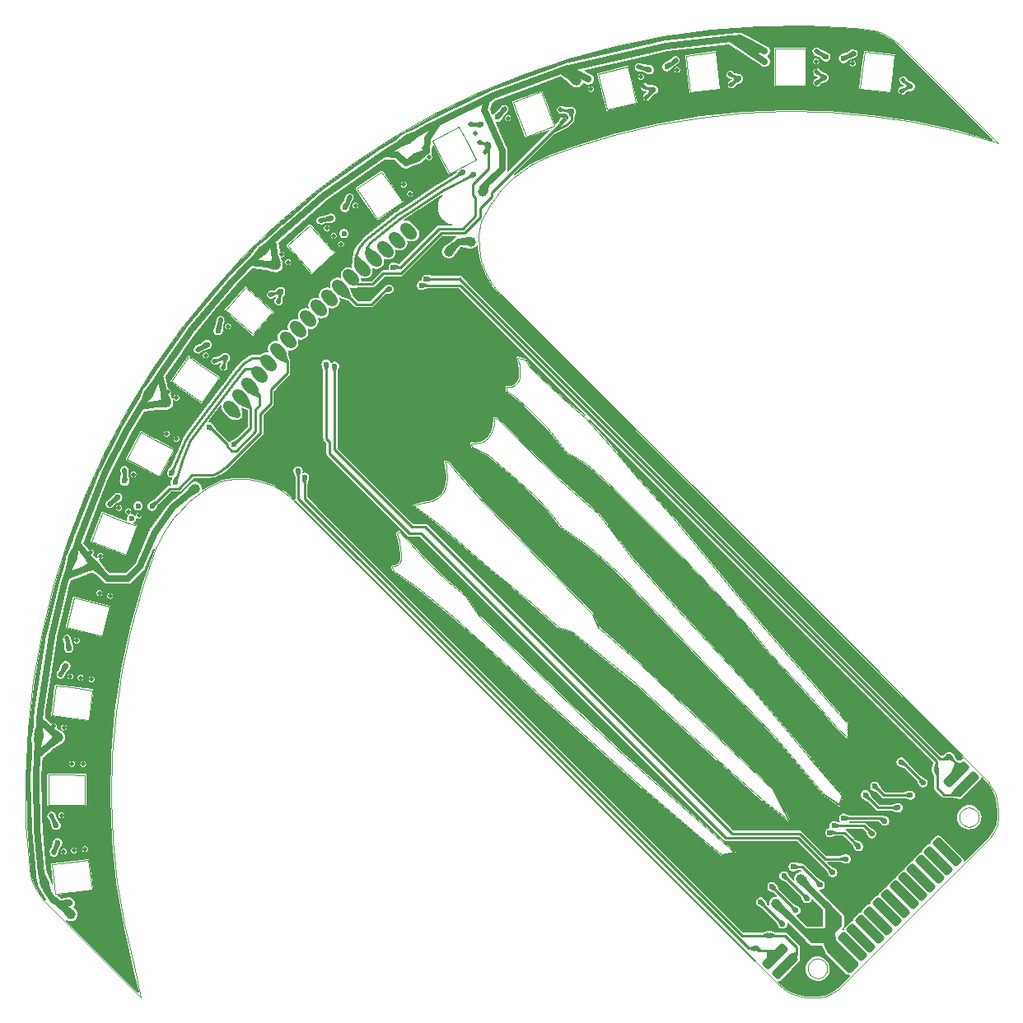
<source format=gbl>
G04 #@! TF.GenerationSoftware,KiCad,Pcbnew,7.0.1*
G04 #@! TF.CreationDate,2023-04-30T23:13:50+02:00*
G04 #@! TF.ProjectId,Solo_morro2,536f6c6f-5f6d-46f7-9272-6f322e6b6963,rev?*
G04 #@! TF.SameCoordinates,PX4afdbbcPY7f05f82*
G04 #@! TF.FileFunction,Copper,L2,Bot*
G04 #@! TF.FilePolarity,Positive*
%FSLAX46Y46*%
G04 Gerber Fmt 4.6, Leading zero omitted, Abs format (unit mm)*
G04 Created by KiCad (PCBNEW 7.0.1) date 2023-04-30 23:13:50*
%MOMM*%
%LPD*%
G01*
G04 APERTURE LIST*
G04 Aperture macros list*
%AMRoundRect*
0 Rectangle with rounded corners*
0 $1 Rounding radius*
0 $2 $3 $4 $5 $6 $7 $8 $9 X,Y pos of 4 corners*
0 Add a 4 corners polygon primitive as box body*
4,1,4,$2,$3,$4,$5,$6,$7,$8,$9,$2,$3,0*
0 Add four circle primitives for the rounded corners*
1,1,$1+$1,$2,$3*
1,1,$1+$1,$4,$5*
1,1,$1+$1,$6,$7*
1,1,$1+$1,$8,$9*
0 Add four rect primitives between the rounded corners*
20,1,$1+$1,$2,$3,$4,$5,0*
20,1,$1+$1,$4,$5,$6,$7,0*
20,1,$1+$1,$6,$7,$8,$9,0*
20,1,$1+$1,$8,$9,$2,$3,0*%
%AMHorizOval*
0 Thick line with rounded ends*
0 $1 width*
0 $2 $3 position (X,Y) of the first rounded end (center of the circle)*
0 $4 $5 position (X,Y) of the second rounded end (center of the circle)*
0 Add line between two ends*
20,1,$1,$2,$3,$4,$5,0*
0 Add two circle primitives to create the rounded ends*
1,1,$1,$2,$3*
1,1,$1,$4,$5*%
G04 Aperture macros list end*
G04 #@! TA.AperFunction,ComponentPad*
%ADD10C,0.500000*%
G04 #@! TD*
G04 #@! TA.AperFunction,ComponentPad*
%ADD11HorizOval,1.200000X0.282843X-0.282843X-0.282843X0.282843X0*%
G04 #@! TD*
G04 #@! TA.AperFunction,ComponentPad*
%ADD12RoundRect,0.150000X1.202082X0.707107X0.707107X1.202082X-1.202082X-0.707107X-0.707107X-1.202082X0*%
G04 #@! TD*
G04 #@! TA.AperFunction,ComponentPad*
%ADD13RoundRect,0.300000X-0.707107X1.343503X-1.343503X0.707107X0.707107X-1.343503X1.343503X-0.707107X0*%
G04 #@! TD*
G04 #@! TA.AperFunction,ComponentPad*
%ADD14RoundRect,0.150000X0.883883X-1.378858X1.378858X-0.883883X-0.883883X1.378858X-1.378858X0.883883X0*%
G04 #@! TD*
G04 #@! TA.AperFunction,ViaPad*
%ADD15C,1.000000*%
G04 #@! TD*
G04 #@! TA.AperFunction,ViaPad*
%ADD16C,0.600000*%
G04 #@! TD*
G04 #@! TA.AperFunction,ViaPad*
%ADD17C,0.500000*%
G04 #@! TD*
G04 #@! TA.AperFunction,Conductor*
%ADD18C,0.700000*%
G04 #@! TD*
G04 #@! TA.AperFunction,Conductor*
%ADD19C,0.400000*%
G04 #@! TD*
G04 #@! TA.AperFunction,Conductor*
%ADD20C,0.100000*%
G04 #@! TD*
G04 #@! TA.AperFunction,Conductor*
%ADD21C,0.250000*%
G04 #@! TD*
G04 #@! TA.AperFunction,Profile*
%ADD22C,0.100000*%
G04 #@! TD*
G04 #@! TA.AperFunction,Profile*
%ADD23C,0.200000*%
G04 #@! TD*
G04 APERTURE END LIST*
D10*
X4003129Y28277218D03*
X2961640Y28410636D03*
X4676571Y33534259D03*
X3635082Y33667677D03*
X6858739Y33254717D03*
X5718060Y33400841D03*
X6185297Y27997676D03*
X5044618Y28143800D03*
X5338249Y37219543D03*
X4320331Y37477116D03*
X6638378Y42357603D03*
X5620460Y42615176D03*
X8771158Y41817927D03*
X7656295Y42100031D03*
X7471028Y36679867D03*
X6356166Y36961970D03*
X7747571Y45932447D03*
X6767970Y46310444D03*
X9655554Y50877101D03*
X8675953Y51255097D03*
X11708052Y50085108D03*
X10635155Y50499104D03*
X9800069Y45140454D03*
X8727172Y45554450D03*
X11160723Y54309821D03*
X10233628Y54802766D03*
X13648922Y58989443D03*
X12721827Y59482389D03*
X15591407Y57956606D03*
X14576017Y58496498D03*
X13103207Y53276984D03*
X12087818Y53816876D03*
X15572398Y62213940D03*
X14711238Y62814693D03*
X18604771Y66560745D03*
X17743612Y67161498D03*
X20409105Y65302024D03*
X19465931Y65959991D03*
X17376732Y60955219D03*
X16433557Y61613187D03*
X20892730Y69534742D03*
X20109980Y70234601D03*
X24425352Y73485764D03*
X23642602Y74185624D03*
X26065399Y72019393D03*
X25208102Y72785905D03*
X22532777Y68068370D03*
X21675480Y68834883D03*
X27061839Y76149004D03*
X26368838Y76937832D03*
X31043539Y79647013D03*
X30350538Y80435841D03*
X32495543Y77994232D03*
X31736541Y78858186D03*
X28513843Y74496223D03*
X27754841Y75360177D03*
X33984519Y81990116D03*
X33391304Y82856485D03*
X38357620Y84984441D03*
X37764405Y85850810D03*
X39600548Y83169191D03*
X38950836Y84118071D03*
X35227446Y80174866D03*
X34577734Y81123746D03*
X41557233Y86955664D03*
X41072397Y87887025D03*
X46258391Y89402931D03*
X45773555Y90334293D03*
X47274238Y87451507D03*
X46743227Y88471570D03*
X42573080Y85004240D03*
X42042069Y86024302D03*
X49672985Y90965645D03*
X49303551Y91948508D03*
X54634101Y92830406D03*
X54264667Y93813269D03*
X55408152Y90771075D03*
X55003534Y91847544D03*
X50447037Y88906314D03*
X50042419Y89982783D03*
X58183565Y93960027D03*
X57934885Y94980153D03*
X63332775Y95215269D03*
X63084095Y96235395D03*
X63853819Y93077861D03*
X63581456Y94195142D03*
X58704609Y91822619D03*
X58432245Y92939900D03*
X67042592Y95935061D03*
X66918268Y96977674D03*
X72305309Y96562602D03*
X72180985Y97605215D03*
X72565798Y94378077D03*
X72429633Y95519988D03*
X67303081Y93750536D03*
X67166916Y94892447D03*
X4595248Y10241894D03*
X3551997Y10123031D03*
X3995271Y15507825D03*
X2952020Y15388962D03*
X6181129Y15756872D03*
X5038521Y15626689D03*
X6781106Y10490941D03*
X5638498Y10360758D03*
X3757448Y19251097D03*
X2707474Y19258427D03*
X3794449Y24550967D03*
X2744475Y24558298D03*
X5994395Y24535609D03*
X4844423Y24543637D03*
X5957395Y19235738D03*
X4807423Y19243766D03*
X76042525Y96805520D03*
X76044357Y97855519D03*
X81342516Y96796270D03*
X81344349Y97846268D03*
X81338677Y94596273D03*
X81340684Y95746271D03*
X76038685Y94605523D03*
X76040692Y95755522D03*
X85084723Y96596034D03*
X85212685Y97638208D03*
X90345217Y95950127D03*
X90473180Y96992300D03*
X90077105Y93766525D03*
X90217254Y94907953D03*
X84816610Y94412433D03*
X84956760Y95553861D03*
D11*
X40715757Y80258073D03*
X39464178Y79360047D03*
X38247955Y78426666D03*
X37031731Y77493285D03*
X35850863Y76524549D03*
X34669994Y75555813D03*
X33524481Y74551721D03*
X32414324Y73512274D03*
X31304166Y72472827D03*
X30194008Y71433380D03*
X29119206Y70358578D03*
X28079759Y69248420D03*
X27040312Y68138263D03*
X26036221Y66992750D03*
X25067484Y65811881D03*
X24098748Y64631013D03*
X23130012Y63450145D03*
X22196631Y62233921D03*
X21263250Y61017697D03*
X20329869Y59801474D03*
D12*
X77078214Y4762628D03*
X78138875Y3701968D03*
D13*
X84047317Y4690644D03*
D14*
X85068521Y5752577D03*
X85952404Y6636461D03*
X86836288Y7520344D03*
X87720171Y8404228D03*
X88604055Y9288111D03*
X89487938Y10171995D03*
X90371822Y11055878D03*
X91255705Y11939762D03*
X92139589Y12823645D03*
X93023472Y13707529D03*
X93907356Y14591412D03*
X94791239Y15475296D03*
D13*
X95906912Y16561553D03*
D12*
X96786695Y22431812D03*
X95726034Y23492472D03*
D15*
X77198350Y10175744D03*
X1395878Y27303071D03*
X14554559Y61703816D03*
X17517400Y52873699D03*
X40293247Y86947528D03*
X39281807Y88736785D03*
X45861711Y78267793D03*
X25815236Y75828273D03*
X7147617Y44963062D03*
X4725774Y9059716D03*
X79765147Y12742541D03*
X24388042Y77290821D03*
X47081472Y83411994D03*
X3452984Y27267715D03*
X75047545Y97907683D03*
X12825263Y62796716D03*
X2012441Y12241697D03*
X43563614Y77242486D03*
D16*
X81270083Y6733334D03*
D15*
X56716510Y94850154D03*
X4881212Y45634814D03*
D17*
X77589999Y15519997D03*
D16*
X86509746Y26914162D03*
X73524720Y11197158D03*
X83391405Y33157915D03*
X89495717Y26898606D03*
X45455126Y75280266D03*
X63019657Y20790619D03*
X42510372Y75041766D03*
X25992013Y53978675D03*
D17*
X55361692Y26454542D03*
D16*
X42962574Y72610938D03*
D17*
X74509998Y19579997D03*
D16*
X42007978Y77348553D03*
X34371226Y72610938D03*
X54095972Y28922346D03*
X22421123Y55746441D03*
X16180904Y58698612D03*
D17*
X30440000Y56199998D03*
D16*
X67460288Y16293418D03*
X78653788Y37867247D03*
D17*
X34700000Y63449997D03*
D16*
X34229807Y70913882D03*
X57921419Y25549446D03*
D17*
X76475898Y41035086D03*
D16*
X87952244Y24863554D03*
X81747166Y12089033D03*
X78979059Y13967037D03*
X13069634Y51061858D03*
X10948313Y49753712D03*
X80393482Y10701123D03*
X11637745Y51079538D03*
X78031534Y13019514D03*
X15084887Y54470115D03*
X79233618Y9461848D03*
X76794099Y11901366D03*
X75620301Y10339580D03*
X15459655Y53473093D03*
X77883044Y8076838D03*
X46091523Y85179761D03*
X92325487Y22620115D03*
X73350489Y95043902D03*
X90080635Y24715061D03*
X45030862Y85391893D03*
X87358275Y22233116D03*
X64582363Y93877173D03*
X91032330Y21326958D03*
X4196939Y34634167D03*
X20600322Y66370720D03*
X83022363Y13364230D03*
X30977115Y65645936D03*
X75156794Y5553245D03*
X21484207Y57390466D03*
X28074851Y54682656D03*
X28746603Y54010905D03*
X18920945Y59211265D03*
X76508499Y6897312D03*
X82153969Y95149967D03*
X93690062Y23943113D03*
X40770544Y73777664D03*
X41250246Y74417267D03*
X91010479Y94248407D03*
X95015319Y25311647D03*
X84421307Y14749310D03*
X31825643Y65433805D03*
X26292532Y73123591D03*
X82740867Y17460146D03*
X85696503Y16024505D03*
X32797914Y79098642D03*
X87071682Y17371119D03*
X83172200Y18188465D03*
X37447141Y73388757D03*
X88364840Y18664277D03*
X47682511Y88255677D03*
X37853729Y75633821D03*
X84162152Y18952140D03*
X86389538Y21363374D03*
X56167794Y91685143D03*
X89739172Y20033801D03*
X4513848Y36431441D03*
X10243488Y53642011D03*
X9530407Y51962087D03*
X19861177Y69121298D03*
X18737598Y67683179D03*
X31466499Y80677690D03*
X32904621Y81801270D03*
X48556186Y91072347D03*
X46902174Y90301069D03*
X65993796Y96277723D03*
X64196519Y95960816D03*
X3202052Y18236520D03*
X3361109Y16418464D03*
X82336993Y97283500D03*
X84155053Y97124441D03*
D18*
X10382630Y58733967D02*
X8208277Y54438293D01*
X2922654Y10509285D02*
X2728546Y10810151D01*
X79765147Y12602251D02*
X79765147Y12742541D01*
X11922550Y61295265D02*
X14554559Y61703816D01*
X5371820Y47155094D02*
X4881212Y45634814D01*
X73491911Y99212174D02*
X74482186Y98685830D01*
X48142130Y93276134D02*
X42506814Y90532237D01*
X25497038Y78409214D02*
X24388042Y77290821D01*
X82939663Y5798299D02*
X82939662Y9427736D01*
X81008456Y6393924D02*
X80669043Y6733334D01*
X82238818Y7270736D02*
X82585301Y7617219D01*
X26838243Y79578237D02*
X26158194Y78985493D01*
X82585301Y7617219D02*
X83667175Y8699093D01*
X73032288Y99180475D02*
X73491911Y99212174D01*
X77226634Y10175743D02*
X77198350Y10175744D01*
X72519638Y99125502D02*
X76042524Y96805520D01*
X80131642Y7270736D02*
X82238818Y7270736D01*
X82344039Y6393925D02*
X81008456Y6393924D01*
X5485913Y47508648D02*
X5371820Y47155094D01*
X10577084Y43619560D02*
X8491119Y43619560D01*
X21325105Y74201929D02*
X17188531Y69287536D01*
X42506814Y90532237D02*
X41389262Y89988087D01*
X82034324Y10333074D02*
X79765147Y12602251D01*
X82238818Y7270736D02*
X82238818Y6499141D01*
X24388042Y77290821D02*
X24088792Y76989033D01*
X83667175Y8700223D02*
X82034324Y10333074D01*
X14554559Y61703816D02*
X13847454Y64496888D01*
X2012441Y12241697D02*
X2215546Y11605301D01*
X47081471Y83800902D02*
X49061370Y85780801D01*
X84047318Y4690645D02*
X82344039Y6393925D01*
X4595250Y10241894D02*
X3551999Y10123031D01*
X83667175Y7998249D02*
X82939662Y7270736D01*
X44588918Y78267793D02*
X45861711Y78267793D01*
X55089456Y95837360D02*
X55531397Y96000288D01*
X1260953Y17757130D02*
X1685216Y13267002D01*
X74482186Y98685830D02*
X76044355Y97855518D01*
X11849875Y44892353D02*
X10577084Y43619560D01*
X65943546Y98420336D02*
X72519638Y99125502D01*
X47403091Y91441078D02*
X47240571Y91808887D01*
X80669043Y6733334D02*
X79311398Y8090979D01*
X41283196Y87513212D02*
X41406939Y88874394D01*
X23191035Y76083668D02*
X25815236Y75828273D01*
X48142130Y93276134D02*
X55089456Y95837360D01*
X1281155Y25429238D02*
X3452984Y27267715D01*
X79311398Y8090979D02*
X80131642Y7270736D01*
X81270083Y6733334D02*
X80669043Y6733334D01*
X47505735Y92781159D02*
X48142130Y93276134D01*
X36863779Y87301081D02*
X30729627Y82970053D01*
X47240571Y91808887D02*
X47505735Y92781159D01*
X4299328Y43831692D02*
X4054024Y43071553D01*
X5371820Y47155094D02*
X7147617Y44963062D01*
X4881212Y45634814D02*
X4299328Y43831692D01*
X12825263Y62796716D02*
X11922550Y61295265D01*
X40293247Y86947528D02*
X41283196Y87513212D01*
X72519638Y99125502D02*
X73032288Y99180475D01*
X1499782Y29000127D02*
X1395878Y27303071D01*
X82004628Y6733335D02*
X81270083Y6733334D01*
X82939663Y7971579D02*
X83667175Y8699093D01*
X47403091Y91441078D02*
X49061371Y87619279D01*
X1685216Y13267002D02*
X2012441Y12241697D01*
X8208277Y54438293D02*
X5485913Y47508648D01*
X43563614Y77242486D02*
X44588918Y78267793D01*
X41389262Y89988087D02*
X39281807Y88736785D01*
X49061370Y85780801D02*
X49061371Y87619279D01*
X82034324Y10333074D02*
X82585302Y9782096D01*
X41406939Y88874394D02*
X42506814Y90532237D01*
X72519638Y99125502D02*
X74482186Y98685830D01*
X84047318Y4690645D02*
X82004628Y6733335D01*
X83667175Y8699093D02*
X83667175Y8700223D01*
X17517400Y52873699D02*
X15218552Y50963552D01*
X4054024Y43071553D02*
X2763556Y37715218D01*
X47081472Y83411994D02*
X47081471Y83800902D01*
X13847454Y64496888D02*
X12825263Y62796716D01*
X3452984Y27267715D02*
X1499782Y29000127D01*
X21263248Y61017696D02*
X21812712Y60468235D01*
X82939662Y7270736D02*
X82939663Y7971579D01*
X37839864Y87880631D02*
X36863779Y87301081D01*
X79311398Y8090979D02*
X77226634Y10175743D01*
X3551999Y10123031D02*
X2922654Y10509285D01*
X81362007Y6393925D02*
X82238818Y7270736D01*
X38242638Y87195016D02*
X39161876Y86346487D01*
X55089456Y95837360D02*
X56716510Y94850154D01*
X83667175Y8700223D02*
X83667175Y7998249D01*
X39161876Y86346487D02*
X40293247Y86947528D01*
X23191035Y76083668D02*
X21325105Y74201929D01*
X82238818Y6499141D02*
X84047318Y4690645D01*
X55531397Y96000288D02*
X65943546Y98420336D01*
X4299328Y43831692D02*
X7147617Y44963062D01*
X11922550Y61295265D02*
X10382630Y58733967D01*
X11849875Y44892353D02*
X13323693Y48332928D01*
X55531397Y96000288D02*
X55814241Y96104560D01*
X73032288Y99180475D02*
X75047545Y97907683D01*
X84047318Y4690645D02*
X82939663Y5798299D01*
X2763556Y37715218D02*
X1561473Y30007754D01*
X39281807Y88736785D02*
X37839864Y87880631D01*
X1561473Y30007754D02*
X1499782Y29000127D01*
X24088792Y76989033D02*
X23191035Y76083668D01*
X1137207Y23078108D02*
X1260953Y17757130D01*
X30729627Y82970053D02*
X26838243Y79578237D01*
X1395878Y27303071D02*
X1281155Y25429238D01*
X55531397Y96000288D02*
X56716510Y94850154D01*
X25815236Y75828273D02*
X25497038Y78409214D01*
X81008456Y6393924D02*
X81362007Y6393925D01*
X2728546Y10810151D02*
X2215546Y11605301D01*
X82585302Y9782096D02*
X82585301Y7617219D01*
X1281155Y25429238D02*
X1137207Y23078108D01*
X8491119Y43619560D02*
X7147617Y44963062D01*
X82939662Y9427736D02*
X82034324Y10333074D01*
X36863779Y87301081D02*
X38242638Y87195016D01*
X26158194Y78985493D02*
X25497038Y78409214D01*
X13323693Y48332928D02*
X15218552Y50963552D01*
X4725774Y9059716D02*
X2728546Y10810151D01*
X55814241Y96104560D02*
X57934887Y94980154D01*
X17188531Y69287536D02*
X13847454Y64496888D01*
D19*
X7179014Y19383475D02*
X7076903Y26224733D01*
X12344851Y50549205D02*
X12380205Y51857354D01*
X32850947Y80389114D02*
X31772608Y81608872D01*
X24895995Y60024438D02*
X26593052Y61721495D01*
X25992013Y53978675D02*
X27395994Y55382656D01*
X18107772Y61120452D02*
X20378842Y64013303D01*
X92778246Y94142341D02*
X90345216Y95950125D01*
D20*
X16817300Y53324602D02*
X17245682Y53707861D01*
D19*
X23234294Y68085456D02*
X23959081Y68562752D01*
X91894364Y92021019D02*
X92778246Y94142341D01*
X35467242Y72610938D02*
X34371226Y72610938D01*
D20*
X12716081Y49859777D02*
X16321226Y52724884D01*
X18850232Y53731187D02*
X19787151Y53925642D01*
D19*
X42962574Y67909356D02*
X42962574Y72610938D01*
X6185298Y27997676D02*
X7359749Y28275342D01*
X5768758Y35381766D02*
X3594405Y35576220D01*
X24895995Y58499365D02*
X24895995Y60024438D01*
X54095971Y27720264D02*
X54095972Y28922346D01*
X86977459Y24512212D02*
X86798471Y24333224D01*
X10718504Y45528749D02*
X12716081Y49859777D01*
X3594405Y35576220D02*
X3545553Y37537790D01*
X7182970Y19118310D02*
X7179014Y19383475D01*
X4225740Y40368730D02*
X4708097Y42240701D01*
X6781105Y10490942D02*
X8031499Y11375490D01*
X34577734Y81123747D02*
X32850947Y80389114D01*
X10877603Y52334651D02*
X9215900Y53077114D01*
D20*
X17245682Y53707861D02*
X17683508Y53837253D01*
D19*
X27070350Y71249757D02*
X28513845Y74496223D01*
X58704611Y91822618D02*
X59915459Y90164863D01*
X95064311Y17404153D02*
X95906911Y16561553D01*
X67303081Y93750537D02*
X68223963Y92286185D01*
X16180904Y58698612D02*
X17376729Y60955219D01*
X79170001Y14667038D02*
X78442957Y14667039D01*
X32338296Y83058440D02*
X34998194Y85004576D01*
X75454129Y92763482D02*
X76939054Y93470588D01*
X9268935Y54473649D02*
X10647794Y57372786D01*
X22032215Y66317688D02*
X22532777Y68068371D01*
X73524720Y11197158D02*
X74271707Y11197159D01*
X29835137Y51873034D02*
X52785826Y28922346D01*
X34998194Y85004576D02*
X37288042Y86417198D01*
X28513845Y74496223D02*
X30181620Y74396384D01*
X8508796Y35823707D02*
X7471027Y36679867D01*
X86538710Y24333223D02*
X43192722Y67679208D01*
D20*
X16321226Y52724884D02*
X16817300Y53324602D01*
D19*
X59915459Y90164863D02*
X68223963Y92286185D01*
X20378842Y64013303D02*
X22032215Y66317688D01*
X27395994Y55382656D02*
X29007448Y55382656D01*
X10647794Y57372786D02*
X12008974Y59547141D01*
X29835138Y52469997D02*
X29835137Y51873034D01*
X29835137Y54554967D02*
X29835138Y52469997D01*
X12716081Y49859777D02*
X12344851Y50549205D01*
X5957395Y19235737D02*
X7182970Y19118310D01*
X12008974Y59547141D02*
X12721827Y59482389D01*
X12380205Y51857354D02*
X13103206Y53276984D01*
X88807841Y24541395D02*
X88485686Y24863553D01*
X92654503Y17404153D02*
X95064311Y17404153D01*
X57921419Y25549446D02*
X57016323Y26454543D01*
X26593052Y63277130D02*
X34229807Y70913882D01*
X89495717Y26898606D02*
X88807842Y26210731D01*
X82719652Y93099357D02*
X84816609Y94412431D01*
X25992013Y53978675D02*
X22421123Y55746441D01*
X7471027Y36679867D02*
X5768758Y35381766D01*
X80174103Y14667039D02*
X83009568Y11831574D01*
X42510372Y75041766D02*
X42748870Y75280266D01*
D20*
X21378141Y54986303D02*
X22421123Y55746441D01*
D19*
X86798471Y24333224D02*
X86538710Y24333223D01*
X78682074Y37867246D02*
X78653788Y37867247D01*
X95906913Y17442326D02*
X95906911Y16561553D01*
X33027723Y76995000D02*
X35227446Y80174866D01*
X17376729Y60955219D02*
X18107772Y61120452D01*
X67460288Y16293418D02*
X63019657Y20734049D01*
X76475897Y40045136D02*
X76475898Y41035086D01*
X82719652Y93099357D02*
X91894364Y92021019D01*
X88807842Y26210731D02*
X88807841Y24541395D01*
X3545553Y37537790D02*
X4225740Y40368730D01*
X78653788Y37867247D02*
X76475897Y40045136D01*
X9215900Y53077114D02*
X9268935Y54473649D01*
X22421122Y56024489D02*
X24895995Y58499365D01*
X76038685Y94605522D02*
X76939054Y93470588D01*
X74271707Y11197159D02*
X77741586Y14667039D01*
X76939054Y93470588D02*
X82719652Y93099357D01*
X38914387Y74254962D02*
X37111266Y74254962D01*
X9800070Y45140454D02*
X10718504Y45528749D01*
X52785826Y28922346D02*
X54095972Y28922346D01*
X37288042Y86417198D02*
X37764405Y85850809D01*
X30181620Y74396384D02*
X33027723Y76995000D01*
X23959081Y68562752D02*
X27070350Y71249757D01*
X88807841Y24541395D02*
X95906913Y17442326D01*
X29007448Y55382656D02*
X29835137Y54554967D01*
X26593052Y61721495D02*
X26593052Y63277130D01*
X68223963Y92286185D02*
X75454129Y92763482D01*
X7076903Y26224733D02*
X5044619Y28143801D01*
X22532777Y68068371D02*
X23234294Y68085456D01*
X86977459Y26446449D02*
X86977459Y24512212D01*
X42748870Y75280266D02*
X45455126Y75280266D01*
X22421123Y55746441D02*
X22421122Y56024489D01*
X29835136Y55595133D02*
X30440000Y56199998D01*
X4708097Y42240701D02*
X5620460Y42615177D01*
X13103206Y53276984D02*
X10877603Y52334651D01*
X54634100Y92830405D02*
X54541449Y94230727D01*
X8031499Y11375490D02*
X7179014Y19383475D01*
X57016323Y26454543D02*
X55361692Y26454542D01*
X83009568Y11831574D02*
X87081925Y11831575D01*
X37111266Y74254962D02*
X35467242Y72610938D01*
X42007978Y77348553D02*
X38914387Y74254962D01*
X34229806Y63920192D02*
X34700000Y63449997D01*
X29835138Y52469997D02*
X29835136Y55595133D01*
X63019657Y20734049D02*
X63019657Y20790619D01*
X87081925Y11831575D02*
X92654503Y17404153D01*
D20*
X17683508Y53837253D02*
X18850232Y53731187D01*
D19*
X43192722Y67679208D02*
X42962574Y67909356D01*
X78442957Y14667039D02*
X77589999Y15519997D01*
D20*
X19787151Y53925642D02*
X21378141Y54986303D01*
D19*
X37764405Y85850809D02*
X38357618Y84984439D01*
X88485686Y24863553D02*
X87952244Y24863554D01*
X31772608Y81608872D02*
X32338296Y83058440D01*
X55361692Y26454542D02*
X54095971Y27720264D01*
X79170001Y14667038D02*
X80174103Y14667039D01*
X34229807Y70913882D02*
X34229806Y63920192D01*
X86509746Y26914162D02*
X86977459Y26446449D01*
X83391405Y33157915D02*
X78682074Y37867246D01*
X7359749Y28275342D02*
X8508796Y35823707D01*
X77741586Y14667039D02*
X79170001Y14667038D01*
D21*
X79869165Y13967037D02*
X78979059Y13967037D01*
X81747166Y12089033D02*
X79869165Y13967037D01*
X18695064Y54239911D02*
X18694071Y54240900D01*
X25267226Y61597750D02*
X24206568Y60537089D01*
X20744143Y55089970D02*
X19893216Y54526682D01*
X15810463Y52848093D02*
X14855869Y52848093D01*
X24206568Y60537089D02*
X24206567Y58552397D01*
X26036218Y66992749D02*
X26964283Y66064684D01*
X80393482Y10701123D02*
X78075091Y13019514D01*
X26964283Y64744375D02*
X25267226Y63047318D01*
X78075091Y13019514D02*
X78031534Y13019514D01*
X14855869Y52848093D02*
X13069634Y51061858D01*
X17203270Y54240900D02*
X15810463Y52848093D01*
X18694071Y54240900D02*
X17203270Y54240900D01*
X26964283Y66064684D02*
X26964283Y64744375D01*
X25267226Y63047318D02*
X25267226Y61597750D01*
X19893216Y54526682D02*
X19345210Y54296872D01*
X24206567Y58552397D02*
X20744143Y55089970D01*
X19345210Y54296872D02*
X18832554Y54239911D01*
X18832554Y54239911D02*
X18695064Y54239911D01*
X16484962Y57835941D02*
X16880941Y58472338D01*
X15084887Y54470115D02*
X16484962Y57835941D01*
X22438800Y65727255D02*
X23350444Y66328816D01*
X23350444Y66328816D02*
X24550548Y66328816D01*
X79233618Y9461848D02*
X76794099Y11901366D01*
X24550548Y66328816D02*
X25067484Y65811880D01*
X21286216Y64348396D02*
X22438800Y65727255D01*
X16880941Y58472338D02*
X21286216Y64348396D01*
X19836646Y61654317D02*
X22370125Y64862545D01*
X23532837Y65196924D02*
X24098748Y64631013D01*
X17008221Y57807659D02*
X19836646Y61654317D01*
X22370125Y64862545D02*
X22704506Y65196923D01*
X22704506Y65196923D02*
X23532837Y65196924D01*
X15459655Y53473093D02*
X16230400Y55926755D01*
X24098748Y64631013D02*
X23511622Y65218138D01*
X16230400Y55926755D02*
X17008221Y57807659D01*
X77883044Y8076838D02*
X75620301Y10339580D01*
X42990005Y83579018D02*
X42520634Y83270573D01*
X90230542Y24715060D02*
X90080635Y24715061D01*
X73350489Y95043902D02*
X72429634Y95519987D01*
X35449565Y78179404D02*
X38491053Y80617992D01*
X42520634Y83270573D02*
X40416991Y81874036D01*
X92325487Y22620115D02*
X90230542Y24715060D01*
X73350489Y95043902D02*
X72565799Y94378078D01*
X35166723Y77755139D02*
X35166723Y77436941D01*
X35166723Y77436941D02*
X35850863Y76524547D01*
X40416991Y81874036D02*
X38491053Y80617992D01*
X35449565Y78179404D02*
X35166723Y77755139D01*
X42990005Y83579018D02*
X46091523Y85179761D01*
X34070707Y77048033D02*
X33964642Y76553059D01*
X88264429Y21326958D02*
X87358275Y22233116D01*
X42573666Y83889291D02*
X38896710Y81449772D01*
X38896710Y81449772D02*
X38260315Y81025510D01*
X34318195Y77613720D02*
X34070707Y77048033D01*
X64582362Y93806404D02*
X63853821Y93077861D01*
X34936913Y78373858D02*
X34318195Y77613720D01*
X33964642Y76553059D02*
X34669995Y75555812D01*
X91032330Y21326958D02*
X88264429Y21326958D01*
X38260315Y81025510D02*
X34936913Y78373858D01*
X64582363Y93877173D02*
X64582362Y93806404D01*
X45030862Y85391893D02*
X42573666Y83889291D01*
X63581458Y94195143D02*
X64582363Y93877173D01*
D19*
X3635084Y33667676D02*
X4196939Y34634167D01*
D21*
X39508358Y48247573D02*
X31312990Y56442942D01*
X20600322Y66370720D02*
X19465929Y65959992D01*
X40738722Y48247573D02*
X39508358Y48247573D01*
X20600322Y66370720D02*
X20409104Y65302025D01*
X72056484Y16929816D02*
X40738722Y48247573D01*
X31312990Y56442942D02*
X31312989Y57673308D01*
X79456781Y16929815D02*
X72056484Y16929816D01*
X30977114Y58009183D02*
X30977115Y65645936D01*
X31312989Y57673308D02*
X30977114Y58009183D01*
X83022363Y13364230D02*
X79456781Y16929815D01*
X28445672Y51517943D02*
X28121603Y51842014D01*
X28121603Y54623342D02*
X28074850Y54670091D01*
X28121603Y51842014D02*
X28121603Y54623342D01*
X76968756Y4762628D02*
X77078213Y4762628D01*
X75383844Y5326193D02*
X76405191Y5326193D01*
X74410371Y5553245D02*
X28445672Y51517943D01*
X28074850Y54670091D02*
X28074851Y54682656D01*
X23216615Y61244198D02*
X22196630Y62233920D01*
X23216617Y59122876D02*
X23216615Y61244198D01*
X75156794Y5553245D02*
X74410371Y5553245D01*
X75156794Y5553245D02*
X75383844Y5326193D01*
X76405191Y5326193D02*
X76968756Y4762628D01*
X21484207Y57390466D02*
X23216617Y59122876D01*
X21743088Y56765465D02*
X23729268Y58751645D01*
X23729268Y58751645D02*
X23729268Y61049742D01*
X76508499Y6897312D02*
X73702697Y6897312D01*
X79337310Y4900405D02*
X78138873Y3701968D01*
X78142483Y6897313D02*
X79337311Y5702484D01*
X24099511Y62480644D02*
X23130011Y63450144D01*
X24099510Y61419984D02*
X24099511Y62480644D01*
X79337311Y5702484D02*
X79337310Y4900405D01*
X76508499Y6897312D02*
X78142483Y6897313D01*
X73702697Y6897312D02*
X29824530Y50775482D01*
X21225321Y56765465D02*
X21743088Y56765465D01*
X23729268Y61049742D02*
X24099510Y61419984D01*
X19008884Y59211266D02*
X20777099Y57443051D01*
X20777099Y57443051D02*
X20777099Y57213687D01*
X29824530Y50775482D02*
X28746604Y51853409D01*
X28746604Y51853409D02*
X28746603Y54010905D01*
X18920945Y59211265D02*
X19008884Y59211266D01*
X20777099Y57213687D02*
X21225321Y56765465D01*
X93776433Y22064935D02*
X94476468Y21364900D01*
X46392050Y72115970D02*
X44730356Y73777664D01*
X82153969Y95149967D02*
X81338677Y94596272D01*
X93690062Y23943113D02*
X93690062Y24817958D01*
X93690062Y23943113D02*
X93776433Y23856743D01*
X82153969Y95149967D02*
X81340685Y95746272D01*
X93776433Y23856743D02*
X93776433Y22064935D01*
X93690062Y24817958D02*
X46392050Y72115970D01*
X95719779Y21364900D02*
X96786694Y22431813D01*
X44730356Y73777664D02*
X40770544Y73777664D01*
X94476468Y21364900D02*
X95719779Y21364900D01*
X45119257Y74025159D02*
X45278356Y73866060D01*
X94793501Y25089826D02*
X95015319Y25311647D01*
X45278356Y73866060D02*
X44727150Y74417266D01*
X94054590Y25089826D02*
X94793501Y25089826D01*
X38247953Y78426665D02*
X38247953Y78124589D01*
X45278356Y73866060D02*
X94054590Y25089826D01*
X44727150Y74417266D02*
X41250246Y74417267D01*
X45119257Y74025159D02*
X44659645Y74484771D01*
X95015319Y25311647D02*
X95726033Y24600933D01*
X91010479Y94248407D02*
X90217254Y94907952D01*
X91010479Y94248407D02*
X90077103Y93766525D01*
X95726033Y24600933D02*
X95726033Y23492471D01*
X72714091Y17379813D02*
X41167508Y48926396D01*
X26292532Y73123591D02*
X26065399Y72019393D01*
X41167508Y48926396D02*
X39791201Y48926396D01*
X79643176Y17379813D02*
X72714091Y17379813D01*
X31868070Y56849527D02*
X31825644Y56891955D01*
X31825644Y56891955D02*
X31825643Y65433805D01*
X82273679Y14749310D02*
X79643176Y17379813D01*
X39791201Y48926396D02*
X31868070Y56849527D01*
X84421307Y14749310D02*
X82273679Y14749310D01*
X25208101Y72785907D02*
X26292532Y73123591D01*
X85696503Y16024505D02*
X85070642Y16650366D01*
X85070642Y16650366D02*
X84501280Y17219728D01*
X84260863Y17460145D02*
X82740867Y17460146D01*
X85070642Y16650366D02*
X84260863Y17460145D01*
X87071682Y17371119D02*
X86254337Y18188465D01*
X86254337Y18188465D02*
X83172200Y18188465D01*
X46056166Y84154457D02*
X47682513Y85780801D01*
X44995506Y79628972D02*
X46321332Y80954798D01*
X34111152Y71815443D02*
X35590985Y71815443D01*
X35590985Y71815443D02*
X36545581Y72770037D01*
X88364840Y18664277D02*
X88076978Y18952140D01*
X47682511Y88255677D02*
X47274240Y87451506D01*
X32414322Y73512273D02*
X34111152Y71815443D01*
X88076978Y18952140D02*
X84162152Y18952140D01*
X37853729Y75633821D02*
X38596191Y75633821D01*
X37164300Y73388756D02*
X37447141Y73388757D01*
X46056165Y83058441D02*
X46056166Y84154457D01*
X38596191Y75633821D02*
X42591343Y79628972D01*
X47682511Y88255677D02*
X46743226Y88471569D01*
X46321332Y80954798D02*
X46321333Y82793276D01*
X42591343Y79628972D02*
X44995506Y79628972D01*
X47682513Y85780801D02*
X47682511Y88255677D01*
X46321333Y82793276D02*
X46056165Y83058441D01*
X36545581Y72770037D02*
X37164300Y73388756D01*
X55003537Y91847543D02*
X56167794Y91685143D01*
X87719108Y20033801D02*
X86389538Y21363374D01*
X46780950Y81697260D02*
X46780950Y80742666D01*
X35714728Y73883731D02*
X34192471Y73883730D01*
X56167794Y91685143D02*
X56167791Y90801260D01*
X55619786Y90253253D02*
X54247431Y89610352D01*
X34192471Y73883730D02*
X33524481Y74551719D01*
X47971859Y82888168D02*
X46780950Y81697260D01*
X47971858Y83334779D02*
X47971859Y82888168D01*
X42803476Y79169353D02*
X38642940Y75008819D01*
X38642940Y75008819D02*
X36839819Y75008819D01*
X45207639Y79169353D02*
X42803476Y79169353D01*
X46780950Y80742666D02*
X45207639Y79169353D01*
X36839819Y75008819D02*
X35714728Y73883731D01*
X89739172Y20033801D02*
X87719108Y20033801D01*
X56167791Y90801260D02*
X55619786Y90253253D01*
X54247431Y89610352D02*
X47971858Y83334779D01*
X55408154Y90771075D02*
X54247431Y89610352D01*
D19*
X4320330Y37477116D02*
X4513848Y36431441D01*
X10233626Y54802767D02*
X10243488Y53642011D01*
X8675954Y51255097D02*
X9530407Y51962087D01*
X19861177Y69121298D02*
X20109978Y70234601D01*
X17743610Y67161498D02*
X18737598Y67683179D01*
X30350539Y80435841D02*
X31466499Y80677690D01*
X32904621Y81801270D02*
X33391302Y82856485D01*
X49303554Y91948506D02*
X48556186Y91072347D01*
X45773556Y90334291D02*
X46902174Y90301069D01*
X66918267Y96977675D02*
X65993796Y96277723D01*
X63084099Y96235395D02*
X64196519Y95960816D01*
X2707475Y19258426D02*
X3202052Y18236520D01*
X2952021Y15388962D02*
X3361109Y16418464D01*
X81344349Y97846268D02*
X82336993Y97283500D01*
X85212685Y97638209D02*
X84155053Y97124441D01*
G04 #@! TA.AperFunction,Conductor*
G36*
X41996598Y88177653D02*
G01*
X42030199Y88145185D01*
X42582687Y87087408D01*
X43534047Y85265956D01*
X43534170Y85265595D01*
X43554426Y85226939D01*
X43554471Y85226853D01*
X43567164Y85202551D01*
X43567306Y85202361D01*
X43568845Y85199423D01*
X43569688Y85197816D01*
X43574072Y85195645D01*
X43593028Y85182184D01*
X43596529Y85178753D01*
X43598006Y85178535D01*
X43601606Y85178001D01*
X43623609Y85171113D01*
X43628213Y85168833D01*
X43628214Y85168833D01*
X43633041Y85169654D01*
X43656291Y85169905D01*
X43661134Y85169188D01*
X43665647Y85171546D01*
X43665874Y85171621D01*
X43690725Y85184644D01*
X43690739Y85184616D01*
X43690814Y85184692D01*
X43719021Y85199423D01*
X43719021Y85199425D01*
X43729316Y85204801D01*
X43729612Y85205023D01*
X44295212Y85501403D01*
X44344928Y85508242D01*
X44387576Y85481789D01*
X44403540Y85434211D01*
X44385477Y85387388D01*
X44333869Y85327846D01*
X44316556Y85313182D01*
X42468639Y84183161D01*
X42456866Y84178424D01*
X42410579Y84147715D01*
X42408279Y84146250D01*
X42390135Y84135154D01*
X42389985Y84135018D01*
X42381354Y84128324D01*
X38786554Y81743312D01*
X38785774Y81742980D01*
X38727724Y81704281D01*
X38727592Y81704193D01*
X38721879Y81700402D01*
X38704224Y81688688D01*
X38704222Y81688687D01*
X38699105Y81685291D01*
X38698459Y81684772D01*
X38136021Y81309814D01*
X38117117Y81300777D01*
X38114420Y81299932D01*
X38082449Y81274424D01*
X38077351Y81270701D01*
X38067300Y81264000D01*
X38060531Y81257400D01*
X38055026Y81252543D01*
X34769478Y78631094D01*
X34759971Y78624648D01*
X34736029Y78611002D01*
X34703516Y78571059D01*
X34702123Y78569398D01*
X34663895Y78525150D01*
X34658827Y78516155D01*
X34093113Y77821136D01*
X34088226Y77815704D01*
X34061198Y77788491D01*
X34044854Y77751132D01*
X34042058Y77745421D01*
X34022559Y77709592D01*
X34022183Y77706687D01*
X34016593Y77686537D01*
X33803648Y77199805D01*
X33797724Y77188872D01*
X33783953Y77167884D01*
X33772651Y77115143D01*
X33772386Y77113953D01*
X33758015Y77051903D01*
X33757805Y77045859D01*
X33747696Y76998683D01*
X33745436Y76991353D01*
X33744608Y76988084D01*
X33744608Y76988081D01*
X33738390Y76963497D01*
X33731953Y76938051D01*
X33729534Y76915794D01*
X33728325Y76908288D01*
X33677214Y76669761D01*
X33670041Y76650238D01*
X33668902Y76648118D01*
X33668511Y76647390D01*
X33663518Y76607199D01*
X33662441Y76600822D01*
X33659991Y76589387D01*
X33659732Y76579565D01*
X33659194Y76572397D01*
X33654431Y76534048D01*
X33655678Y76529084D01*
X33657880Y76509117D01*
X33657745Y76504004D01*
X33670750Y76467622D01*
X33672839Y76460738D01*
X33674679Y76453411D01*
X33676475Y76427394D01*
X33636536Y76059784D01*
X33635114Y76051312D01*
X33606651Y75926597D01*
X33606651Y75750716D01*
X33630319Y75647018D01*
X33628021Y75606111D01*
X33604312Y75572697D01*
X33566460Y75557017D01*
X33526067Y75563880D01*
X33501052Y75575927D01*
X33329579Y75615064D01*
X33153697Y75615064D01*
X33114471Y75606111D01*
X32982223Y75575927D01*
X32823760Y75499615D01*
X32686249Y75389953D01*
X32576587Y75252442D01*
X32500275Y75093979D01*
X32500275Y75093978D01*
X32461138Y74922505D01*
X32461138Y74746623D01*
X32489326Y74623120D01*
X32489506Y74622334D01*
X32487208Y74581427D01*
X32463500Y74548013D01*
X32425647Y74532333D01*
X32399514Y74536774D01*
X32399024Y74534624D01*
X32390897Y74536479D01*
X32390895Y74536480D01*
X32219422Y74575617D01*
X32043540Y74575617D01*
X31987406Y74562805D01*
X31872066Y74536480D01*
X31713603Y74460168D01*
X31576092Y74350506D01*
X31466430Y74212995D01*
X31390118Y74054532D01*
X31384814Y74031291D01*
X31350981Y73883058D01*
X31350981Y73707176D01*
X31377377Y73591524D01*
X31379349Y73582887D01*
X31377053Y73541984D01*
X31353349Y73508570D01*
X31315501Y73492888D01*
X31289356Y73497325D01*
X31288866Y73495177D01*
X31280739Y73497032D01*
X31280737Y73497033D01*
X31109264Y73536170D01*
X30933382Y73536170D01*
X30857922Y73518947D01*
X30761908Y73497033D01*
X30603445Y73420721D01*
X30465934Y73311059D01*
X30356272Y73173548D01*
X30279960Y73015085D01*
X30263496Y72942948D01*
X30240823Y72843611D01*
X30240823Y72667729D01*
X30260076Y72583373D01*
X30269191Y72543440D01*
X30266895Y72502537D01*
X30243191Y72469123D01*
X30205343Y72453441D01*
X30179198Y72457878D01*
X30178708Y72455730D01*
X30170581Y72457585D01*
X30170579Y72457586D01*
X29999106Y72496723D01*
X29823224Y72496723D01*
X29770648Y72484723D01*
X29651750Y72457586D01*
X29493287Y72381274D01*
X29355776Y72271612D01*
X29246114Y72134101D01*
X29169802Y71975638D01*
X29161582Y71939624D01*
X29130665Y71804164D01*
X29130665Y71628282D01*
X29165488Y71475707D01*
X29160016Y71427135D01*
X29125451Y71392570D01*
X29076879Y71387098D01*
X28924304Y71421921D01*
X28748422Y71421921D01*
X28693931Y71409484D01*
X28576948Y71382784D01*
X28418485Y71306472D01*
X28280974Y71196810D01*
X28171312Y71059299D01*
X28095000Y70900836D01*
X28095000Y70900835D01*
X28055863Y70729362D01*
X28055863Y70553480D01*
X28095000Y70382007D01*
X28095001Y70382005D01*
X28096856Y70373878D01*
X28094708Y70373388D01*
X28099145Y70347243D01*
X28083463Y70309395D01*
X28050049Y70285691D01*
X28009146Y70283396D01*
X27884857Y70311763D01*
X27708975Y70311763D01*
X27623238Y70292195D01*
X27537501Y70272626D01*
X27379038Y70196314D01*
X27241527Y70086652D01*
X27131865Y69949141D01*
X27055553Y69790678D01*
X27041905Y69730882D01*
X27016416Y69619204D01*
X27016416Y69443322D01*
X27055553Y69271849D01*
X27055554Y69271847D01*
X27057409Y69263720D01*
X27055259Y69263230D01*
X27059700Y69237097D01*
X27044020Y69199244D01*
X27010606Y69175536D01*
X26969699Y69173239D01*
X26845410Y69201606D01*
X26669528Y69201606D01*
X26583791Y69182038D01*
X26498054Y69162469D01*
X26339591Y69086157D01*
X26202080Y68976495D01*
X26092418Y68838984D01*
X26016106Y68680521D01*
X25996537Y68594784D01*
X25976969Y68509047D01*
X25976969Y68333165D01*
X25990633Y68273298D01*
X26016106Y68161692D01*
X26028153Y68136677D01*
X26035016Y68096284D01*
X26019336Y68058432D01*
X25985922Y68034723D01*
X25945016Y68032426D01*
X25841319Y68056093D01*
X25665437Y68056093D01*
X25592768Y68039507D01*
X25493963Y68016956D01*
X25335500Y67940644D01*
X25197989Y67830982D01*
X25088327Y67693471D01*
X25012015Y67535008D01*
X25012015Y67535007D01*
X24972878Y67363534D01*
X24972878Y67187652D01*
X24999374Y67071565D01*
X25012015Y67016179D01*
X25038825Y66960508D01*
X25045688Y66920115D01*
X25030009Y66882263D01*
X24996594Y66858554D01*
X24955687Y66856256D01*
X24872582Y66875224D01*
X24696700Y66875224D01*
X24630511Y66860117D01*
X24525226Y66836087D01*
X24366762Y66759775D01*
X24229687Y66650460D01*
X24183549Y66634316D01*
X23380092Y66634316D01*
X23368601Y66635214D01*
X23358209Y66636848D01*
X23341471Y66639479D01*
X23341470Y66639479D01*
X23326579Y66636248D01*
X23291021Y66628533D01*
X23288931Y66628112D01*
X23233674Y66617781D01*
X23186740Y66586812D01*
X23184942Y66585663D01*
X23135116Y66554811D01*
X23127697Y66547851D01*
X22282955Y65990436D01*
X22277998Y65987437D01*
X22241029Y65967003D01*
X22217372Y65938701D01*
X22212009Y65932938D01*
X22185476Y65907308D01*
X22182585Y65901056D01*
X22172197Y65884657D01*
X21090677Y64590814D01*
X21077607Y64579438D01*
X21047810Y64539693D01*
X21045382Y64536626D01*
X21033662Y64522605D01*
X21032067Y64519763D01*
X21026752Y64511605D01*
X16668918Y58698827D01*
X16654178Y58684068D01*
X16651725Y58682225D01*
X16630249Y58647711D01*
X16626634Y58642426D01*
X16619522Y58632939D01*
X16615233Y58624249D01*
X16611709Y58617914D01*
X16246420Y58030840D01*
X16237036Y58018753D01*
X16224825Y58006002D01*
X16214749Y57981780D01*
X16211349Y57975175D01*
X16201884Y57950904D01*
X16201267Y57949371D01*
X15054611Y55192770D01*
X15042969Y55173620D01*
X14737533Y54809683D01*
X14730407Y54797039D01*
X14721869Y54784916D01*
X14676508Y54732565D01*
X14619109Y54606880D01*
X14599446Y54470116D01*
X14619109Y54333351D01*
X14676507Y54207667D01*
X14678421Y54205458D01*
X14742504Y54131502D01*
X14766992Y54103242D01*
X14883226Y54028543D01*
X14883228Y54028542D01*
X15015802Y53989615D01*
X15015803Y53989615D01*
X15091146Y53989615D01*
X15129418Y53978950D01*
X15156658Y53950028D01*
X15165013Y53911186D01*
X15152078Y53873625D01*
X15122293Y53830407D01*
X15100292Y53798485D01*
X15098485Y53794546D01*
X15087155Y53776951D01*
X15051277Y53735544D01*
X14993877Y53609858D01*
X14974214Y53473094D01*
X14993877Y53336329D01*
X15029497Y53258334D01*
X15034098Y53210147D01*
X15007928Y53169425D01*
X14962184Y53153593D01*
X14917777Y53153593D01*
X14902543Y53156078D01*
X14850509Y53153672D01*
X14847091Y53153593D01*
X14827557Y53153593D01*
X14825625Y53153232D01*
X14815454Y53152052D01*
X14784713Y53150631D01*
X14772745Y53145346D01*
X14756457Y53140302D01*
X14743596Y53137898D01*
X14717436Y53121701D01*
X14708373Y53116924D01*
X14680231Y53104498D01*
X14670979Y53095246D01*
X14657613Y53084659D01*
X14646490Y53077772D01*
X14627949Y53053220D01*
X14621223Y53045491D01*
X13317254Y51741522D01*
X13299198Y51728262D01*
X12876578Y51507432D01*
X12870184Y51504852D01*
X12751739Y51428732D01*
X12661254Y51324307D01*
X12603856Y51198623D01*
X12584193Y51061858D01*
X12603856Y50925094D01*
X12661254Y50799410D01*
X12685962Y50770896D01*
X12751514Y50695244D01*
X12751739Y50694985D01*
X12859174Y50625941D01*
X12867975Y50620285D01*
X13000549Y50581358D01*
X13138718Y50581358D01*
X13138719Y50581358D01*
X13271293Y50620285D01*
X13387530Y50694986D01*
X13478013Y50799409D01*
X13499068Y50845515D01*
X13508203Y50860502D01*
X13516150Y50870606D01*
X13736033Y51291422D01*
X13749288Y51309471D01*
X14960737Y52520920D01*
X14984744Y52536960D01*
X15013063Y52542593D01*
X15748558Y52542593D01*
X15763786Y52540109D01*
X15815811Y52542514D01*
X15819228Y52542593D01*
X15838767Y52542593D01*
X15838773Y52542593D01*
X15840710Y52542956D01*
X15850882Y52544136D01*
X15881619Y52545556D01*
X15893582Y52550839D01*
X15909872Y52555885D01*
X15922734Y52558288D01*
X15948897Y52574489D01*
X15957946Y52579259D01*
X15986103Y52591690D01*
X15995354Y52600943D01*
X16008725Y52611532D01*
X16019840Y52618414D01*
X16019839Y52618414D01*
X16019842Y52618415D01*
X16038386Y52642974D01*
X16045100Y52650689D01*
X17308138Y53913726D01*
X17332146Y53929767D01*
X17360465Y53935400D01*
X18621570Y53935400D01*
X18626861Y53934411D01*
X18637956Y53934411D01*
X18651425Y53934411D01*
X18668220Y53932480D01*
X18681337Y53929423D01*
X18711419Y53933681D01*
X18721790Y53934411D01*
X18783143Y53934411D01*
X18802090Y53931945D01*
X18809532Y53929973D01*
X18809532Y53929974D01*
X18809533Y53929973D01*
X18845397Y53933958D01*
X18853569Y53934411D01*
X18860862Y53934411D01*
X18860864Y53934411D01*
X18874875Y53937031D01*
X18880278Y53937834D01*
X19363259Y53991498D01*
X19369373Y53991922D01*
X19410691Y53993057D01*
X19445559Y54007681D01*
X19452612Y54010226D01*
X19488798Y54021238D01*
X19493483Y54024914D01*
X19510529Y54034927D01*
X19979447Y54231570D01*
X19992240Y54235613D01*
X20014228Y54240417D01*
X20042455Y54259103D01*
X20061340Y54271604D01*
X20061518Y54271721D01*
X20119785Y54310052D01*
X20120574Y54310816D01*
X20885984Y54817495D01*
X20896938Y54823482D01*
X20919783Y54833568D01*
X20958011Y54871798D01*
X20958848Y54872621D01*
X20965300Y54878872D01*
X20997728Y54910287D01*
X20997729Y54910291D01*
X21004807Y54917147D01*
X21008129Y54921916D01*
X24378815Y58292605D01*
X24391338Y58301614D01*
X24393858Y58304379D01*
X24393861Y58304380D01*
X24426451Y58340131D01*
X24428768Y58342558D01*
X24442606Y58356394D01*
X24443709Y58358005D01*
X24450082Y58366052D01*
X24461404Y58378471D01*
X24470808Y58388786D01*
X24475533Y58400985D01*
X24483484Y58416071D01*
X24490878Y58426862D01*
X24497920Y58456810D01*
X24500953Y58466601D01*
X24512067Y58495288D01*
X24512067Y58508372D01*
X24514033Y58525314D01*
X24517027Y58538044D01*
X24512777Y58568513D01*
X24512067Y58578736D01*
X24512067Y60379896D01*
X24517700Y60408215D01*
X24533741Y60432222D01*
X24746183Y60644664D01*
X25439476Y61337959D01*
X25451996Y61346966D01*
X25454517Y61349732D01*
X25454520Y61349733D01*
X25487099Y61385472D01*
X25489417Y61387900D01*
X25503266Y61401747D01*
X25504378Y61403371D01*
X25510739Y61411404D01*
X25531467Y61434139D01*
X25536192Y61446338D01*
X25544143Y61461424D01*
X25551537Y61472215D01*
X25558579Y61502163D01*
X25561612Y61511954D01*
X25572726Y61540641D01*
X25572726Y61553725D01*
X25574692Y61570667D01*
X25577686Y61583397D01*
X25573436Y61613866D01*
X25572726Y61624089D01*
X25572726Y62890123D01*
X25578359Y62918442D01*
X25594400Y62942449D01*
X25850680Y63198729D01*
X27136531Y64484583D01*
X27149054Y64493592D01*
X27151574Y64496357D01*
X27151577Y64496358D01*
X27184166Y64532108D01*
X27186484Y64534536D01*
X27200322Y64548372D01*
X27201435Y64549999D01*
X27207787Y64558019D01*
X27228524Y64580764D01*
X27233247Y64592959D01*
X27241200Y64608048D01*
X27248594Y64618839D01*
X27255639Y64648797D01*
X27258670Y64658582D01*
X27269783Y64687267D01*
X27269783Y64700349D01*
X27271749Y64717291D01*
X27274743Y64730021D01*
X27270493Y64760490D01*
X27269783Y64770713D01*
X27269783Y65645936D01*
X30491674Y65645936D01*
X30496959Y65609181D01*
X30511338Y65509171D01*
X30519516Y65491262D01*
X30525678Y65469319D01*
X30526142Y65465443D01*
X30526142Y65465441D01*
X30526143Y65465439D01*
X30668219Y65012410D01*
X30668223Y65012396D01*
X30671614Y64990252D01*
X30671614Y58071087D01*
X30669130Y58055857D01*
X30671535Y58003836D01*
X30671614Y58000419D01*
X30671614Y57980873D01*
X30671973Y57978950D01*
X30671975Y57978942D01*
X30673156Y57968763D01*
X30674577Y57938026D01*
X30679860Y57926061D01*
X30684905Y57909771D01*
X30687309Y57896912D01*
X30702148Y57872946D01*
X30703503Y57870758D01*
X30708278Y57861699D01*
X30720711Y57833543D01*
X30720712Y57833542D01*
X30729961Y57824293D01*
X30740551Y57810924D01*
X30747436Y57799804D01*
X30771984Y57781266D01*
X30779715Y57774539D01*
X30891458Y57662796D01*
X30985815Y57568440D01*
X31001856Y57544433D01*
X31007489Y57516114D01*
X31007489Y56504840D01*
X31005006Y56489614D01*
X31007410Y56437594D01*
X31007489Y56434182D01*
X31007489Y56414634D01*
X31007851Y56412701D01*
X31009032Y56402521D01*
X31010453Y56371785D01*
X31015736Y56359820D01*
X31020781Y56343530D01*
X31023185Y56330671D01*
X31039379Y56304517D01*
X31044154Y56295458D01*
X31056587Y56267302D01*
X31056588Y56267301D01*
X31065837Y56258052D01*
X31076425Y56244685D01*
X31083312Y56233563D01*
X31107868Y56215019D01*
X31115590Y56208299D01*
X39248563Y48075326D01*
X39257578Y48062798D01*
X39296063Y48027714D01*
X39298535Y48025354D01*
X39312355Y48011534D01*
X39313972Y48010426D01*
X39322002Y48004066D01*
X39344746Y47983332D01*
X39356944Y47978607D01*
X39372036Y47970652D01*
X39382822Y47963263D01*
X39412770Y47956219D01*
X39422558Y47953189D01*
X39451250Y47942073D01*
X39464332Y47942073D01*
X39481274Y47940107D01*
X39494003Y47937113D01*
X39494003Y47937114D01*
X39494004Y47937113D01*
X39524472Y47941363D01*
X39534696Y47942073D01*
X40581527Y47942073D01*
X40609846Y47936440D01*
X40633853Y47920399D01*
X43231235Y45323018D01*
X64006197Y24548059D01*
X71796689Y16757569D01*
X71805704Y16745041D01*
X71844189Y16709957D01*
X71846661Y16707597D01*
X71860481Y16693777D01*
X71862097Y16692670D01*
X71870131Y16686307D01*
X71892871Y16665576D01*
X71892872Y16665576D01*
X71892873Y16665575D01*
X71905069Y16660851D01*
X71920156Y16652898D01*
X71930948Y16645505D01*
X71960908Y16638459D01*
X71970685Y16635431D01*
X71999376Y16624316D01*
X72012455Y16624316D01*
X72029395Y16622351D01*
X72042130Y16619356D01*
X72072599Y16623607D01*
X72082821Y16624316D01*
X79299585Y16624316D01*
X79327904Y16618683D01*
X79351911Y16602642D01*
X82342708Y13611842D01*
X82355968Y13593786D01*
X82575848Y13172977D01*
X82583793Y13162872D01*
X82592931Y13147878D01*
X82599633Y13133204D01*
X82613982Y13101783D01*
X82704468Y12997357D01*
X82713669Y12991444D01*
X82820704Y12922657D01*
X82953278Y12883730D01*
X83091447Y12883730D01*
X83091448Y12883730D01*
X83224022Y12922657D01*
X83340259Y12997358D01*
X83430742Y13101781D01*
X83488140Y13227465D01*
X83507804Y13364230D01*
X83488140Y13500995D01*
X83430742Y13626679D01*
X83340259Y13731102D01*
X83340258Y13731103D01*
X83340257Y13731104D01*
X83221807Y13807227D01*
X83215417Y13809805D01*
X82792803Y14030628D01*
X82774747Y14043888D01*
X82501152Y14317484D01*
X82480900Y14355373D01*
X82485111Y14398129D01*
X82512366Y14431339D01*
X82553478Y14443810D01*
X83765625Y14443810D01*
X83787768Y14440420D01*
X84240808Y14298340D01*
X84243606Y14298006D01*
X84252977Y14296884D01*
X84265038Y14294410D01*
X84352221Y14268810D01*
X84352222Y14268810D01*
X84490391Y14268810D01*
X84490392Y14268810D01*
X84622966Y14307737D01*
X84739203Y14382438D01*
X84829686Y14486861D01*
X84887084Y14612545D01*
X84906748Y14749310D01*
X84887084Y14886075D01*
X84829686Y15011759D01*
X84739203Y15116182D01*
X84739202Y15116183D01*
X84739201Y15116184D01*
X84622967Y15190883D01*
X84556679Y15210347D01*
X84490392Y15229810D01*
X84352222Y15229810D01*
X84265031Y15204210D01*
X84252974Y15201737D01*
X84240808Y15200282D01*
X83787766Y15058201D01*
X83765622Y15054810D01*
X82430874Y15054810D01*
X82402555Y15060443D01*
X82378548Y15076484D01*
X79994885Y17460146D01*
X82255426Y17460146D01*
X82275089Y17323382D01*
X82332487Y17197698D01*
X82332488Y17197697D01*
X82409629Y17108671D01*
X82422972Y17093273D01*
X82539206Y17018574D01*
X82539208Y17018573D01*
X82671782Y16979646D01*
X82809952Y16979646D01*
X82897150Y17005251D01*
X82909195Y17007722D01*
X82921362Y17009176D01*
X83374401Y17151256D01*
X83396545Y17154646D01*
X84103668Y17154646D01*
X84131987Y17149013D01*
X84155993Y17132973D01*
X84244875Y17044090D01*
X84244876Y17044089D01*
X84244877Y17044088D01*
X84805747Y16483219D01*
X84805748Y16483217D01*
X85016848Y16272117D01*
X85030108Y16254061D01*
X85249986Y15833255D01*
X85257929Y15823154D01*
X85267072Y15808153D01*
X85288124Y15762056D01*
X85367472Y15670484D01*
X85378608Y15657632D01*
X85493750Y15583635D01*
X85494844Y15582932D01*
X85627418Y15544005D01*
X85765587Y15544005D01*
X85765588Y15544005D01*
X85898162Y15582932D01*
X86014399Y15657633D01*
X86104882Y15762056D01*
X86162280Y15887740D01*
X86181944Y16024505D01*
X86162280Y16161270D01*
X86104882Y16286954D01*
X86014399Y16391377D01*
X86014398Y16391378D01*
X86014397Y16391379D01*
X85895950Y16467500D01*
X85889552Y16470082D01*
X85466946Y16690900D01*
X85448890Y16704160D01*
X85277053Y16875997D01*
X85277050Y16876001D01*
X84983288Y17169762D01*
X84697283Y17455767D01*
X84520657Y17632393D01*
X84511646Y17644918D01*
X84473156Y17680006D01*
X84470683Y17682367D01*
X84456865Y17696185D01*
X84455253Y17697289D01*
X84447214Y17703655D01*
X84443559Y17706987D01*
X84424474Y17724386D01*
X84424472Y17724387D01*
X84412271Y17729114D01*
X84397187Y17737066D01*
X84381349Y17747915D01*
X84353281Y17784639D01*
X84352480Y17830854D01*
X84379258Y17868529D01*
X84423168Y17882965D01*
X86097142Y17882965D01*
X86125461Y17877332D01*
X86149468Y17861291D01*
X86392024Y17618735D01*
X86405284Y17600679D01*
X86625165Y17179867D01*
X86633110Y17169762D01*
X86642250Y17154766D01*
X86663301Y17108673D01*
X86663302Y17108672D01*
X86663303Y17108670D01*
X86752919Y17005248D01*
X86753787Y17004246D01*
X86870021Y16929547D01*
X86870023Y16929546D01*
X87002597Y16890619D01*
X87140766Y16890619D01*
X87140767Y16890619D01*
X87273341Y16929546D01*
X87389578Y17004247D01*
X87480061Y17108670D01*
X87537459Y17234354D01*
X87557123Y17371119D01*
X87537459Y17507884D01*
X87480061Y17633568D01*
X87389578Y17737991D01*
X87389577Y17737992D01*
X87389576Y17737993D01*
X87271129Y17814114D01*
X87264731Y17816696D01*
X86842128Y18037512D01*
X86824072Y18050772D01*
X86514131Y18360713D01*
X86505120Y18373238D01*
X86466630Y18408326D01*
X86464157Y18410687D01*
X86450340Y18424504D01*
X86448718Y18425615D01*
X86440697Y18431968D01*
X86417948Y18452706D01*
X86417946Y18452707D01*
X86405753Y18457430D01*
X86390666Y18465383D01*
X86379872Y18472777D01*
X86349919Y18479822D01*
X86340132Y18482852D01*
X86311445Y18493965D01*
X86311444Y18493965D01*
X86298363Y18493965D01*
X86281421Y18495931D01*
X86268691Y18498926D01*
X86238222Y18494675D01*
X86227999Y18493965D01*
X84802922Y18493965D01*
X84763143Y18505566D01*
X84735836Y18536732D01*
X84729564Y18577692D01*
X84746293Y18615601D01*
X84780778Y18638574D01*
X84783878Y18639546D01*
X84795685Y18643250D01*
X84817829Y18646640D01*
X86261515Y18646640D01*
X86269859Y18644056D01*
X86278486Y18646640D01*
X87747177Y18646640D01*
X87780993Y18638462D01*
X87807333Y18615735D01*
X87944324Y18424504D01*
X87945061Y18423476D01*
X87952218Y18411119D01*
X87956460Y18401829D01*
X87977921Y18377061D01*
X87982150Y18371699D01*
X87993895Y18355305D01*
X88021581Y18326521D01*
X88024172Y18323684D01*
X88046696Y18297691D01*
X88046944Y18297405D01*
X88163181Y18222704D01*
X88295755Y18183777D01*
X88433924Y18183777D01*
X88433925Y18183777D01*
X88566499Y18222704D01*
X88682736Y18297405D01*
X88773219Y18401828D01*
X88830617Y18527512D01*
X88850281Y18664277D01*
X88830617Y18801042D01*
X88773219Y18926726D01*
X88701972Y19008949D01*
X95819630Y19008949D01*
X95849845Y18785891D01*
X95919403Y18571814D01*
X96026069Y18373595D01*
X96166410Y18197614D01*
X96166412Y18197613D01*
X96166413Y18197611D01*
X96335925Y18049512D01*
X96529157Y17934062D01*
X96739897Y17854970D01*
X96961374Y17814777D01*
X97130076Y17814777D01*
X97130077Y17814777D01*
X97298109Y17829900D01*
X97301566Y17830854D01*
X97515091Y17889784D01*
X97717894Y17987448D01*
X97899999Y18119755D01*
X98055553Y18282452D01*
X98179556Y18470309D01*
X98268024Y18677289D01*
X98318112Y18896740D01*
X98328211Y19121607D01*
X98297996Y19344664D01*
X98228438Y19558741D01*
X98144814Y19714141D01*
X98121772Y19756960D01*
X97981431Y19932941D01*
X97892316Y20010799D01*
X97811917Y20081042D01*
X97811914Y20081044D01*
X97618686Y20196492D01*
X97407946Y20275584D01*
X97238761Y20306287D01*
X97186468Y20315777D01*
X97017766Y20315777D01*
X97017765Y20315777D01*
X96849732Y20300655D01*
X96632752Y20240771D01*
X96429945Y20143105D01*
X96247846Y20010802D01*
X96092289Y19848102D01*
X95968285Y19660244D01*
X95879818Y19453267D01*
X95829729Y19233810D01*
X95819630Y19008949D01*
X88701972Y19008949D01*
X88682736Y19031149D01*
X88682735Y19031150D01*
X88682734Y19031151D01*
X88566498Y19105851D01*
X88533706Y19115480D01*
X88527886Y19117455D01*
X88507381Y19125378D01*
X88476626Y19132386D01*
X88472221Y19133533D01*
X88433925Y19144777D01*
X88430562Y19144777D01*
X88414122Y19146626D01*
X88305947Y19171274D01*
X88279664Y19185794D01*
X88278642Y19184301D01*
X88272982Y19188178D01*
X88272981Y19188179D01*
X88271360Y19189289D01*
X88263330Y19195650D01*
X88240589Y19216381D01*
X88228390Y19221107D01*
X88213303Y19229060D01*
X88202514Y19236450D01*
X88172565Y19243495D01*
X88162779Y19246525D01*
X88144089Y19253765D01*
X88134086Y19257640D01*
X88134085Y19257640D01*
X88121004Y19257640D01*
X88104062Y19259606D01*
X88091332Y19262601D01*
X88060863Y19258350D01*
X88050640Y19257640D01*
X87903525Y19257640D01*
X87898025Y19257845D01*
X87896978Y19257923D01*
X87884435Y19258859D01*
X87878107Y19258382D01*
X87877558Y19258340D01*
X87877557Y19258340D01*
X87872034Y19257923D01*
X87872005Y19258301D01*
X87866146Y19257640D01*
X84817829Y19257640D01*
X84795685Y19261031D01*
X84790679Y19262601D01*
X84342646Y19403110D01*
X84342644Y19403111D01*
X84342642Y19403111D01*
X84330487Y19404566D01*
X84318436Y19407038D01*
X84231237Y19432640D01*
X84093067Y19432640D01*
X84054603Y19421346D01*
X83960491Y19393713D01*
X83844257Y19319014D01*
X83753772Y19214589D01*
X83696374Y19088905D01*
X83676711Y18952140D01*
X83696374Y18815376D01*
X83753773Y18689690D01*
X83792428Y18645080D01*
X83810337Y18601562D01*
X83798386Y18556045D01*
X83761408Y18526938D01*
X83714357Y18526012D01*
X83711404Y18526938D01*
X83664112Y18541770D01*
X83559834Y18574474D01*
X83559833Y18574474D01*
X83551293Y18577153D01*
X83352695Y18639437D01*
X83352692Y18639438D01*
X83340528Y18640893D01*
X83328471Y18643366D01*
X83257251Y18664277D01*
X83241285Y18668965D01*
X83103115Y18668965D01*
X83067771Y18658587D01*
X82970539Y18630038D01*
X82854305Y18555339D01*
X82763820Y18450914D01*
X82706422Y18325230D01*
X82686759Y18188466D01*
X82706422Y18051699D01*
X82711569Y18040431D01*
X82717504Y17999159D01*
X82700183Y17961230D01*
X82665106Y17938687D01*
X82539208Y17901720D01*
X82422972Y17827020D01*
X82332487Y17722595D01*
X82275089Y17596911D01*
X82255426Y17460146D01*
X79994885Y17460146D01*
X79902970Y17552061D01*
X79893959Y17564586D01*
X79855469Y17599674D01*
X79852996Y17602035D01*
X79839178Y17615853D01*
X79837566Y17616957D01*
X79829527Y17623323D01*
X79818289Y17633568D01*
X79806787Y17644054D01*
X79806785Y17644055D01*
X79794584Y17648782D01*
X79779499Y17656734D01*
X79768711Y17664124D01*
X79768710Y17664125D01*
X79738759Y17671169D01*
X79728975Y17674199D01*
X79700285Y17685313D01*
X79700284Y17685313D01*
X79687202Y17685313D01*
X79670260Y17687279D01*
X79657530Y17690274D01*
X79627061Y17686023D01*
X79616838Y17685313D01*
X72871285Y17685313D01*
X72842966Y17690946D01*
X72818959Y17706987D01*
X41427302Y49098644D01*
X41418291Y49111169D01*
X41379801Y49146257D01*
X41377328Y49148618D01*
X41363510Y49162436D01*
X41361898Y49163540D01*
X41353859Y49169906D01*
X41351354Y49172190D01*
X41331119Y49190637D01*
X41331117Y49190638D01*
X41318916Y49195365D01*
X41303831Y49203317D01*
X41293043Y49210707D01*
X41263091Y49217752D01*
X41253307Y49220782D01*
X41224617Y49231896D01*
X41224616Y49231896D01*
X41211534Y49231896D01*
X41194592Y49233862D01*
X41181862Y49236857D01*
X41151393Y49232606D01*
X41141170Y49231896D01*
X39948395Y49231896D01*
X39920076Y49237529D01*
X39896069Y49253570D01*
X38033220Y51116419D01*
X39876646Y51116419D01*
X39878000Y51112305D01*
X39881707Y51088888D01*
X39881690Y51084562D01*
X39881690Y51084560D01*
X39881690Y51084559D01*
X39881691Y51084559D01*
X39885027Y51079929D01*
X39895277Y51059809D01*
X39897062Y51054384D01*
X39897064Y51054382D01*
X39922983Y51035700D01*
X39923435Y51035372D01*
X42295897Y49297399D01*
X42507619Y49142300D01*
X42512620Y49138292D01*
X47897377Y44425992D01*
X47925664Y44401238D01*
X47929769Y44396523D01*
X47934466Y44392754D01*
X47934468Y44392752D01*
X47943985Y44385116D01*
X47946376Y44383113D01*
X47955570Y44375067D01*
X47960117Y44371088D01*
X47965473Y44367876D01*
X50021925Y42717897D01*
X50025702Y42714650D01*
X50850509Y41955663D01*
X50858412Y41947152D01*
X50859764Y41945445D01*
X50861592Y41944230D01*
X50870716Y41937068D01*
X50872330Y41935582D01*
X50874306Y41934677D01*
X50884462Y41929020D01*
X50955688Y41881651D01*
X51414323Y41576635D01*
X51416086Y41575463D01*
X51424998Y41568498D01*
X51480942Y41517427D01*
X54730322Y38551083D01*
X54738165Y38539509D01*
X54739124Y38540274D01*
X54746439Y38531121D01*
X54746440Y38531120D01*
X54746441Y38531119D01*
X54762212Y38520732D01*
X54771398Y38513585D01*
X54772985Y38512136D01*
X54775007Y38511219D01*
X54785151Y38505624D01*
X54787006Y38504402D01*
X54787839Y38504173D01*
X54789082Y38503831D01*
X54800032Y38499872D01*
X54817224Y38492076D01*
X54817224Y38492077D01*
X54817225Y38492076D01*
X54828873Y38490771D01*
X54828736Y38489549D01*
X54842711Y38489091D01*
X54995406Y38447121D01*
X56159992Y38127020D01*
X56187517Y38112710D01*
X62760685Y32680486D01*
X62789518Y32656658D01*
X62792786Y32653791D01*
X71132586Y24893730D01*
X71134940Y24890798D01*
X71151486Y24876116D01*
X71152782Y24874939D01*
X71168986Y24859861D01*
X71172120Y24857807D01*
X75187302Y21294868D01*
X75782132Y20767036D01*
X75787601Y20760783D01*
X75799218Y20751687D01*
X75802714Y20748772D01*
X75813770Y20738961D01*
X75820906Y20734703D01*
X77974615Y19048202D01*
X78469099Y18660987D01*
X78474954Y18655885D01*
X78479216Y18651758D01*
X78491827Y18639546D01*
X78506022Y18637532D01*
X78521004Y18633777D01*
X78534475Y18628857D01*
X78534475Y18628858D01*
X78534476Y18628857D01*
X78543378Y18628537D01*
X78547727Y18628836D01*
X78556485Y18630367D01*
X78556487Y18630369D01*
X78556488Y18630368D01*
X78569162Y18637086D01*
X78583487Y18642853D01*
X78597274Y18646789D01*
X78597274Y18646790D01*
X78604658Y18651758D01*
X78608000Y18654556D01*
X78614188Y18660948D01*
X78614193Y18660950D01*
X78620496Y18673830D01*
X78628697Y18686919D01*
X78637539Y18698208D01*
X78637539Y18698212D01*
X78640589Y18706559D01*
X78641652Y18710802D01*
X78642901Y18719608D01*
X78642903Y18719610D01*
X78640431Y18733740D01*
X78639373Y18749143D01*
X78639890Y18763475D01*
X78626773Y18782967D01*
X78622786Y18789622D01*
X78609138Y18815375D01*
X77021360Y21811439D01*
X77020531Y21813824D01*
X77015852Y21822460D01*
X77015853Y21822461D01*
X77000565Y21850681D01*
X77000403Y21850986D01*
X76993280Y21864426D01*
X76993279Y21864427D01*
X76993057Y21864846D01*
X76981713Y21875632D01*
X76981296Y21876031D01*
X76958386Y21898215D01*
X76958384Y21898216D01*
X76951356Y21905021D01*
X76949288Y21906461D01*
X67951476Y30461301D01*
X66557027Y31789470D01*
X63001842Y35175672D01*
X62998074Y35180400D01*
X62984106Y35192652D01*
X62981867Y35194698D01*
X62968455Y35207472D01*
X62963416Y35210800D01*
X62075262Y35989868D01*
X61007341Y36926624D01*
X59109044Y38591767D01*
X59090714Y38616256D01*
X58825812Y39187266D01*
X58488140Y39915139D01*
X58486140Y39921831D01*
X58469718Y39954909D01*
X58468870Y39956676D01*
X58462560Y39970279D01*
X58452073Y39980988D01*
X58450728Y39982398D01*
X58425585Y40009465D01*
X58420031Y40013705D01*
X47202121Y51468182D01*
X47199619Y51470867D01*
X47167200Y51507432D01*
X46849581Y51865676D01*
X43988953Y55092191D01*
X43981400Y55102340D01*
X43676720Y55594636D01*
X43671087Y55605723D01*
X43665316Y55619926D01*
X43664335Y55622341D01*
X43664334Y55622342D01*
X43647432Y55632857D01*
X43638719Y55639203D01*
X43623526Y55652063D01*
X43623525Y55652064D01*
X43623524Y55652064D01*
X43605636Y55653393D01*
X43593360Y55655352D01*
X43239257Y55742902D01*
X43226455Y55747346D01*
X43211334Y55754204D01*
X43190526Y55749933D01*
X43180961Y55748613D01*
X43159785Y55747090D01*
X43153364Y55744481D01*
X43147359Y55741069D01*
X43133041Y55725388D01*
X43126076Y55718695D01*
X43109834Y55705012D01*
X43106182Y55699142D01*
X43103325Y55692841D01*
X43100958Y55671738D01*
X43099256Y55662228D01*
X43094159Y55641613D01*
X43100408Y55626233D01*
X43104339Y55613261D01*
X43198098Y55156615D01*
X43198867Y55152194D01*
X43263520Y54699497D01*
X43264070Y54694371D01*
X43295438Y54260500D01*
X43295628Y54254510D01*
X43291991Y53843173D01*
X43291595Y53836157D01*
X43251466Y53451066D01*
X43250151Y53442902D01*
X43172303Y53087518D01*
X43169615Y53078210D01*
X43053078Y52755616D01*
X43048504Y52745433D01*
X42892270Y52457881D01*
X42885414Y52447463D01*
X42687865Y52196312D01*
X42678737Y52186640D01*
X42437023Y51972782D01*
X42426240Y51964857D01*
X42136164Y51789695D01*
X42124781Y51784092D01*
X41781617Y51650362D01*
X41770679Y51647047D01*
X41370179Y51558756D01*
X41360363Y51557274D01*
X40896199Y51518787D01*
X40890370Y51518535D01*
X40878546Y51518490D01*
X40876067Y51517987D01*
X40865155Y51513413D01*
X40859687Y51511371D01*
X39951525Y51212487D01*
X39950984Y51212311D01*
X39920541Y51202551D01*
X39920539Y51202550D01*
X39917167Y51197946D01*
X39901200Y51181980D01*
X39896594Y51178607D01*
X39896591Y51178603D01*
X39895271Y51174486D01*
X39884509Y51153367D01*
X39881947Y51149870D01*
X39881946Y51149867D01*
X39881924Y51144159D01*
X39878390Y51121855D01*
X39876646Y51116419D01*
X38033220Y51116419D01*
X32152817Y56996822D01*
X32136776Y57020829D01*
X32131143Y57049148D01*
X32131143Y57525237D01*
X45797920Y57525237D01*
X45798000Y57524691D01*
X45798733Y57511740D01*
X45798193Y57494453D01*
X45801465Y57483200D01*
X45800827Y57483015D01*
X45805992Y57469726D01*
X45848019Y57180736D01*
X45848011Y57179921D01*
X45854381Y57136982D01*
X45854411Y57136777D01*
X45858269Y57110253D01*
X45858419Y57109771D01*
X45859215Y57104408D01*
X45859216Y57104405D01*
X45862544Y57101011D01*
X45876061Y57081963D01*
X45878170Y57077691D01*
X45878171Y57077690D01*
X45878172Y57077688D01*
X45882784Y57075264D01*
X45882851Y57075229D01*
X45883257Y57074926D01*
X45907258Y57062401D01*
X45907449Y57062300D01*
X45945913Y57042084D01*
X45946680Y57041827D01*
X47543776Y56208299D01*
X47575177Y56191911D01*
X47588404Y56183080D01*
X50078783Y54100989D01*
X50080767Y54099270D01*
X51799064Y52555886D01*
X52070229Y52312324D01*
X52217030Y52180467D01*
X52220686Y52176948D01*
X53572206Y50784165D01*
X53576102Y50780151D01*
X53582053Y50773207D01*
X53978708Y50247767D01*
X55063938Y48810185D01*
X55064585Y48808982D01*
X55071031Y48800528D01*
X55071032Y48800526D01*
X55083787Y48783800D01*
X55090704Y48774729D01*
X55090921Y48774442D01*
X55100277Y48762048D01*
X55100485Y48761904D01*
X55100486Y48761903D01*
X55113519Y48752888D01*
X55139938Y48734424D01*
X55139938Y48734425D01*
X55148703Y48728299D01*
X55149921Y48727710D01*
X56338729Y47905450D01*
X57787044Y46903697D01*
X57793421Y46898752D01*
X59099934Y45766153D01*
X60962795Y44151263D01*
X60967858Y44146434D01*
X76008596Y28374499D01*
X76962723Y27373988D01*
X76965796Y27370557D01*
X77857852Y26310225D01*
X81859710Y21553465D01*
X82021834Y21360759D01*
X82024574Y21357298D01*
X82032816Y21346223D01*
X82035438Y21344589D01*
X82035440Y21344587D01*
X82044515Y21338933D01*
X82048191Y21336488D01*
X83614735Y20225415D01*
X83625805Y20217564D01*
X83642805Y20200779D01*
X83645226Y20197456D01*
X83645227Y20197455D01*
X83647440Y20196739D01*
X83650830Y20195642D01*
X83652356Y20194877D01*
X83662072Y20191842D01*
X83662073Y20191841D01*
X83668347Y20189882D01*
X83676386Y20187370D01*
X83677100Y20187143D01*
X83707373Y20177349D01*
X83707475Y20177350D01*
X83708143Y20177354D01*
X83708418Y20177355D01*
X83708434Y20177361D01*
X83708437Y20177360D01*
X83738712Y20187581D01*
X83738959Y20187664D01*
X83769451Y20197612D01*
X83769452Y20197614D01*
X83769466Y20197618D01*
X83769607Y20197722D01*
X83770191Y20198152D01*
X83770306Y20198237D01*
X83770313Y20198248D01*
X83770315Y20198248D01*
X83788830Y20224356D01*
X83789010Y20224606D01*
X83797952Y20236944D01*
X83797952Y20236946D01*
X83803936Y20245202D01*
X83804699Y20246729D01*
X83808097Y20251518D01*
X83808049Y20255620D01*
X83811638Y20279250D01*
X83814991Y20289612D01*
X84100803Y21173036D01*
X84108132Y21188850D01*
X84108172Y21189016D01*
X84108174Y21189017D01*
X84114456Y21214611D01*
X84115914Y21219739D01*
X84119903Y21232067D01*
X84121019Y21241342D01*
X84123744Y21252443D01*
X84123571Y21254786D01*
X84119547Y21275228D01*
X84118815Y21277470D01*
X84112081Y21286715D01*
X84107536Y21294868D01*
X84099172Y21304762D01*
X84095882Y21308950D01*
X84080361Y21330258D01*
X84080359Y21330259D01*
X84080264Y21330390D01*
X84067479Y21342255D01*
X84049626Y21363375D01*
X85904097Y21363375D01*
X85923760Y21226610D01*
X85981158Y21100926D01*
X85981159Y21100925D01*
X86062396Y21007172D01*
X86071643Y20996501D01*
X86080782Y20990628D01*
X86187879Y20921801D01*
X86187881Y20921801D01*
X86190093Y20920379D01*
X86196483Y20917800D01*
X86198281Y20916861D01*
X86198282Y20916860D01*
X86619097Y20696979D01*
X86637147Y20683722D01*
X87459313Y19861554D01*
X87468328Y19849026D01*
X87506814Y19813941D01*
X87509287Y19811580D01*
X87523105Y19797762D01*
X87524722Y19796654D01*
X87532752Y19790294D01*
X87555496Y19769560D01*
X87567694Y19764835D01*
X87582786Y19756880D01*
X87593572Y19749491D01*
X87623520Y19742447D01*
X87633308Y19739417D01*
X87662000Y19728301D01*
X87675082Y19728301D01*
X87692024Y19726335D01*
X87704753Y19723341D01*
X87704753Y19723342D01*
X87704754Y19723341D01*
X87735222Y19727591D01*
X87745446Y19728301D01*
X89083495Y19728301D01*
X89105638Y19724911D01*
X89147700Y19711719D01*
X89558672Y19582833D01*
X89558673Y19582833D01*
X89558676Y19582832D01*
X89570836Y19581378D01*
X89582880Y19578908D01*
X89648877Y19559529D01*
X89670086Y19553301D01*
X89670087Y19553301D01*
X89808256Y19553301D01*
X89808257Y19553301D01*
X89940831Y19592228D01*
X90057068Y19666929D01*
X90147551Y19771352D01*
X90204949Y19897036D01*
X90224613Y20033801D01*
X90204949Y20170566D01*
X90147551Y20296250D01*
X90057068Y20400673D01*
X90057067Y20400674D01*
X90057066Y20400675D01*
X89940832Y20475374D01*
X89874544Y20494838D01*
X89808257Y20514301D01*
X89670087Y20514301D01*
X89582894Y20488701D01*
X89570843Y20486229D01*
X89558680Y20484773D01*
X89558676Y20484772D01*
X89558677Y20484772D01*
X89126028Y20349088D01*
X89105633Y20342692D01*
X89083489Y20339301D01*
X87876302Y20339301D01*
X87847983Y20344934D01*
X87823976Y20360975D01*
X87069192Y21115761D01*
X87055932Y21133817D01*
X87050067Y21145041D01*
X86948756Y21338933D01*
X86836052Y21554630D01*
X86828114Y21564724D01*
X86818968Y21579727D01*
X86816001Y21586223D01*
X86797917Y21625823D01*
X86707434Y21730246D01*
X86707433Y21730247D01*
X86707432Y21730248D01*
X86591198Y21804947D01*
X86524909Y21824411D01*
X86458623Y21843874D01*
X86320453Y21843874D01*
X86286556Y21833921D01*
X86187877Y21804947D01*
X86071643Y21730248D01*
X85981158Y21625823D01*
X85923760Y21500139D01*
X85904097Y21363375D01*
X84049626Y21363375D01*
X83887958Y21554629D01*
X83314430Y22233116D01*
X86872834Y22233116D01*
X86892497Y22096352D01*
X86949895Y21970668D01*
X86949896Y21970667D01*
X87031840Y21876098D01*
X87040380Y21866243D01*
X87158832Y21790119D01*
X87165220Y21787541D01*
X87455533Y21635849D01*
X87587826Y21566724D01*
X87605881Y21553465D01*
X88004635Y21154709D01*
X88013647Y21142184D01*
X88052124Y21107108D01*
X88054597Y21104747D01*
X88068425Y21090919D01*
X88070048Y21089807D01*
X88078076Y21083449D01*
X88100818Y21062717D01*
X88108006Y21059933D01*
X88113015Y21057992D01*
X88128107Y21050037D01*
X88138893Y21042648D01*
X88168841Y21035604D01*
X88178629Y21032574D01*
X88207321Y21021458D01*
X88220403Y21021458D01*
X88237345Y21019492D01*
X88250074Y21016498D01*
X88250074Y21016499D01*
X88250075Y21016498D01*
X88280543Y21020748D01*
X88290767Y21021458D01*
X90376647Y21021458D01*
X90398790Y21018068D01*
X90486285Y20990628D01*
X90851829Y20875989D01*
X90851830Y20875989D01*
X90851833Y20875988D01*
X90864001Y20874533D01*
X90876045Y20872063D01*
X90942098Y20852668D01*
X90963244Y20846458D01*
X90963245Y20846458D01*
X91101414Y20846458D01*
X91101415Y20846458D01*
X91233989Y20885385D01*
X91350226Y20960086D01*
X91440709Y21064509D01*
X91498107Y21190193D01*
X91517771Y21326958D01*
X91498107Y21463723D01*
X91440709Y21589407D01*
X91350226Y21693830D01*
X91350225Y21693831D01*
X91350224Y21693832D01*
X91233990Y21768531D01*
X91162190Y21789613D01*
X91101415Y21807458D01*
X90963245Y21807458D01*
X90876053Y21781858D01*
X90864001Y21779386D01*
X90851838Y21777931D01*
X90398788Y21635849D01*
X90376644Y21632458D01*
X88421624Y21632458D01*
X88393305Y21638091D01*
X88369298Y21654132D01*
X88209606Y21813824D01*
X88037930Y21985501D01*
X88024670Y22003557D01*
X88021298Y22010010D01*
X87910463Y22222129D01*
X87804789Y22424372D01*
X87796851Y22434466D01*
X87787705Y22449469D01*
X87766654Y22495565D01*
X87766653Y22495566D01*
X87676171Y22599988D01*
X87676170Y22599989D01*
X87676169Y22599990D01*
X87559935Y22674689D01*
X87493646Y22694153D01*
X87427360Y22713616D01*
X87289190Y22713616D01*
X87244998Y22700641D01*
X87156614Y22674689D01*
X87040380Y22599990D01*
X86949895Y22495565D01*
X86892497Y22369881D01*
X86872834Y22233116D01*
X83314430Y22233116D01*
X81216432Y24715061D01*
X89595194Y24715061D01*
X89614857Y24578297D01*
X89672255Y24452613D01*
X89672830Y24451949D01*
X89754109Y24358148D01*
X89762740Y24348188D01*
X89878977Y24273487D01*
X89900886Y24267054D01*
X89910078Y24263680D01*
X89923191Y24257855D01*
X89927550Y24255919D01*
X90370841Y24129521D01*
X90402876Y24110683D01*
X91645833Y22867726D01*
X91659093Y22849670D01*
X91878971Y22428863D01*
X91886911Y22418766D01*
X91896055Y22403765D01*
X91911529Y22369881D01*
X91917108Y22357666D01*
X92007591Y22253243D01*
X92007592Y22253242D01*
X92123826Y22178543D01*
X92123828Y22178542D01*
X92256402Y22139615D01*
X92394571Y22139615D01*
X92394572Y22139615D01*
X92527146Y22178542D01*
X92643383Y22253243D01*
X92733866Y22357666D01*
X92791264Y22483350D01*
X92810928Y22620115D01*
X92791264Y22756880D01*
X92733866Y22882564D01*
X92643383Y22986987D01*
X92643382Y22986988D01*
X92643381Y22986989D01*
X92524934Y23063110D01*
X92518536Y23065692D01*
X92095930Y23286510D01*
X92077874Y23299770D01*
X90808356Y24569288D01*
X90795223Y24587101D01*
X90795035Y24587458D01*
X90792675Y24591934D01*
X90569021Y24876116D01*
X90446654Y25031600D01*
X90422733Y25054494D01*
X90417973Y25059495D01*
X90398532Y25081932D01*
X90398531Y25081933D01*
X90282294Y25156634D01*
X90149720Y25195561D01*
X90011550Y25195561D01*
X89967358Y25182586D01*
X89878974Y25156634D01*
X89762740Y25081935D01*
X89672255Y24977510D01*
X89614857Y24851826D01*
X89595194Y24715061D01*
X81216432Y24715061D01*
X80867255Y25128139D01*
X80867081Y25128427D01*
X80859661Y25137170D01*
X80859661Y25137171D01*
X80849409Y25149251D01*
X80839213Y25161313D01*
X80839211Y25161314D01*
X80831994Y25169852D01*
X80831737Y25170075D01*
X74995687Y32046769D01*
X74992205Y32052215D01*
X74980050Y32065308D01*
X74977861Y32067774D01*
X74966300Y32081397D01*
X74961301Y32085504D01*
X74936063Y32112690D01*
X68995880Y38511494D01*
X67011124Y40649486D01*
X67009737Y40651022D01*
X62500635Y45789280D01*
X62498592Y45791711D01*
X61348977Y47221042D01*
X60899135Y47780336D01*
X60896762Y47783453D01*
X60857016Y47838627D01*
X59926948Y49129723D01*
X59924802Y49133823D01*
X59912150Y49150321D01*
X59910827Y49152101D01*
X59898689Y49168951D01*
X59895380Y49172190D01*
X59562378Y49606415D01*
X58972031Y50376211D01*
X58968432Y50381342D01*
X58962545Y50390538D01*
X58959829Y50393346D01*
X58950832Y50399532D01*
X58945815Y50403305D01*
X57780626Y51359558D01*
X57778360Y51361495D01*
X54933639Y53894530D01*
X54931180Y53896822D01*
X48965366Y59715725D01*
X48956370Y59726325D01*
X48901296Y59805173D01*
X48739791Y60036396D01*
X48728949Y60059732D01*
X48728475Y60061511D01*
X48728475Y60061512D01*
X48728473Y60061514D01*
X48728472Y60061515D01*
X48722140Y60066660D01*
X48718502Y60070573D01*
X48702793Y60082438D01*
X48700730Y60084055D01*
X48685466Y60096457D01*
X48680794Y60099055D01*
X48674278Y60103977D01*
X48674277Y60103978D01*
X48674276Y60103978D01*
X48672434Y60104012D01*
X48647183Y60108957D01*
X48332958Y60230163D01*
X48311991Y60242545D01*
X48309278Y60244824D01*
X48309273Y60244826D01*
X48302766Y60245285D01*
X48300133Y60245871D01*
X48276540Y60247145D01*
X48275329Y60247220D01*
X48266280Y60247858D01*
X48244129Y60249420D01*
X48244084Y60249423D01*
X48243943Y60249385D01*
X48242762Y60249081D01*
X48242489Y60249014D01*
X48216266Y60232046D01*
X48215247Y60231398D01*
X48188681Y60214818D01*
X48188550Y60214656D01*
X48187743Y60213679D01*
X48187634Y60213550D01*
X48176379Y60184374D01*
X48175935Y60183251D01*
X48167045Y60161283D01*
X48166458Y60158652D01*
X48164113Y60152574D01*
X48164113Y60152573D01*
X48165026Y60149145D01*
X48167332Y60124908D01*
X48144933Y59807333D01*
X48144498Y59802998D01*
X48103465Y59487387D01*
X48102654Y59482457D01*
X48045023Y59193438D01*
X48043685Y59187862D01*
X47969860Y58925534D01*
X47967803Y58919301D01*
X47878273Y58683630D01*
X47875279Y58676805D01*
X47770588Y58467514D01*
X47766431Y58460259D01*
X47647039Y58276780D01*
X47641557Y58269402D01*
X47507702Y58110857D01*
X47500875Y58103783D01*
X47352386Y57969099D01*
X47344405Y57962803D01*
X47180573Y57850912D01*
X47171835Y57845784D01*
X46991547Y57755970D01*
X46982569Y57752213D01*
X46784633Y57684288D01*
X46775911Y57681879D01*
X46559238Y57636099D01*
X46551139Y57634852D01*
X46317731Y57612041D01*
X46308221Y57611726D01*
X45942966Y57623144D01*
X45929180Y57626776D01*
X45929068Y57626121D01*
X45917515Y57628102D01*
X45900399Y57625613D01*
X45887450Y57624879D01*
X45886894Y57624897D01*
X45883228Y57623831D01*
X45873232Y57621663D01*
X45852889Y57618704D01*
X45846323Y57615463D01*
X45840254Y57611337D01*
X45827662Y57595099D01*
X45820847Y57587466D01*
X45806128Y57573115D01*
X45802711Y57566613D01*
X45800233Y57559728D01*
X45799591Y57539175D01*
X45798564Y57528991D01*
X45797920Y57525237D01*
X32131143Y57525237D01*
X32131143Y64778130D01*
X32134534Y64800274D01*
X32141454Y64822338D01*
X32276613Y65253308D01*
X32277075Y65257173D01*
X32283239Y65279128D01*
X32291420Y65297040D01*
X32311084Y65433805D01*
X32291420Y65570570D01*
X32234022Y65696254D01*
X32143539Y65800677D01*
X32143538Y65800678D01*
X32143537Y65800679D01*
X32027303Y65875378D01*
X31961014Y65894842D01*
X31894728Y65914305D01*
X31756558Y65914305D01*
X31729377Y65906324D01*
X31623982Y65875378D01*
X31523104Y65810547D01*
X31483097Y65798800D01*
X31443090Y65810547D01*
X31415784Y65842059D01*
X31410402Y65853843D01*
X31385494Y65908385D01*
X31295011Y66012808D01*
X31295010Y66012809D01*
X31295009Y66012810D01*
X31178775Y66087509D01*
X31112487Y66106973D01*
X31046200Y66126436D01*
X30908030Y66126436D01*
X30863838Y66113461D01*
X30775454Y66087509D01*
X30659220Y66012810D01*
X30568735Y65908385D01*
X30511337Y65782701D01*
X30492793Y65653717D01*
X30491674Y65645936D01*
X27269783Y65645936D01*
X27269783Y65754315D01*
X27270241Y65762535D01*
X27271115Y65770355D01*
X27270065Y65800679D01*
X27269827Y65807570D01*
X27269783Y65810130D01*
X27269783Y66002779D01*
X27272267Y66018008D01*
X27269862Y66070032D01*
X27269783Y66073449D01*
X27269783Y66092993D01*
X27269422Y66094923D01*
X27268239Y66105110D01*
X27266820Y66135840D01*
X27261535Y66147807D01*
X27256490Y66164100D01*
X27254187Y66176423D01*
X27254088Y66176955D01*
X27248744Y66185586D01*
X27237889Y66203118D01*
X27233111Y66212183D01*
X27223497Y66233956D01*
X27220685Y66240324D01*
X27211432Y66249577D01*
X27200845Y66262944D01*
X27198292Y66267067D01*
X27193961Y66274063D01*
X27193960Y66274064D01*
X27191690Y66277731D01*
X27181810Y66303397D01*
X27102805Y66736317D01*
X27102803Y66736322D01*
X27101907Y66741234D01*
X27102223Y66741292D01*
X27099564Y66758016D01*
X27099564Y66797847D01*
X27099470Y66798261D01*
X27060427Y66969321D01*
X27048379Y66994337D01*
X27041516Y67034729D01*
X27057195Y67072582D01*
X27090611Y67096291D01*
X27131512Y67098589D01*
X27235214Y67074920D01*
X27411095Y67074920D01*
X27411097Y67074920D01*
X27582569Y67114057D01*
X27741033Y67190370D01*
X27878544Y67300031D01*
X27988205Y67437542D01*
X28064518Y67596006D01*
X28103655Y67767478D01*
X28103655Y67943361D01*
X28064518Y68114834D01*
X28064516Y68114837D01*
X28062662Y68122963D01*
X28064811Y68123454D01*
X28060369Y68149575D01*
X28076045Y68187433D01*
X28109461Y68211147D01*
X28150367Y68213446D01*
X28274661Y68185077D01*
X28450542Y68185077D01*
X28450544Y68185077D01*
X28622016Y68224214D01*
X28780480Y68300527D01*
X28917991Y68410188D01*
X29027652Y68547699D01*
X29103965Y68706163D01*
X29143102Y68877635D01*
X29143102Y69053518D01*
X29103965Y69224991D01*
X29103963Y69224994D01*
X29102109Y69233120D01*
X29104257Y69233611D01*
X29099817Y69259744D01*
X29115496Y69297597D01*
X29148911Y69321306D01*
X29189814Y69323604D01*
X29314108Y69295235D01*
X29489989Y69295235D01*
X29489991Y69295235D01*
X29661463Y69334372D01*
X29819927Y69410685D01*
X29957438Y69520346D01*
X30067099Y69657857D01*
X30143412Y69816321D01*
X30182549Y69987793D01*
X30182549Y70163676D01*
X30147724Y70316255D01*
X30153197Y70364824D01*
X30187762Y70399389D01*
X30236331Y70404862D01*
X30388910Y70370037D01*
X30564791Y70370037D01*
X30564793Y70370037D01*
X30736265Y70409174D01*
X30894729Y70485487D01*
X31032240Y70595148D01*
X31141901Y70732659D01*
X31218214Y70891123D01*
X31257351Y71062595D01*
X31257351Y71238478D01*
X31228982Y71362772D01*
X31231280Y71403675D01*
X31254989Y71437090D01*
X31292842Y71452769D01*
X31318975Y71448329D01*
X31319466Y71450477D01*
X31327592Y71448623D01*
X31327595Y71448621D01*
X31499068Y71409484D01*
X31674949Y71409484D01*
X31674951Y71409484D01*
X31846423Y71448621D01*
X32004887Y71524934D01*
X32142398Y71634595D01*
X32252059Y71772106D01*
X32328372Y71930570D01*
X32367509Y72102042D01*
X32367509Y72277925D01*
X32339150Y72402176D01*
X32340973Y72441679D01*
X32362882Y72474605D01*
X32398618Y72491545D01*
X32437972Y72487663D01*
X33350792Y72134813D01*
X33376436Y72118116D01*
X33851357Y71643195D01*
X33860370Y71630669D01*
X33898857Y71595584D01*
X33901330Y71593223D01*
X33915150Y71579403D01*
X33916763Y71578298D01*
X33924802Y71571932D01*
X33947541Y71551202D01*
X33955608Y71548077D01*
X33959735Y71546478D01*
X33974823Y71538525D01*
X33985615Y71531133D01*
X33985617Y71531132D01*
X34015564Y71524090D01*
X34025350Y71521060D01*
X34054044Y71509943D01*
X34067126Y71509943D01*
X34084068Y71507977D01*
X34096797Y71504983D01*
X34096797Y71504984D01*
X34096798Y71504983D01*
X34127266Y71509233D01*
X34137490Y71509943D01*
X35529080Y71509943D01*
X35544308Y71507459D01*
X35596333Y71509864D01*
X35599750Y71509943D01*
X35619289Y71509943D01*
X35619295Y71509943D01*
X35621232Y71510306D01*
X35631404Y71511486D01*
X35662141Y71512906D01*
X35674104Y71518189D01*
X35690397Y71523235D01*
X35703256Y71525638D01*
X35729415Y71541837D01*
X35738475Y71546613D01*
X35766624Y71559040D01*
X35775871Y71568289D01*
X35789247Y71578882D01*
X35800364Y71585765D01*
X35818903Y71610316D01*
X35825625Y71618043D01*
X36710810Y72503227D01*
X36710817Y72503231D01*
X36721220Y72513634D01*
X36721221Y72513634D01*
X37077841Y72870257D01*
X37100646Y72885786D01*
X37127553Y72891881D01*
X37442410Y72902976D01*
X37457069Y72906361D01*
X37473715Y72908257D01*
X37516225Y72908257D01*
X37516226Y72908257D01*
X37648800Y72947184D01*
X37765037Y73021885D01*
X37855520Y73126308D01*
X37912918Y73251992D01*
X37932582Y73388757D01*
X37912918Y73525522D01*
X37855520Y73651206D01*
X37765037Y73755629D01*
X37765036Y73755630D01*
X37765035Y73755631D01*
X37648801Y73830330D01*
X37582513Y73849794D01*
X37516226Y73869257D01*
X37378056Y73869257D01*
X37252515Y73832395D01*
X37245482Y73830330D01*
X37129243Y73755628D01*
X37121499Y73746691D01*
X37104100Y73731973D01*
X37102062Y73730731D01*
X37034889Y73669719D01*
X37015029Y73656804D01*
X36988660Y73645160D01*
X36979403Y73635904D01*
X36966042Y73625321D01*
X36954921Y73618435D01*
X36936383Y73593887D01*
X36929657Y73586158D01*
X36799835Y73456336D01*
X36797264Y73453886D01*
X36733832Y73396269D01*
X36704766Y73361661D01*
X36700426Y73356927D01*
X36369942Y73026441D01*
X36369941Y73026440D01*
X35486117Y72142617D01*
X35462110Y72126576D01*
X35433791Y72120943D01*
X34268347Y72120943D01*
X34240028Y72126576D01*
X34216021Y72142617D01*
X33808483Y72550155D01*
X33791786Y72575800D01*
X33788859Y72583373D01*
X33462070Y73428773D01*
X33458188Y73468128D01*
X33475128Y73503864D01*
X33508054Y73525773D01*
X33547561Y73527596D01*
X33547904Y73527518D01*
X33547910Y73527515D01*
X33719383Y73488378D01*
X33895265Y73488378D01*
X33895266Y73488378D01*
X34066738Y73527515D01*
X34144649Y73565036D01*
X34166527Y73571653D01*
X34178117Y73573271D01*
X34178118Y73573270D01*
X34208587Y73577521D01*
X34218813Y73578231D01*
X35652824Y73578231D01*
X35668054Y73575748D01*
X35671788Y73575921D01*
X35671790Y73575920D01*
X35720074Y73578152D01*
X35723492Y73578231D01*
X35743032Y73578231D01*
X35743038Y73578231D01*
X35744975Y73578594D01*
X35755147Y73579774D01*
X35785884Y73581194D01*
X35797847Y73586477D01*
X35814140Y73591523D01*
X35826999Y73593926D01*
X35853158Y73610125D01*
X35862218Y73614901D01*
X35890367Y73627328D01*
X35899614Y73636577D01*
X35912990Y73647170D01*
X35924107Y73654053D01*
X35927880Y73659050D01*
X35942649Y73678608D01*
X35949368Y73686331D01*
X36944686Y74681645D01*
X36968695Y74697686D01*
X36997013Y74703319D01*
X38581035Y74703319D01*
X38596263Y74700835D01*
X38648288Y74703240D01*
X38651705Y74703319D01*
X38671244Y74703319D01*
X38671250Y74703319D01*
X38673187Y74703682D01*
X38683359Y74704862D01*
X38714096Y74706282D01*
X38726059Y74711565D01*
X38742349Y74716611D01*
X38755211Y74719014D01*
X38781374Y74735215D01*
X38790423Y74739985D01*
X38818580Y74752416D01*
X38827831Y74761669D01*
X38841202Y74772258D01*
X38852317Y74779140D01*
X38852316Y74779140D01*
X38852319Y74779141D01*
X38870863Y74803700D01*
X38877577Y74811415D01*
X42908343Y78842179D01*
X42932351Y78858220D01*
X42960670Y78863853D01*
X44241055Y78863853D01*
X44283733Y78850306D01*
X44310785Y78814626D01*
X44312307Y78769876D01*
X44287742Y78732440D01*
X44282946Y78728540D01*
X44272529Y78721451D01*
X44253157Y78710559D01*
X44222289Y78679691D01*
X44216666Y78674617D01*
X44182811Y78647074D01*
X44169993Y78628915D01*
X44161865Y78619267D01*
X43913399Y78370799D01*
X43893853Y78356781D01*
X43892986Y78356353D01*
X43198119Y77842756D01*
X43188524Y77836742D01*
X43162763Y77823222D01*
X43120263Y77785570D01*
X43115179Y77781453D01*
X43098817Y77769359D01*
X43073097Y77743933D01*
X43070146Y77741171D01*
X43035431Y77710416D01*
X42938794Y77570414D01*
X42878473Y77411358D01*
X42857968Y77242486D01*
X42878473Y77073615D01*
X42938794Y76914559D01*
X42938795Y76914557D01*
X42938796Y76914556D01*
X43035431Y76774557D01*
X43162762Y76661752D01*
X43313389Y76582696D01*
X43478558Y76541986D01*
X43648669Y76541986D01*
X43648670Y76541986D01*
X43813839Y76582696D01*
X43964466Y76661752D01*
X44040308Y76728944D01*
X44044674Y76732523D01*
X44049265Y76735997D01*
X44054559Y76741354D01*
X44058083Y76744691D01*
X44091797Y76774557D01*
X44142409Y76847883D01*
X44143766Y76849783D01*
X44677475Y77571857D01*
X44677895Y77572710D01*
X44691919Y77592271D01*
X44790048Y77690399D01*
X44819217Y77708355D01*
X44853347Y77711252D01*
X45716630Y77581760D01*
X45723360Y77580429D01*
X45747510Y77574477D01*
X45776655Y77567293D01*
X45807554Y77567293D01*
X45817031Y77566586D01*
X45817814Y77566582D01*
X45817818Y77566581D01*
X45876445Y77566243D01*
X45878121Y77566475D01*
X45879000Y77566596D01*
X45889131Y77567293D01*
X45946766Y77567293D01*
X45946767Y77567293D01*
X46111936Y77608003D01*
X46262563Y77687059D01*
X46389894Y77799864D01*
X46444795Y77879402D01*
X46481414Y77907267D01*
X46527425Y77908100D01*
X46565032Y77881579D01*
X46579692Y77837958D01*
X46581230Y77646638D01*
X46580577Y77636216D01*
X46580103Y77632682D01*
X46580250Y77631878D01*
X46581452Y77619193D01*
X46581458Y77618369D01*
X46582587Y77614989D01*
X46585189Y77604861D01*
X46824624Y76294893D01*
X46825772Y76284509D01*
X46825912Y76280952D01*
X46826192Y76280194D01*
X46829561Y76267887D01*
X46829707Y76267084D01*
X46831402Y76263944D01*
X46835701Y76254423D01*
X47296745Y75005114D01*
X47299663Y74995075D01*
X47300412Y74991596D01*
X47300413Y74991594D01*
X47300414Y74991591D01*
X47300820Y74990891D01*
X47306252Y74979353D01*
X47306536Y74978583D01*
X47306537Y74978582D01*
X47308738Y74975790D01*
X47314612Y74967147D01*
X47983540Y73815668D01*
X47988141Y73806277D01*
X47989473Y73802987D01*
X47989474Y73802985D01*
X47989476Y73802982D01*
X47989999Y73802359D01*
X47997333Y73791926D01*
X47997742Y73791221D01*
X47997743Y73791220D01*
X48000395Y73788845D01*
X48007668Y73781340D01*
X48164669Y73594572D01*
X48755366Y72891882D01*
X48859676Y72767796D01*
X48865495Y72759014D01*
X48873040Y72751470D01*
X48877363Y72746756D01*
X48884240Y72738575D01*
X48892491Y72732020D01*
X81946052Y39679587D01*
X96207532Y25417000D01*
X96253174Y25371355D01*
X96253179Y25371348D01*
X96269942Y25354585D01*
X96292658Y25331867D01*
X96292666Y25331861D01*
X96473148Y25151379D01*
X96493400Y25113490D01*
X96489189Y25070734D01*
X96461934Y25037524D01*
X96420822Y25025053D01*
X96374864Y25025053D01*
X96265342Y24985191D01*
X96226826Y24955637D01*
X96143741Y24872553D01*
X96109373Y24853092D01*
X96069890Y24854080D01*
X95850573Y24920761D01*
X95819773Y24939235D01*
X95694977Y25064031D01*
X95681717Y25082087D01*
X95665308Y25113490D01*
X95574485Y25287309D01*
X95461834Y25502901D01*
X95453893Y25512998D01*
X95444747Y25528004D01*
X95444285Y25529015D01*
X95423698Y25574096D01*
X95333215Y25678519D01*
X95333214Y25678520D01*
X95333213Y25678521D01*
X95216979Y25753220D01*
X95150690Y25772684D01*
X95084404Y25792147D01*
X94946234Y25792147D01*
X94902042Y25779172D01*
X94813658Y25753220D01*
X94697421Y25678519D01*
X94685215Y25664433D01*
X94675494Y25655090D01*
X94660984Y25643494D01*
X94445084Y25418134D01*
X94420699Y25401266D01*
X94391649Y25395326D01*
X94211784Y25395326D01*
X94183465Y25400959D01*
X94159458Y25417000D01*
X45545167Y74031291D01*
X45545164Y74031295D01*
X44986944Y74589514D01*
X44977933Y74602039D01*
X44939443Y74637127D01*
X44936970Y74639488D01*
X44855647Y74720811D01*
X44796010Y74761663D01*
X44785180Y74769082D01*
X44785179Y74769083D01*
X44785178Y74769083D01*
X44673999Y74795232D01*
X44560879Y74779453D01*
X44547962Y74772258D01*
X44475897Y74732119D01*
X44439891Y74722767D01*
X41905927Y74722767D01*
X41883783Y74726158D01*
X41605291Y74813498D01*
X41605288Y74813498D01*
X41430738Y74868239D01*
X41418578Y74869693D01*
X41406518Y74872167D01*
X41370864Y74882636D01*
X41319332Y74897767D01*
X41319331Y74897767D01*
X41181161Y74897767D01*
X41136969Y74884792D01*
X41048585Y74858840D01*
X40932351Y74784141D01*
X40841866Y74679716D01*
X40784468Y74554032D01*
X40771023Y74460516D01*
X40764805Y74417267D01*
X40774404Y74350506D01*
X40775527Y74342695D01*
X40769593Y74301423D01*
X40742287Y74269911D01*
X40702280Y74258164D01*
X40701459Y74258164D01*
X40657267Y74245189D01*
X40568883Y74219237D01*
X40452649Y74144538D01*
X40362164Y74040113D01*
X40304766Y73914429D01*
X40285103Y73777665D01*
X40304766Y73640900D01*
X40362164Y73515216D01*
X40362165Y73515215D01*
X40444044Y73420721D01*
X40452649Y73410791D01*
X40568883Y73336092D01*
X40568885Y73336091D01*
X40701459Y73297164D01*
X40839629Y73297164D01*
X40926832Y73322770D01*
X40938870Y73325239D01*
X40951041Y73326694D01*
X41404076Y73468774D01*
X41426220Y73472164D01*
X44573161Y73472164D01*
X44601480Y73466531D01*
X44625487Y73450490D01*
X46127155Y71948823D01*
X46127156Y71948821D01*
X46135646Y71940331D01*
X46135647Y71940330D01*
X57618640Y60457337D01*
X57639174Y60417953D01*
X57633459Y60373907D01*
X57603555Y60341066D01*
X57560234Y60331262D01*
X57519104Y60348028D01*
X56273604Y61379889D01*
X55986061Y61618110D01*
X55982899Y61620885D01*
X52683448Y64687435D01*
X52680358Y64690483D01*
X52169177Y65225144D01*
X52003126Y65398823D01*
X51994482Y65409765D01*
X51515985Y66149370D01*
X51508645Y66164076D01*
X51504114Y66176423D01*
X51483632Y66190162D01*
X51478196Y66194180D01*
X51459051Y66209738D01*
X51459049Y66209739D01*
X51459047Y66209739D01*
X51445914Y66210451D01*
X51429708Y66213156D01*
X50689322Y66423394D01*
X50681472Y66426109D01*
X50662470Y66433899D01*
X50660348Y66434769D01*
X50645780Y66431216D01*
X50631024Y66429161D01*
X50616043Y66428599D01*
X50606002Y66424916D01*
X50596902Y66419294D01*
X50587203Y66407855D01*
X50576474Y66397522D01*
X50564682Y66388260D01*
X50558724Y66379378D01*
X50554666Y66369479D01*
X50553544Y66354532D01*
X50550939Y66339864D01*
X50546842Y66325433D01*
X50554710Y66303988D01*
X50557130Y66296034D01*
X50656177Y65889947D01*
X50656979Y65886252D01*
X50729142Y65507226D01*
X50729854Y65502747D01*
X50773923Y65157168D01*
X50774415Y65151690D01*
X50790787Y64840113D01*
X50790835Y64833393D01*
X50780206Y64556369D01*
X50779431Y64548162D01*
X50742914Y64306214D01*
X50740741Y64296394D01*
X50679931Y64089463D01*
X50675608Y64078226D01*
X50592283Y63905156D01*
X50585137Y63893299D01*
X50480351Y63751396D01*
X50470300Y63740327D01*
X50343136Y63625986D01*
X50331093Y63617180D01*
X50178499Y63527691D01*
X50166019Y63521859D01*
X49984326Y63456774D01*
X49972789Y63453666D01*
X49759496Y63414340D01*
X49749589Y63413196D01*
X49500529Y63401366D01*
X49495074Y63401309D01*
X49468894Y63401998D01*
X49459347Y63395438D01*
X49443630Y63387220D01*
X49432795Y63383122D01*
X49430771Y63381499D01*
X49416648Y63367073D01*
X49415066Y63365012D01*
X49411198Y63354094D01*
X49403312Y63338205D01*
X49396958Y63328526D01*
X49396957Y63328521D01*
X49398201Y63302329D01*
X49398258Y63296874D01*
X49389861Y62977649D01*
X49387420Y62960648D01*
X49387056Y62959276D01*
X49388463Y62933756D01*
X49388549Y62927741D01*
X49388248Y62916285D01*
X49389977Y62906301D01*
X49390652Y62894063D01*
X49392062Y62890417D01*
X49399896Y62875577D01*
X49402107Y62872358D01*
X49402108Y62872356D01*
X49402109Y62872355D01*
X49402110Y62872354D01*
X49411829Y62864894D01*
X49419095Y62857835D01*
X49421321Y62856398D01*
X49421322Y62856397D01*
X49428726Y62851618D01*
X49433648Y62848149D01*
X49453917Y62832592D01*
X49453920Y62832592D01*
X49455238Y62832125D01*
X49470665Y62824543D01*
X50199211Y62354223D01*
X50202048Y62352392D01*
X50209563Y62346837D01*
X51400754Y61344200D01*
X51406264Y61339060D01*
X53676421Y58993106D01*
X53681286Y58987547D01*
X55667782Y56474111D01*
X55675152Y56464786D01*
X55684134Y56446851D01*
X55687701Y56441335D01*
X55687702Y56441333D01*
X55698137Y56432848D01*
X55705989Y56424885D01*
X55707464Y56423903D01*
X55707465Y56423901D01*
X55713825Y56419663D01*
X55719467Y56415503D01*
X55726762Y56409571D01*
X55736694Y56404424D01*
X55747885Y56396966D01*
X55754221Y56395188D01*
X55774004Y56391914D01*
X56234344Y56214133D01*
X56248664Y56206720D01*
X57556942Y55336653D01*
X57561800Y55333130D01*
X58702059Y54433335D01*
X58706025Y54429971D01*
X59486707Y53718827D01*
X60730641Y52585694D01*
X60733128Y52583320D01*
X64589011Y48728299D01*
X67035142Y46282714D01*
X67126331Y46191546D01*
X67127493Y46190357D01*
X68569596Y44681951D01*
X71996588Y41097396D01*
X71997884Y41096005D01*
X74284621Y38577697D01*
X74286800Y38575186D01*
X74767823Y37995096D01*
X76282066Y36168993D01*
X76380904Y36049800D01*
X76384625Y36043865D01*
X76396089Y36031347D01*
X76398479Y36028605D01*
X76409330Y36015520D01*
X76414698Y36011028D01*
X80045369Y32046765D01*
X80076742Y32012510D01*
X80077865Y32011255D01*
X82084882Y29716127D01*
X83385438Y28228873D01*
X83391717Y28219843D01*
X83398805Y28213107D01*
X83403533Y28208179D01*
X83409978Y28200809D01*
X83418743Y28194161D01*
X83537734Y28081082D01*
X84511469Y27155730D01*
X84521021Y27144660D01*
X84525890Y27137737D01*
X84543884Y27124236D01*
X84550449Y27118687D01*
X84555104Y27114263D01*
X84565868Y27107742D01*
X84578129Y27098542D01*
X84578131Y27098542D01*
X84588053Y27095149D01*
X84598455Y27093773D01*
X84598458Y27093771D01*
X84613529Y27096554D01*
X84628101Y27097774D01*
X84641310Y27097571D01*
X84643428Y27097538D01*
X84643428Y27097539D01*
X84643429Y27097538D01*
X84643429Y27097539D01*
X84653462Y27100629D01*
X84662679Y27105626D01*
X84662682Y27105626D01*
X84673241Y27116740D01*
X84684316Y27126295D01*
X84696849Y27135108D01*
X84696850Y27135112D01*
X84703147Y27143504D01*
X84707670Y27152968D01*
X84709680Y27168156D01*
X84712558Y27180415D01*
X84712656Y27186828D01*
X84713287Y27195411D01*
X84716240Y27217712D01*
X84716238Y27217715D01*
X84714703Y27226035D01*
X84713483Y27240606D01*
X84714013Y27275047D01*
X84733726Y28556464D01*
X84735777Y28572661D01*
X84738891Y28585570D01*
X84729517Y28608266D01*
X84727195Y28614724D01*
X84719972Y28638174D01*
X84709360Y28646137D01*
X84697456Y28657323D01*
X84687897Y28668538D01*
X83829424Y29675726D01*
X83828626Y29677020D01*
X83821843Y29684834D01*
X83821843Y29684835D01*
X83811898Y29696292D01*
X83811556Y29696690D01*
X83794988Y29716127D01*
X83793816Y29717121D01*
X82001293Y31782068D01*
X75763436Y38967942D01*
X75762372Y38969197D01*
X75343786Y39473992D01*
X66673900Y49929465D01*
X66671347Y49933619D01*
X66657821Y49948913D01*
X66656289Y49950702D01*
X66647912Y49960805D01*
X66647911Y49960806D01*
X66643273Y49966399D01*
X66639560Y49969561D01*
X66634731Y49975021D01*
X64362862Y52543899D01*
X62672526Y54455218D01*
X62670995Y54457006D01*
X60973078Y56504612D01*
X60970543Y56508736D01*
X60965711Y56514203D01*
X60965710Y56514206D01*
X60956951Y56524115D01*
X60955469Y56525847D01*
X60953423Y56528314D01*
X60947069Y56535977D01*
X60947068Y56535978D01*
X60942412Y56541593D01*
X60938731Y56544729D01*
X59145411Y58573603D01*
X58019741Y59847132D01*
X58001616Y59888175D01*
X58010537Y59932147D01*
X58043224Y59962882D01*
X58087661Y59969081D01*
X58127510Y59948467D01*
X69770085Y48305893D01*
X93362888Y24713090D01*
X93378929Y24689083D01*
X93384562Y24660764D01*
X93384562Y24598801D01*
X93381171Y24576658D01*
X93377144Y24563816D01*
X93239088Y24123607D01*
X93238625Y24119732D01*
X93232465Y24097792D01*
X93224284Y24079878D01*
X93204621Y23943113D01*
X93224284Y23806347D01*
X93237626Y23777135D01*
X93240216Y23770674D01*
X93248918Y23745608D01*
X93253354Y23732831D01*
X93377966Y23488338D01*
X93453043Y23341033D01*
X93462864Y23321765D01*
X93470933Y23288162D01*
X93470933Y22126840D01*
X93468448Y22111612D01*
X93470854Y22059587D01*
X93470933Y22056170D01*
X93470933Y22036625D01*
X93471294Y22034694D01*
X93472475Y22024515D01*
X93473896Y21993778D01*
X93479179Y21981813D01*
X93484224Y21965523D01*
X93486628Y21952664D01*
X93490266Y21946789D01*
X93502822Y21926510D01*
X93507597Y21917451D01*
X93520030Y21889295D01*
X93520031Y21889294D01*
X93529280Y21880045D01*
X93539867Y21866679D01*
X93541263Y21864426D01*
X93546755Y21855556D01*
X93571303Y21837018D01*
X93579034Y21830291D01*
X94216673Y21192653D01*
X94225688Y21180125D01*
X94264173Y21145041D01*
X94266646Y21142680D01*
X94280466Y21128860D01*
X94282079Y21127755D01*
X94290118Y21121389D01*
X94312857Y21100659D01*
X94318983Y21098286D01*
X94325051Y21095935D01*
X94340139Y21087982D01*
X94350931Y21080590D01*
X94350933Y21080589D01*
X94380880Y21073547D01*
X94390666Y21070517D01*
X94419360Y21059400D01*
X94432442Y21059400D01*
X94449384Y21057434D01*
X94462113Y21054440D01*
X94462113Y21054441D01*
X94462114Y21054440D01*
X94492582Y21058690D01*
X94502806Y21059400D01*
X95200462Y21059400D01*
X95217783Y21057344D01*
X95220475Y21056696D01*
X95231328Y21054083D01*
X95785800Y21028768D01*
X95812294Y21022549D01*
X95834749Y21007172D01*
X95873271Y20968650D01*
X95911789Y20939094D01*
X95911790Y20939094D01*
X95911791Y20939093D01*
X96021311Y20899231D01*
X96021312Y20899231D01*
X96137864Y20899231D01*
X96137865Y20899231D01*
X96225304Y20931057D01*
X96247387Y20939094D01*
X96285905Y20968650D01*
X98249857Y22932602D01*
X98279413Y22971120D01*
X98312377Y23061688D01*
X98319276Y23080642D01*
X98319276Y23126599D01*
X98331747Y23167711D01*
X98364957Y23194966D01*
X98407713Y23199177D01*
X98445602Y23178925D01*
X98562387Y23062140D01*
X98565700Y23058602D01*
X98970756Y22596672D01*
X98976653Y22588986D01*
X99131161Y22357666D01*
X99295510Y22111612D01*
X99314708Y22082871D01*
X99319547Y22074485D01*
X99436571Y21837018D01*
X99588592Y21528534D01*
X99592296Y21519582D01*
X99787711Y20943168D01*
X99790214Y20933809D01*
X99908653Y20336815D01*
X99909912Y20327210D01*
X99949719Y19714141D01*
X99949875Y19709308D01*
X99949546Y19067974D01*
X99948908Y19058315D01*
X99850838Y18316348D01*
X99845828Y18297691D01*
X99563485Y17617050D01*
X99553818Y17600326D01*
X99097882Y17006767D01*
X99091524Y16999520D01*
X96992355Y14900242D01*
X96635050Y14542917D01*
X96626924Y14534791D01*
X96589035Y14514538D01*
X96546279Y14518749D01*
X96513069Y14546003D01*
X96500597Y14587116D01*
X96500597Y14649690D01*
X96460735Y14759211D01*
X96431178Y14797729D01*
X94113671Y17115236D01*
X94075153Y17144793D01*
X93965633Y17184654D01*
X93965632Y17184654D01*
X93849079Y17184654D01*
X93849078Y17184654D01*
X93739557Y17144793D01*
X93701039Y17115236D01*
X93151299Y16565496D01*
X93121742Y16526978D01*
X93081881Y16417457D01*
X93081881Y16374770D01*
X93071967Y16337770D01*
X93044881Y16310684D01*
X93007881Y16300770D01*
X92965195Y16300770D01*
X92855674Y16260909D01*
X92817156Y16231352D01*
X92267416Y15681612D01*
X92237859Y15643094D01*
X92197998Y15533573D01*
X92197998Y15490887D01*
X92188084Y15453887D01*
X92160998Y15426801D01*
X92123998Y15416887D01*
X92081311Y15416887D01*
X91971790Y15377026D01*
X91933272Y15347469D01*
X91383532Y14797729D01*
X91353975Y14759211D01*
X91314114Y14649690D01*
X91314114Y14607003D01*
X91304200Y14570003D01*
X91277114Y14542917D01*
X91240114Y14533003D01*
X91197428Y14533003D01*
X91087907Y14493142D01*
X91049389Y14463585D01*
X90499649Y13913845D01*
X90470092Y13875327D01*
X90430231Y13765806D01*
X90430231Y13723120D01*
X90420317Y13686120D01*
X90393231Y13659034D01*
X90356231Y13649120D01*
X90313544Y13649120D01*
X90204023Y13609259D01*
X90165505Y13579702D01*
X89615765Y13029962D01*
X89586208Y12991444D01*
X89546347Y12881923D01*
X89546347Y12839236D01*
X89536433Y12802236D01*
X89509347Y12775150D01*
X89472347Y12765236D01*
X89429661Y12765236D01*
X89320140Y12725375D01*
X89281622Y12695818D01*
X88731882Y12146078D01*
X88702325Y12107560D01*
X88662464Y11998039D01*
X88662464Y11955353D01*
X88652550Y11918353D01*
X88625464Y11891267D01*
X88588464Y11881353D01*
X88545777Y11881353D01*
X88436256Y11841492D01*
X88397738Y11811935D01*
X87847998Y11262195D01*
X87818441Y11223677D01*
X87778580Y11114156D01*
X87778580Y11071469D01*
X87768666Y11034469D01*
X87741580Y11007383D01*
X87704580Y10997469D01*
X87661894Y10997469D01*
X87552373Y10957608D01*
X87513855Y10928051D01*
X86964115Y10378311D01*
X86934558Y10339793D01*
X86894697Y10230272D01*
X86894697Y10187586D01*
X86884783Y10150586D01*
X86857697Y10123500D01*
X86820697Y10113586D01*
X86778010Y10113586D01*
X86668489Y10073725D01*
X86629971Y10044168D01*
X86080231Y9494428D01*
X86050674Y9455910D01*
X86010813Y9346389D01*
X86010813Y9303702D01*
X86000899Y9266702D01*
X85973813Y9239616D01*
X85936813Y9229702D01*
X85894127Y9229702D01*
X85784606Y9189841D01*
X85746088Y9160284D01*
X85196348Y8610544D01*
X85166791Y8572026D01*
X85126930Y8462505D01*
X85126930Y8419819D01*
X85117016Y8382819D01*
X85089930Y8355733D01*
X85052930Y8345819D01*
X85010243Y8345819D01*
X84900722Y8305958D01*
X84862204Y8276401D01*
X84312463Y7726660D01*
X84310090Y7723567D01*
X84267980Y7696505D01*
X84252711Y7698329D01*
X84265670Y7674803D01*
X84262981Y7633395D01*
X84243046Y7578621D01*
X84243046Y7535935D01*
X84233132Y7498935D01*
X84206046Y7471849D01*
X84169046Y7461935D01*
X84126361Y7461935D01*
X84098881Y7451934D01*
X84049785Y7451400D01*
X84011162Y7481713D01*
X84000013Y7529529D01*
X84021246Y7573797D01*
X84048942Y7601493D01*
X84050670Y7603163D01*
X84098219Y7647569D01*
X84120913Y7684890D01*
X84125139Y7691099D01*
X84134483Y7703421D01*
X84167818Y7728125D01*
X84192158Y7729818D01*
X84183724Y7738658D01*
X84180130Y7788584D01*
X84188624Y7818902D01*
X84191031Y7826064D01*
X84207051Y7866685D01*
X84209323Y7888789D01*
X84211679Y7901185D01*
X84217675Y7922585D01*
X84217675Y7966231D01*
X84218063Y7973798D01*
X84218553Y7978570D01*
X84222527Y8017221D01*
X84218750Y8039122D01*
X84217675Y8051694D01*
X84217675Y8667075D01*
X84218063Y8674642D01*
X84218486Y8678760D01*
X84222527Y8718065D01*
X84220545Y8729554D01*
X84219512Y8744647D01*
X84219937Y8757049D01*
X84209599Y8799469D01*
X84208189Y8806888D01*
X84202245Y8850143D01*
X84201657Y8851495D01*
X84197229Y8866323D01*
X84196815Y8867194D01*
X84192454Y8876362D01*
X84187385Y8890626D01*
X84186882Y8892689D01*
X84184108Y8904075D01*
X84162712Y8942127D01*
X84159348Y8948901D01*
X84141955Y8988943D01*
X84140241Y8991050D01*
X84133015Y9002488D01*
X84126071Y9010451D01*
X84117344Y9022813D01*
X84109940Y9035982D01*
X84079075Y9066848D01*
X84074000Y9072472D01*
X84046453Y9106331D01*
X84043346Y9108524D01*
X84034470Y9116534D01*
X84032367Y9117914D01*
X84028711Y9120312D01*
X84026057Y9122053D01*
X84014320Y9131602D01*
X83684074Y9461848D01*
X83351561Y9794362D01*
X83346484Y9799988D01*
X83318940Y9833844D01*
X83300785Y9846659D01*
X83291132Y9854790D01*
X82997205Y10148718D01*
X82992129Y10154343D01*
X82964580Y10188205D01*
X82946425Y10201020D01*
X82936774Y10209149D01*
X81663716Y11482207D01*
X81643464Y11520096D01*
X81647675Y11562852D01*
X81674930Y11596062D01*
X81716042Y11608533D01*
X81816250Y11608533D01*
X81816251Y11608533D01*
X81948825Y11647460D01*
X82065062Y11722161D01*
X82155545Y11826584D01*
X82212943Y11952268D01*
X82232607Y12089033D01*
X82212943Y12225798D01*
X82155545Y12351482D01*
X82065062Y12455905D01*
X82065061Y12455906D01*
X82065060Y12455907D01*
X81946612Y12532028D01*
X81940219Y12534608D01*
X81517606Y12755432D01*
X81499550Y12768692D01*
X80128959Y14139285D01*
X80119948Y14151810D01*
X80081457Y14186899D01*
X80078984Y14189260D01*
X80065168Y14203076D01*
X80063546Y14204187D01*
X80055525Y14210540D01*
X80032776Y14231278D01*
X80032774Y14231279D01*
X80020581Y14236002D01*
X80005494Y14243955D01*
X79994700Y14251349D01*
X79964747Y14258394D01*
X79954960Y14261424D01*
X79926273Y14272537D01*
X79926272Y14272537D01*
X79913191Y14272537D01*
X79896249Y14274503D01*
X79883519Y14277498D01*
X79853050Y14273247D01*
X79842827Y14272537D01*
X79634740Y14272537D01*
X79612596Y14275928D01*
X79334103Y14363268D01*
X79334100Y14363268D01*
X79159551Y14418009D01*
X79147391Y14419463D01*
X79135331Y14421937D01*
X79072386Y14440419D01*
X79048145Y14447537D01*
X79048144Y14447537D01*
X78909974Y14447537D01*
X78865782Y14434562D01*
X78777398Y14408610D01*
X78661164Y14333911D01*
X78570679Y14229486D01*
X78513281Y14103802D01*
X78493618Y13967037D01*
X78513281Y13830273D01*
X78570679Y13704589D01*
X78578156Y13695960D01*
X78638188Y13626679D01*
X78661164Y13600164D01*
X78755203Y13539729D01*
X78777400Y13525464D01*
X78909974Y13486537D01*
X79048144Y13486537D01*
X79048145Y13486537D01*
X79064994Y13491485D01*
X79135351Y13512144D01*
X79147390Y13514614D01*
X79159554Y13516068D01*
X79612592Y13658147D01*
X79634736Y13661537D01*
X79711971Y13661537D01*
X79740290Y13655904D01*
X79764297Y13639863D01*
X79834793Y13569367D01*
X79855045Y13531478D01*
X79850834Y13488722D01*
X79823579Y13455512D01*
X79782467Y13443041D01*
X79680091Y13443041D01*
X79514922Y13402332D01*
X79514922Y13402331D01*
X79364293Y13323274D01*
X79236965Y13210471D01*
X79140327Y13070469D01*
X79080006Y12911413D01*
X79059501Y12742541D01*
X79071713Y12641966D01*
X79063250Y12597671D01*
X79030648Y12566513D01*
X78986015Y12560065D01*
X78945927Y12580720D01*
X78726104Y12800543D01*
X78714860Y12814990D01*
X78473224Y13220594D01*
X78469081Y13225365D01*
X78457642Y13243142D01*
X78439913Y13281963D01*
X78357129Y13377501D01*
X78349430Y13386386D01*
X78349429Y13386387D01*
X78349428Y13386388D01*
X78233194Y13461087D01*
X78166905Y13480551D01*
X78100619Y13500014D01*
X77962449Y13500014D01*
X77923992Y13488722D01*
X77829873Y13461087D01*
X77713639Y13386388D01*
X77623154Y13281963D01*
X77565756Y13156279D01*
X77546093Y13019514D01*
X77565756Y12882750D01*
X77623154Y12757066D01*
X77713639Y12652641D01*
X77730250Y12641966D01*
X77829875Y12577941D01*
X77831677Y12577412D01*
X77844742Y12571113D01*
X77844826Y12571300D01*
X77923488Y12536118D01*
X78278208Y12377467D01*
X78300320Y12362242D01*
X79713827Y10948736D01*
X79727087Y10930680D01*
X79946966Y10509873D01*
X79946968Y10509870D01*
X79946969Y10509869D01*
X79951840Y10503674D01*
X79954903Y10499780D01*
X79964047Y10484777D01*
X79985100Y10438678D01*
X79985102Y10438676D01*
X79985103Y10438674D01*
X80075586Y10334251D01*
X80075587Y10334250D01*
X80188073Y10261960D01*
X80191823Y10259550D01*
X80324397Y10220623D01*
X80462566Y10220623D01*
X80462567Y10220623D01*
X80595141Y10259550D01*
X80711378Y10334251D01*
X80801861Y10438674D01*
X80859259Y10564358D01*
X80859258Y10564358D01*
X80863679Y10574036D01*
X80864056Y10573864D01*
X80875455Y10599431D01*
X80908867Y10622193D01*
X80949256Y10623998D01*
X80984566Y10604307D01*
X82013127Y9575746D01*
X82029168Y9551739D01*
X82034801Y9523420D01*
X82034801Y7895236D01*
X82024887Y7858236D01*
X81997801Y7831150D01*
X81960801Y7821236D01*
X80390319Y7821236D01*
X80362000Y7826869D01*
X80337993Y7842910D01*
X79674032Y8506870D01*
X79311157Y8869745D01*
X79289818Y8915037D01*
X79302200Y8963549D01*
X79342632Y8993073D01*
X79435277Y9020275D01*
X79551514Y9094976D01*
X79641997Y9199399D01*
X79699395Y9325083D01*
X79719059Y9461848D01*
X79699395Y9598613D01*
X79641997Y9724297D01*
X79551514Y9828720D01*
X79551513Y9828721D01*
X79551512Y9828722D01*
X79433065Y9904843D01*
X79426667Y9907425D01*
X79004061Y10128242D01*
X78986005Y10141502D01*
X77473752Y11653755D01*
X77460492Y11671811D01*
X77428287Y11733445D01*
X77240610Y12092621D01*
X77232672Y12102715D01*
X77223535Y12117707D01*
X77202478Y12163815D01*
X77111995Y12268238D01*
X77111994Y12268239D01*
X77111993Y12268240D01*
X76995759Y12342939D01*
X76897149Y12371893D01*
X76863184Y12381866D01*
X76725014Y12381866D01*
X76691049Y12371893D01*
X76592438Y12342939D01*
X76476204Y12268240D01*
X76385719Y12163815D01*
X76328321Y12038131D01*
X76314113Y11939309D01*
X76308658Y11901366D01*
X76310110Y11891267D01*
X76328321Y11764602D01*
X76385719Y11638918D01*
X76476204Y11534493D01*
X76525900Y11502556D01*
X76592440Y11459793D01*
X76592441Y11459793D01*
X76594655Y11458370D01*
X76601048Y11455790D01*
X76602842Y11454853D01*
X76602843Y11454852D01*
X77023655Y11234971D01*
X77041710Y11221712D01*
X77217118Y11046304D01*
X77260853Y11002570D01*
X77281105Y10964681D01*
X77276894Y10921926D01*
X77249639Y10888715D01*
X77208527Y10876244D01*
X77113294Y10876244D01*
X77005040Y10849562D01*
X76948125Y10835534D01*
X76797496Y10756477D01*
X76670168Y10643674D01*
X76573530Y10503672D01*
X76513209Y10344616D01*
X76492704Y10175744D01*
X76505072Y10073884D01*
X76496609Y10029589D01*
X76464007Y9998431D01*
X76419374Y9991983D01*
X76379286Y10012638D01*
X76299958Y10091966D01*
X76286698Y10110022D01*
X76279655Y10123500D01*
X76066815Y10530836D01*
X76058872Y10540937D01*
X76049728Y10555939D01*
X76045883Y10564358D01*
X76033575Y10591310D01*
X76028681Y10602027D01*
X76028680Y10602028D01*
X76028680Y10602029D01*
X75938197Y10706452D01*
X75938196Y10706453D01*
X75938195Y10706454D01*
X75821961Y10781153D01*
X75755673Y10800617D01*
X75689386Y10820080D01*
X75551216Y10820080D01*
X75507024Y10807105D01*
X75418640Y10781153D01*
X75302406Y10706454D01*
X75211921Y10602029D01*
X75154523Y10476345D01*
X75134860Y10339580D01*
X75154523Y10202816D01*
X75211921Y10077132D01*
X75214873Y10073725D01*
X75267805Y10012638D01*
X75302406Y9972707D01*
X75352102Y9940770D01*
X75418642Y9898007D01*
X75418643Y9898007D01*
X75420857Y9896584D01*
X75427250Y9894004D01*
X75429044Y9893067D01*
X75429045Y9893066D01*
X75849857Y9673185D01*
X75867912Y9659926D01*
X77203383Y8324457D01*
X77216643Y8306401D01*
X77436524Y7885590D01*
X77444473Y7875481D01*
X77453613Y7860484D01*
X77460573Y7845245D01*
X77474664Y7814390D01*
X77565149Y7709965D01*
X77662241Y7647568D01*
X77681385Y7635265D01*
X77813959Y7596338D01*
X77952128Y7596338D01*
X77952129Y7596338D01*
X78084703Y7635265D01*
X78200940Y7709966D01*
X78291423Y7814389D01*
X78348821Y7940073D01*
X78368485Y8076838D01*
X78368484Y8076842D01*
X78369887Y8086597D01*
X78386352Y8123519D01*
X78419765Y8146279D01*
X78460152Y8148083D01*
X78495460Y8128392D01*
X78858223Y7765630D01*
X78858224Y7765628D01*
X79734855Y6888997D01*
X79736611Y6887180D01*
X79780962Y6839692D01*
X79781528Y6839348D01*
X79795406Y6828446D01*
X80272242Y6351610D01*
X80273998Y6349793D01*
X80318364Y6302289D01*
X80318933Y6301943D01*
X80332812Y6291041D01*
X80611643Y6012213D01*
X80613400Y6010395D01*
X80627924Y5994843D01*
X80627923Y5994843D01*
X80627924Y5994842D01*
X80657774Y5962881D01*
X80657776Y5962880D01*
X80657777Y5962879D01*
X80695087Y5940190D01*
X80701318Y5935950D01*
X80730997Y5913444D01*
X80736117Y5909561D01*
X80756783Y5901412D01*
X80768085Y5895799D01*
X80787075Y5884251D01*
X80813862Y5876746D01*
X80829107Y5872475D01*
X80836288Y5870061D01*
X80876894Y5854048D01*
X80898992Y5851777D01*
X80911380Y5849424D01*
X80914133Y5848652D01*
X80929272Y5839797D01*
X80947515Y5843425D01*
X80976445Y5843425D01*
X80984013Y5843037D01*
X80986708Y5842760D01*
X81027430Y5838573D01*
X81044690Y5841550D01*
X81049328Y5842349D01*
X81061902Y5843425D01*
X81351362Y5843425D01*
X81353888Y5843383D01*
X81418833Y5841163D01*
X81419167Y5841245D01*
X81419479Y5841320D01*
X81437002Y5843425D01*
X81916075Y5843425D01*
X81956899Y5831145D01*
X81984174Y5798381D01*
X82044700Y5656037D01*
X82235548Y5207207D01*
X82236883Y5204788D01*
X82247183Y5186125D01*
X82247183Y5186123D01*
X82255818Y5170479D01*
X82256633Y5169304D01*
X82263140Y5157872D01*
X82278437Y5124378D01*
X82299414Y5098346D01*
X82316056Y5077695D01*
X84434368Y2959384D01*
X84481051Y2921764D01*
X84611967Y2861976D01*
X84754424Y2841495D01*
X84764955Y2839981D01*
X84764468Y2836601D01*
X84789134Y2832404D01*
X84821046Y2799966D01*
X84827944Y2754988D01*
X84807220Y2714477D01*
X83542062Y1449254D01*
X83534823Y1442901D01*
X82941207Y986772D01*
X82924483Y977102D01*
X82243757Y694602D01*
X82225101Y689590D01*
X81483014Y591388D01*
X81473356Y590748D01*
X80830919Y590317D01*
X80826074Y590472D01*
X80212971Y630280D01*
X80203367Y631540D01*
X79606384Y749977D01*
X79597026Y752479D01*
X79580003Y758250D01*
X79459061Y799252D01*
X79020608Y947897D01*
X79011656Y951601D01*
X78626944Y1141187D01*
X78465708Y1220644D01*
X78457322Y1225484D01*
X77951203Y1563542D01*
X77943517Y1569438D01*
X77481592Y1974487D01*
X77478053Y1977801D01*
X77412794Y2043062D01*
X77392543Y2080951D01*
X77396754Y2123706D01*
X77424009Y2156916D01*
X77465121Y2169387D01*
X77490045Y2169387D01*
X77599564Y2209249D01*
X77599563Y2209249D01*
X77599567Y2209250D01*
X77638085Y2238806D01*
X78816525Y3417246D01*
X80227925Y3417246D01*
X80258140Y3194188D01*
X80327698Y2980111D01*
X80434364Y2781892D01*
X80574705Y2605911D01*
X80574707Y2605910D01*
X80574708Y2605908D01*
X80744220Y2457809D01*
X80937452Y2342359D01*
X81148192Y2263267D01*
X81369669Y2223074D01*
X81538371Y2223074D01*
X81538372Y2223074D01*
X81706404Y2238197D01*
X81708618Y2238808D01*
X81923386Y2298081D01*
X82126189Y2395745D01*
X82308294Y2528052D01*
X82463848Y2690749D01*
X82587851Y2878606D01*
X82676319Y3085586D01*
X82726407Y3305037D01*
X82736506Y3529904D01*
X82706291Y3752961D01*
X82636733Y3967038D01*
X82530068Y4165255D01*
X82530067Y4165257D01*
X82389726Y4341238D01*
X82300611Y4419096D01*
X82220212Y4489339D01*
X82220209Y4489341D01*
X82026981Y4604789D01*
X81816241Y4683881D01*
X81678090Y4708952D01*
X81594763Y4724074D01*
X81426061Y4724074D01*
X81426060Y4724074D01*
X81258027Y4708952D01*
X81041047Y4649068D01*
X80838240Y4551402D01*
X80656141Y4419099D01*
X80656138Y4419097D01*
X80656138Y4419096D01*
X80590839Y4350798D01*
X80500584Y4256399D01*
X80376580Y4068541D01*
X80288113Y3861564D01*
X80238024Y3642107D01*
X80227925Y3417246D01*
X78816525Y3417246D01*
X79602037Y4202758D01*
X79631593Y4241276D01*
X79641063Y4267296D01*
X79671456Y4350798D01*
X79671456Y4467351D01*
X79640864Y4551402D01*
X79631593Y4576874D01*
X79631592Y4576875D01*
X79629062Y4583827D01*
X79624656Y4612037D01*
X79632227Y4804907D01*
X79637166Y4828731D01*
X79642810Y4843297D01*
X79642810Y4856380D01*
X79644776Y4873322D01*
X79647770Y4886052D01*
X79643520Y4916520D01*
X79642810Y4926743D01*
X79642810Y5073066D01*
X79642867Y5075969D01*
X79644767Y5124378D01*
X79647191Y5186125D01*
X79645183Y5207207D01*
X79643143Y5228636D01*
X79642810Y5235650D01*
X79642810Y5640572D01*
X79645295Y5655807D01*
X79645122Y5659544D01*
X79645123Y5659546D01*
X79642888Y5707847D01*
X79642810Y5711267D01*
X79642811Y5730794D01*
X79642450Y5732725D01*
X79641269Y5742901D01*
X79639848Y5773640D01*
X79634563Y5785607D01*
X79629518Y5801900D01*
X79627116Y5814755D01*
X79610914Y5840920D01*
X79606144Y5849971D01*
X79593714Y5878123D01*
X79584464Y5887374D01*
X79573874Y5900744D01*
X79566989Y5911863D01*
X79542436Y5930405D01*
X79534705Y5937132D01*
X78402277Y7069561D01*
X78393266Y7082086D01*
X78354775Y7117175D01*
X78352302Y7119536D01*
X78338486Y7133352D01*
X78336864Y7134463D01*
X78328843Y7140816D01*
X78306094Y7161554D01*
X78306092Y7161555D01*
X78293899Y7166278D01*
X78278812Y7174231D01*
X78268018Y7181625D01*
X78238065Y7188670D01*
X78228278Y7191700D01*
X78199591Y7202813D01*
X78199590Y7202813D01*
X78186509Y7202813D01*
X78169567Y7204779D01*
X78156837Y7207774D01*
X78126368Y7203523D01*
X78116145Y7202813D01*
X77164178Y7202813D01*
X77142034Y7206204D01*
X77134888Y7208445D01*
X76688995Y7348283D01*
X76676830Y7349739D01*
X76664776Y7352211D01*
X76630433Y7362295D01*
X76577584Y7377812D01*
X76439414Y7377812D01*
X76352228Y7352214D01*
X76340176Y7349742D01*
X76328005Y7348286D01*
X75874958Y7206203D01*
X75852814Y7202812D01*
X73859892Y7202812D01*
X73831573Y7208445D01*
X73807566Y7224486D01*
X36164505Y44867549D01*
X37678448Y44867549D01*
X37679758Y44858663D01*
X37679833Y44852233D01*
X37680941Y44846486D01*
X37680942Y44846486D01*
X37682189Y44840021D01*
X37683224Y44834660D01*
X37683772Y44831435D01*
X37688523Y44799212D01*
X37692122Y44788550D01*
X37753017Y44473014D01*
X37754355Y44459700D01*
X37754515Y44442889D01*
X37767039Y44425992D01*
X37772352Y44417727D01*
X37782529Y44399312D01*
X37797751Y44392189D01*
X37809308Y44385445D01*
X40220797Y42668241D01*
X40224565Y42665370D01*
X44043399Y39555806D01*
X44046353Y39553267D01*
X46530031Y37303202D01*
X52615817Y31789838D01*
X52616115Y31789470D01*
X52636058Y31771499D01*
X52636020Y31771458D01*
X52636201Y31771371D01*
X52647882Y31760789D01*
X52656226Y31753230D01*
X52656622Y31752972D01*
X63426067Y22049741D01*
X63428514Y22046791D01*
X63434735Y22041453D01*
X63434736Y22041452D01*
X63445192Y22032481D01*
X63446517Y22031317D01*
X63456814Y22022038D01*
X63456815Y22022038D01*
X63462903Y22016552D01*
X63466142Y22014502D01*
X69904267Y16490086D01*
X69906322Y16487717D01*
X69913123Y16482106D01*
X69913124Y16482105D01*
X69924125Y16473029D01*
X69925169Y16472151D01*
X69935992Y16462864D01*
X69935993Y16462864D01*
X69942695Y16457113D01*
X69945374Y16455499D01*
X70519150Y15982134D01*
X71618540Y15075138D01*
X71621785Y15072298D01*
X71641983Y15053554D01*
X71641986Y15053552D01*
X71652125Y15052333D01*
X71670424Y15047704D01*
X71679921Y15043958D01*
X71706625Y15050854D01*
X71710787Y15051801D01*
X72909140Y15287724D01*
X72915021Y15288008D01*
X72922217Y15289591D01*
X72922218Y15289590D01*
X72952213Y15296186D01*
X72953724Y15296501D01*
X72967560Y15299224D01*
X72967562Y15299226D01*
X72975916Y15300870D01*
X72979215Y15302122D01*
X72986003Y15303614D01*
X72988022Y15305889D01*
X73007327Y15321394D01*
X73009985Y15322875D01*
X73012919Y15329208D01*
X73024723Y15347227D01*
X73029363Y15352451D01*
X73029660Y15355477D01*
X73036168Y15379378D01*
X73037444Y15382131D01*
X73036094Y15388984D01*
X73035054Y15410497D01*
X73035736Y15417449D01*
X73034194Y15420077D01*
X73025416Y15443225D01*
X73024829Y15446209D01*
X73019698Y15450971D01*
X73017489Y15453721D01*
X73000707Y15468620D01*
X72999498Y15469717D01*
X72971559Y15495646D01*
X72966626Y15498878D01*
X72953544Y15510493D01*
X61787021Y25424541D01*
X61785670Y25425771D01*
X61714135Y25492531D01*
X57209836Y29696185D01*
X56731898Y30142222D01*
X56730799Y30143269D01*
X53652491Y33136587D01*
X46981107Y39623780D01*
X46978224Y39626744D01*
X46805108Y39815031D01*
X46483320Y40165020D01*
X46476689Y40173367D01*
X46234805Y40527505D01*
X45324125Y41860812D01*
X45322760Y41862887D01*
X45315841Y41873807D01*
X45315840Y41873808D01*
X45314887Y41875312D01*
X45303251Y41884295D01*
X45301261Y41885887D01*
X43561895Y43326902D01*
X43557453Y43330895D01*
X41491343Y45344811D01*
X41488663Y45347562D01*
X39594659Y47395841D01*
X38616731Y48453426D01*
X38606373Y48467734D01*
X38600705Y48477938D01*
X38577029Y48488954D01*
X38572101Y48491475D01*
X38549301Y48504238D01*
X38549062Y48504285D01*
X38547585Y48504768D01*
X38543291Y48505456D01*
X38541730Y48505458D01*
X38541490Y48505488D01*
X38515858Y48500482D01*
X38510403Y48499627D01*
X38484449Y48496551D01*
X38484449Y48496550D01*
X38484446Y48496549D01*
X38475872Y48488620D01*
X38461567Y48478263D01*
X38191537Y48328274D01*
X38181638Y48323695D01*
X38163141Y48316744D01*
X38163138Y48316741D01*
X38153182Y48301644D01*
X38145574Y48291967D01*
X38133250Y48278727D01*
X38129528Y48270728D01*
X38127184Y48262221D01*
X38128003Y48244153D01*
X38127536Y48231854D01*
X38125347Y48213896D01*
X38134941Y48196624D01*
X38139521Y48186722D01*
X38268589Y47843264D01*
X38270159Y47838627D01*
X38371967Y47501514D01*
X38373306Y47496437D01*
X38445932Y47175175D01*
X38446976Y47169552D01*
X38491194Y46866783D01*
X38491841Y46860475D01*
X38508132Y46586089D01*
X38507726Y46572809D01*
X38507703Y46572627D01*
X38508509Y46568518D01*
X38509760Y46558679D01*
X38510008Y46554495D01*
X38510008Y46554493D01*
X38510009Y46554492D01*
X38510076Y46554321D01*
X38513791Y46541567D01*
X38564527Y46282714D01*
X38565588Y46275366D01*
X38588586Y46029271D01*
X38588885Y46020596D01*
X38583509Y45798354D01*
X38582543Y45788095D01*
X38550288Y45592649D01*
X38547284Y45580721D01*
X38490269Y45414249D01*
X38484246Y45401051D01*
X38404689Y45264118D01*
X38394889Y45250894D01*
X38293604Y45142001D01*
X38280282Y45130705D01*
X38155010Y45047733D01*
X38139814Y45040022D01*
X37985717Y44983035D01*
X37970842Y44979232D01*
X37810603Y44955611D01*
X37799353Y44955482D01*
X37767366Y44949310D01*
X37764147Y44948762D01*
X37746436Y44946150D01*
X37740343Y44944093D01*
X37731531Y44942393D01*
X37731529Y44942391D01*
X37730815Y44941627D01*
X37709662Y44925886D01*
X37708722Y44925420D01*
X37708721Y44925419D01*
X37704564Y44917473D01*
X37693053Y44901242D01*
X37686926Y44894690D01*
X37686925Y44894687D01*
X37686797Y44893652D01*
X37678935Y44868480D01*
X37678448Y44867551D01*
X37678448Y44867549D01*
X36164505Y44867549D01*
X30020533Y51011521D01*
X29073777Y51958277D01*
X29057736Y51982284D01*
X29052103Y52010603D01*
X29052103Y53355222D01*
X29055494Y53377366D01*
X29067271Y53414919D01*
X29197573Y53830408D01*
X29198035Y53834273D01*
X29204199Y53856228D01*
X29212380Y53874140D01*
X29232044Y54010905D01*
X29212380Y54147670D01*
X29154982Y54273354D01*
X29064499Y54377777D01*
X29064498Y54377778D01*
X29064497Y54377779D01*
X28948263Y54452478D01*
X28863160Y54477466D01*
X28815688Y54491405D01*
X28677518Y54491405D01*
X28677517Y54491405D01*
X28636895Y54479478D01*
X28588544Y54481782D01*
X28551962Y54513482D01*
X28542801Y54561010D01*
X28560292Y54682656D01*
X28540628Y54819421D01*
X28483230Y54945105D01*
X28392747Y55049528D01*
X28392746Y55049529D01*
X28392745Y55049530D01*
X28276511Y55124229D01*
X28172707Y55154708D01*
X28143936Y55163156D01*
X28005766Y55163156D01*
X27976995Y55154708D01*
X27873190Y55124229D01*
X27756956Y55049530D01*
X27666471Y54945105D01*
X27609073Y54819421D01*
X27589410Y54682657D01*
X27609073Y54545893D01*
X27609074Y54545891D01*
X27620337Y54521226D01*
X27624437Y54509878D01*
X27631047Y54485522D01*
X27810379Y54056479D01*
X27816103Y54027941D01*
X27816103Y51903920D01*
X27813618Y51888692D01*
X27816024Y51836667D01*
X27816103Y51833250D01*
X27816103Y51806848D01*
X27813695Y51806848D01*
X27809713Y51774398D01*
X27779714Y51741260D01*
X27736105Y51731443D01*
X27694799Y51748528D01*
X26756746Y52537076D01*
X26749238Y52544353D01*
X26746869Y52546998D01*
X26746170Y52547404D01*
X26735726Y52554746D01*
X26735111Y52555263D01*
X26733573Y52555886D01*
X26731806Y52556602D01*
X26722422Y52561200D01*
X26184490Y52873700D01*
X25570950Y53230124D01*
X25562307Y53235998D01*
X25559510Y53238203D01*
X25559509Y53238204D01*
X25558739Y53238488D01*
X25547201Y53243920D01*
X25546501Y53244326D01*
X25546498Y53244327D01*
X25546496Y53244328D01*
X25543017Y53245077D01*
X25532978Y53247995D01*
X24283663Y53709041D01*
X24274143Y53713339D01*
X24271004Y53715033D01*
X24270204Y53715179D01*
X24257903Y53718546D01*
X24257142Y53718827D01*
X24256763Y53718842D01*
X24253580Y53718968D01*
X24243196Y53720116D01*
X22933229Y53959552D01*
X22923101Y53962154D01*
X22919721Y53963283D01*
X22918897Y53963289D01*
X22906212Y53964491D01*
X22905408Y53964638D01*
X22901874Y53964164D01*
X22891452Y53963511D01*
X21559816Y53974216D01*
X21549393Y53975039D01*
X21545879Y53975569D01*
X21545078Y53975435D01*
X21532360Y53974437D01*
X21531548Y53974444D01*
X21528158Y53973372D01*
X21517995Y53970934D01*
X20235433Y53757756D01*
X20231701Y53757702D01*
X20192013Y53750548D01*
X20191028Y53750377D01*
X20175752Y53747837D01*
X20162146Y53740535D01*
X20161264Y53740070D01*
X20148396Y53733388D01*
X20125425Y53721462D01*
X20122441Y53719228D01*
X18428699Y52810286D01*
X18417883Y52805551D01*
X18416040Y52804915D01*
X18414106Y52803453D01*
X18404506Y52797303D01*
X18402363Y52796154D01*
X18401011Y52794742D01*
X18392192Y52786901D01*
X18333431Y52742516D01*
X18293434Y52727707D01*
X18251908Y52737432D01*
X18222646Y52768461D01*
X18215369Y52810485D01*
X18223045Y52873700D01*
X18202540Y53042571D01*
X18142219Y53201627D01*
X18120733Y53232755D01*
X18045583Y53341628D01*
X17918252Y53454433D01*
X17767625Y53533489D01*
X17602456Y53574199D01*
X17432344Y53574199D01*
X17267175Y53533489D01*
X17116548Y53454433D01*
X17067745Y53411198D01*
X17049422Y53394966D01*
X17046953Y53393086D01*
X17001478Y53353833D01*
X16999094Y53351128D01*
X16992671Y53344690D01*
X16989217Y53341630D01*
X16986291Y53337391D01*
X16980902Y53330495D01*
X16382385Y52651649D01*
X16382307Y52651519D01*
X16366350Y52633015D01*
X14871534Y51390950D01*
X14870392Y51390020D01*
X14816091Y51346699D01*
X14793183Y51314897D01*
X14787745Y51308207D01*
X14761288Y51279282D01*
X14749254Y51255456D01*
X14743247Y51245569D01*
X12886812Y48668291D01*
X12884406Y48665134D01*
X12847458Y48619246D01*
X12827862Y48573501D01*
X12825217Y48567972D01*
X12801906Y48524016D01*
X12801905Y48524013D01*
X12801905Y48524012D01*
X12798482Y48508301D01*
X12794202Y48494920D01*
X11391224Y45219720D01*
X11375528Y45196532D01*
X10370733Y44191734D01*
X10346726Y44175693D01*
X10318407Y44170060D01*
X8749796Y44170060D01*
X8721477Y44175693D01*
X8697470Y44191734D01*
X8275927Y44613277D01*
X8261906Y44632831D01*
X8261480Y44633692D01*
X8225810Y44681951D01*
X7727748Y45355799D01*
X7726363Y45357738D01*
X7702107Y45392879D01*
X7675800Y45430991D01*
X7675798Y45430993D01*
X7652593Y45451552D01*
X7645130Y45459194D01*
X7637312Y45468450D01*
X7629788Y45477360D01*
X7581384Y45521077D01*
X7557730Y45565514D01*
X7567978Y45614803D01*
X7607386Y45646130D01*
X7657715Y45644997D01*
X7691398Y45631947D01*
X7694585Y45631947D01*
X7775415Y45631947D01*
X7800557Y45631947D01*
X7821388Y45639530D01*
X7833081Y45642728D01*
X7858004Y45647386D01*
X7872957Y45656645D01*
X7886588Y45663260D01*
X7900139Y45668191D01*
X7920082Y45684926D01*
X7928680Y45691147D01*
X7953523Y45706528D01*
X7961774Y45717456D01*
X7973258Y45729546D01*
X7981319Y45736309D01*
X7996267Y45762204D01*
X8001300Y45769797D01*
X8009429Y45780561D01*
X8021227Y45796183D01*
X8023906Y45805603D01*
X8030996Y45822355D01*
X8034305Y45828084D01*
X8040165Y45861324D01*
X8041860Y45868707D01*
X8051972Y45904240D01*
X8051428Y45910105D01*
X8052238Y45929790D01*
X8052243Y45929818D01*
X8052707Y45932447D01*
X8046171Y45969510D01*
X8045369Y45975494D01*
X8041606Y46016107D01*
X8040726Y46017873D01*
X8034731Y46036072D01*
X8013567Y46072730D01*
X8011410Y46076747D01*
X7998489Y46102696D01*
X7991529Y46116675D01*
X7991528Y46116676D01*
X7990901Y46117936D01*
X7984440Y46125965D01*
X7981320Y46128583D01*
X7981319Y46128585D01*
X7946578Y46157736D01*
X7944321Y46159711D01*
X7928449Y46174180D01*
X7908504Y46192363D01*
X7908503Y46192364D01*
X7906139Y46194519D01*
X7900139Y46196703D01*
X7853905Y46213531D01*
X7852546Y46214041D01*
X7803744Y46232947D01*
X7800557Y46232947D01*
X7694585Y46232947D01*
X7694584Y46232947D01*
X7673756Y46225367D01*
X7662050Y46222166D01*
X7658099Y46221427D01*
X7637135Y46217508D01*
X7622181Y46208249D01*
X7608541Y46201631D01*
X7595003Y46196704D01*
X7575058Y46179969D01*
X7566454Y46173745D01*
X7541617Y46158366D01*
X7533361Y46147433D01*
X7521881Y46135348D01*
X7513823Y46128587D01*
X7498875Y46102696D01*
X7493845Y46095106D01*
X7473915Y46068713D01*
X7471232Y46059284D01*
X7464146Y46042543D01*
X7460836Y46036810D01*
X7454974Y46003569D01*
X7453274Y45996171D01*
X7443169Y45960656D01*
X7443713Y45954791D01*
X7442905Y45935115D01*
X7442434Y45932448D01*
X7448964Y45895410D01*
X7449772Y45889393D01*
X7453535Y45848788D01*
X7454417Y45847017D01*
X7460413Y45828817D01*
X7465110Y45820682D01*
X7474958Y45780561D01*
X7461763Y45741413D01*
X7429638Y45715439D01*
X7388594Y45710734D01*
X7351425Y45728766D01*
X7019670Y46028393D01*
X6996171Y46071788D01*
X7005181Y46120306D01*
X7016668Y46140205D01*
X7021699Y46147794D01*
X7029683Y46158366D01*
X7041626Y46174180D01*
X7044305Y46183600D01*
X7051395Y46200352D01*
X7054704Y46206081D01*
X7060564Y46239321D01*
X7062259Y46246704D01*
X7072371Y46282237D01*
X7071827Y46288102D01*
X7072637Y46307787D01*
X7073106Y46310444D01*
X7066570Y46347507D01*
X7065768Y46353491D01*
X7062005Y46394104D01*
X7061125Y46395870D01*
X7055130Y46414069D01*
X7033966Y46450727D01*
X7031809Y46454744D01*
X7011300Y46495933D01*
X7004839Y46503962D01*
X7001719Y46506580D01*
X7001718Y46506582D01*
X6966977Y46535733D01*
X6964720Y46537708D01*
X6953306Y46548113D01*
X6928903Y46570360D01*
X6928902Y46570361D01*
X6926538Y46572516D01*
X6920538Y46574700D01*
X6874304Y46591528D01*
X6872945Y46592038D01*
X6824143Y46610944D01*
X6820956Y46610944D01*
X6714984Y46610944D01*
X6714983Y46610944D01*
X6694155Y46603364D01*
X6682449Y46600163D01*
X6678498Y46599424D01*
X6657534Y46595505D01*
X6642580Y46586246D01*
X6628938Y46579627D01*
X6614855Y46574501D01*
X6569777Y46572727D01*
X6532045Y46597457D01*
X6518621Y46614027D01*
X6066284Y47172390D01*
X6012549Y47238720D01*
X5997303Y47271734D01*
X5999624Y47308024D01*
X6003855Y47321136D01*
X6005382Y47325408D01*
X6055965Y47454164D01*
X6742465Y47454164D01*
X6743789Y47449226D01*
X6746214Y47426289D01*
X6745952Y47421178D01*
X6745953Y47421174D01*
X6748637Y47417051D01*
X6758096Y47395841D01*
X6759370Y47391086D01*
X6759372Y47391083D01*
X6763345Y47387866D01*
X6778791Y47370733D01*
X6781584Y47366442D01*
X6812142Y47354753D01*
X6812143Y47354752D01*
X6812133Y47354727D01*
X6812218Y47354724D01*
X8380008Y46752984D01*
X8380011Y46752982D01*
X9167513Y46450727D01*
X10313099Y46011034D01*
X10313425Y46010846D01*
X10323981Y46006811D01*
X10323982Y46006810D01*
X10354278Y45995228D01*
X10354359Y45995165D01*
X10354370Y45995193D01*
X10380252Y45985259D01*
X10380478Y45985212D01*
X10384985Y45983489D01*
X10389710Y45984763D01*
X10412831Y45987211D01*
X10417724Y45986954D01*
X10422030Y45989752D01*
X10443084Y45999144D01*
X10448045Y46000480D01*
X10451120Y46004289D01*
X10468386Y46019858D01*
X10472495Y46022526D01*
X10474125Y46026774D01*
X10474244Y46026978D01*
X10478559Y46038269D01*
X10478561Y46038270D01*
X10484351Y46053419D01*
X10495897Y46083498D01*
X10495896Y46083499D01*
X10499990Y46094162D01*
X10500069Y46094533D01*
X10509923Y46120308D01*
X11591004Y48948268D01*
X11602850Y48979129D01*
X11602849Y48979131D01*
X11602850Y48979131D01*
X11601521Y48984088D01*
X11599093Y49007023D01*
X11599355Y49012145D01*
X11596682Y49016249D01*
X11587211Y49037481D01*
X11585943Y49042212D01*
X11581950Y49045445D01*
X11566512Y49062568D01*
X11563711Y49066868D01*
X11563708Y49066871D01*
X11533627Y49078370D01*
X11533535Y49078405D01*
X11202084Y49205621D01*
X11169840Y49229727D01*
X11154987Y49267146D01*
X11161923Y49306803D01*
X11188591Y49336959D01*
X11266209Y49386840D01*
X11356692Y49491263D01*
X11414090Y49616947D01*
X11433754Y49753712D01*
X11433753Y49753713D01*
X11435268Y49764243D01*
X11436398Y49764081D01*
X11441480Y49794796D01*
X11472828Y49826647D01*
X11516797Y49834642D01*
X11533028Y49827127D01*
X11534215Y49830190D01*
X11541600Y49827330D01*
X11547870Y49823623D01*
X11555484Y49820852D01*
X11601697Y49804033D01*
X11603082Y49803513D01*
X11651879Y49784608D01*
X11655066Y49784608D01*
X11735896Y49784608D01*
X11761038Y49784608D01*
X11781869Y49792191D01*
X11793562Y49795389D01*
X11818485Y49800047D01*
X11833438Y49809306D01*
X11847069Y49815921D01*
X11860620Y49820852D01*
X11880563Y49837587D01*
X11889161Y49843808D01*
X11914004Y49859189D01*
X11922255Y49870117D01*
X11933739Y49882207D01*
X11941800Y49888970D01*
X11956748Y49914865D01*
X11961781Y49922458D01*
X11967070Y49929462D01*
X11981708Y49948844D01*
X11984387Y49958264D01*
X11991477Y49975016D01*
X11994786Y49980745D01*
X12000646Y50013985D01*
X12002341Y50021368D01*
X12012453Y50056901D01*
X12011909Y50062766D01*
X12012719Y50082451D01*
X12013099Y50084605D01*
X12013188Y50085108D01*
X12006652Y50122171D01*
X12005850Y50128155D01*
X12002087Y50168768D01*
X12001207Y50170534D01*
X11995212Y50188733D01*
X11974048Y50225391D01*
X11971891Y50229408D01*
X11969182Y50234848D01*
X11952010Y50269336D01*
X11952009Y50269337D01*
X11951382Y50270597D01*
X11944921Y50278626D01*
X11941801Y50281244D01*
X11941800Y50281246D01*
X11907059Y50310397D01*
X11904802Y50312372D01*
X11866620Y50347180D01*
X11860620Y50349364D01*
X11814386Y50366192D01*
X11813027Y50366702D01*
X11798685Y50372258D01*
X11764225Y50385608D01*
X11761038Y50385608D01*
X11655066Y50385608D01*
X11655065Y50385608D01*
X11634237Y50378028D01*
X11622531Y50374827D01*
X11618580Y50374088D01*
X11597616Y50370169D01*
X11582662Y50360910D01*
X11569022Y50354292D01*
X11555484Y50349365D01*
X11535539Y50332630D01*
X11526935Y50326406D01*
X11502098Y50311027D01*
X11493842Y50300094D01*
X11482362Y50288009D01*
X11474304Y50281248D01*
X11459356Y50255357D01*
X11454326Y50247767D01*
X11434396Y50221374D01*
X11431713Y50211945D01*
X11424627Y50195204D01*
X11421317Y50189471D01*
X11415455Y50156230D01*
X11413755Y50148832D01*
X11408693Y50131040D01*
X11388284Y50097449D01*
X11353551Y50079048D01*
X11314296Y50081028D01*
X11281592Y50102831D01*
X11266208Y50120585D01*
X11149973Y50195285D01*
X11061120Y50221374D01*
X11017398Y50234212D01*
X10960287Y50234212D01*
X10921330Y50245296D01*
X10894044Y50275229D01*
X10886603Y50315042D01*
X10901235Y50352809D01*
X10902355Y50354292D01*
X10908811Y50362840D01*
X10911490Y50372260D01*
X10918580Y50389012D01*
X10921889Y50394741D01*
X10927749Y50427981D01*
X10929444Y50435364D01*
X10939556Y50470897D01*
X10939012Y50476762D01*
X10939822Y50496447D01*
X10940291Y50499104D01*
X10933755Y50536167D01*
X10932953Y50542151D01*
X10929190Y50582764D01*
X10928310Y50584530D01*
X10922315Y50602729D01*
X10901151Y50639387D01*
X10898994Y50643404D01*
X10895790Y50649838D01*
X10879113Y50683332D01*
X10879112Y50683333D01*
X10878485Y50684593D01*
X10872024Y50692622D01*
X10868904Y50695240D01*
X10868903Y50695242D01*
X10834162Y50724393D01*
X10831905Y50726368D01*
X10816033Y50740837D01*
X10796088Y50759020D01*
X10796087Y50759021D01*
X10793723Y50761176D01*
X10787723Y50763360D01*
X10741489Y50780188D01*
X10740130Y50780698D01*
X10736534Y50782091D01*
X10691328Y50799604D01*
X10688141Y50799604D01*
X10582169Y50799604D01*
X10582168Y50799604D01*
X10561340Y50792024D01*
X10549634Y50788823D01*
X10545683Y50788084D01*
X10524719Y50784165D01*
X10509765Y50774906D01*
X10496125Y50768288D01*
X10482587Y50763361D01*
X10462642Y50746626D01*
X10454038Y50740402D01*
X10429201Y50725023D01*
X10420945Y50714090D01*
X10409465Y50702005D01*
X10401407Y50695244D01*
X10386459Y50669353D01*
X10381429Y50661763D01*
X10361499Y50635370D01*
X10358816Y50625941D01*
X10351730Y50609200D01*
X10348420Y50603467D01*
X10342558Y50570226D01*
X10340858Y50562828D01*
X10330753Y50527313D01*
X10331297Y50521448D01*
X10330489Y50501772D01*
X10330018Y50499105D01*
X10336548Y50462067D01*
X10337356Y50456050D01*
X10341119Y50415445D01*
X10342001Y50413674D01*
X10347996Y50395477D01*
X10348421Y50394741D01*
X10367953Y50360910D01*
X10369151Y50358836D01*
X10371304Y50354827D01*
X10379394Y50338579D01*
X10391825Y50313615D01*
X10398287Y50305585D01*
X10401405Y50302969D01*
X10401407Y50302966D01*
X10436146Y50273817D01*
X10438400Y50271844D01*
X10441513Y50269007D01*
X10476587Y50237032D01*
X10482586Y50234849D01*
X10482587Y50234848D01*
X10528800Y50218029D01*
X10530185Y50217509D01*
X10570046Y50202066D01*
X10605899Y50172547D01*
X10617102Y50127476D01*
X10599239Y50084605D01*
X10539934Y50016163D01*
X10482535Y49890477D01*
X10462872Y49753712D01*
X10484050Y49606415D01*
X10483679Y49606362D01*
X10487862Y49575029D01*
X10468764Y49536357D01*
X10431349Y49514902D01*
X10388327Y49517952D01*
X9569751Y49832132D01*
X9569748Y49832134D01*
X8033123Y50421914D01*
X8032862Y50422065D01*
X8022081Y50426190D01*
X7991145Y50438026D01*
X7991144Y50438027D01*
X7966153Y50447618D01*
X7965975Y50447656D01*
X7961086Y50449526D01*
X7961083Y50449527D01*
X7956331Y50448247D01*
X7933230Y50445805D01*
X7928316Y50446063D01*
X7924023Y50443274D01*
X7902964Y50433883D01*
X7898021Y50432553D01*
X7898015Y50432549D01*
X7894923Y50428721D01*
X7877674Y50413171D01*
X7873547Y50410491D01*
X7873545Y50410489D01*
X7871647Y50405543D01*
X7871550Y50405374D01*
X7861669Y50379543D01*
X7861640Y50379468D01*
X7846059Y50338874D01*
X7845996Y50338579D01*
X6868479Y47783453D01*
X6771835Y47530836D01*
X6754141Y47484587D01*
X6754113Y47484514D01*
X6742466Y47454167D01*
X6742465Y47454164D01*
X6055965Y47454164D01*
X7532174Y51211783D01*
X8292632Y51211783D01*
X8313344Y51139173D01*
X8323656Y51103020D01*
X8327467Y51089662D01*
X8400062Y50985476D01*
X8400065Y50985474D01*
X8502559Y50910502D01*
X8563201Y50891687D01*
X8623843Y50872871D01*
X8623843Y50872872D01*
X8623844Y50872871D01*
X8750776Y50876661D01*
X8751946Y50877102D01*
X9350417Y50877102D01*
X9356947Y50840064D01*
X9357755Y50834047D01*
X9361518Y50793442D01*
X9362400Y50791671D01*
X9368395Y50773474D01*
X9389550Y50736833D01*
X9391703Y50732824D01*
X9401031Y50714090D01*
X9412224Y50691612D01*
X9418686Y50683582D01*
X9421804Y50680966D01*
X9421806Y50680963D01*
X9456545Y50651814D01*
X9458799Y50649841D01*
X9477270Y50633003D01*
X9496986Y50615029D01*
X9502985Y50612846D01*
X9502986Y50612845D01*
X9549199Y50596026D01*
X9550584Y50595506D01*
X9599381Y50576601D01*
X9602568Y50576601D01*
X9683398Y50576601D01*
X9708540Y50576601D01*
X9729371Y50584184D01*
X9741064Y50587382D01*
X9765987Y50592040D01*
X9780940Y50601299D01*
X9794571Y50607914D01*
X9808122Y50612845D01*
X9828065Y50629580D01*
X9836663Y50635801D01*
X9861506Y50651182D01*
X9869757Y50662110D01*
X9881241Y50674200D01*
X9889302Y50680963D01*
X9904250Y50706858D01*
X9909283Y50714451D01*
X9917267Y50725023D01*
X9929210Y50740837D01*
X9931889Y50750257D01*
X9938979Y50767009D01*
X9942288Y50772738D01*
X9948148Y50805978D01*
X9949843Y50813361D01*
X9959955Y50848894D01*
X9959411Y50854759D01*
X9960221Y50874444D01*
X9960612Y50876661D01*
X9960690Y50877101D01*
X9954154Y50914164D01*
X9953352Y50920148D01*
X9949589Y50960761D01*
X9948709Y50962527D01*
X9942714Y50980726D01*
X9921550Y51017384D01*
X9919393Y51021401D01*
X9912347Y51035551D01*
X9899512Y51061329D01*
X9899511Y51061330D01*
X9898884Y51062590D01*
X9892423Y51070619D01*
X9889303Y51073237D01*
X9889302Y51073239D01*
X9881795Y51079538D01*
X11152304Y51079538D01*
X11154741Y51062590D01*
X11171967Y50942774D01*
X11229365Y50817090D01*
X11319850Y50712665D01*
X11430822Y50641348D01*
X11436086Y50637965D01*
X11568660Y50599038D01*
X11706829Y50599038D01*
X11706830Y50599038D01*
X11839404Y50637965D01*
X11955641Y50712666D01*
X12046124Y50817089D01*
X12103522Y50942773D01*
X12123186Y51079538D01*
X12103522Y51216303D01*
X12046124Y51341987D01*
X11955641Y51446410D01*
X11955640Y51446411D01*
X11955639Y51446412D01*
X11839405Y51521111D01*
X11773116Y51540575D01*
X11706830Y51560038D01*
X11568660Y51560038D01*
X11538969Y51551320D01*
X11436084Y51521111D01*
X11319850Y51446412D01*
X11229365Y51341987D01*
X11171967Y51216303D01*
X11152304Y51079539D01*
X11152304Y51079538D01*
X9881795Y51079538D01*
X9854561Y51102390D01*
X9852304Y51104365D01*
X9814122Y51139173D01*
X9808122Y51141357D01*
X9761888Y51158185D01*
X9760529Y51158695D01*
X9749287Y51163050D01*
X9711727Y51177601D01*
X9708540Y51177601D01*
X9602568Y51177601D01*
X9602567Y51177601D01*
X9581739Y51170021D01*
X9570033Y51166820D01*
X9566082Y51166081D01*
X9545118Y51162162D01*
X9530164Y51152903D01*
X9516524Y51146285D01*
X9502986Y51141358D01*
X9483041Y51124623D01*
X9474437Y51118399D01*
X9449600Y51103020D01*
X9441344Y51092087D01*
X9429864Y51080002D01*
X9421806Y51073241D01*
X9406858Y51047350D01*
X9401828Y51039760D01*
X9381898Y51013367D01*
X9379215Y51003938D01*
X9372129Y50987197D01*
X9368819Y50981464D01*
X9362957Y50948223D01*
X9361257Y50940825D01*
X9351152Y50905310D01*
X9351696Y50899445D01*
X9350888Y50879769D01*
X9350417Y50877102D01*
X8751946Y50877102D01*
X8801276Y50895702D01*
X8836597Y50899883D01*
X8850846Y50898094D01*
X8850850Y50898095D01*
X8850851Y50898094D01*
X8853015Y50898108D01*
X8856921Y50898133D01*
X8905030Y50904800D01*
X8949760Y50923727D01*
X8954996Y50926806D01*
X8993289Y50956704D01*
X9300746Y51269648D01*
X9316630Y51281928D01*
X9723127Y51515744D01*
X9727649Y51517676D01*
X9732064Y51520514D01*
X9732066Y51520514D01*
X9848303Y51595215D01*
X9938786Y51699638D01*
X9996184Y51825322D01*
X10015848Y51962087D01*
X9996184Y52098852D01*
X9938786Y52224536D01*
X9848303Y52328959D01*
X9848302Y52328960D01*
X9848301Y52328961D01*
X9732067Y52403660D01*
X9665779Y52423124D01*
X9599492Y52442587D01*
X9461322Y52442587D01*
X9328748Y52403660D01*
X9221854Y52334963D01*
X9212508Y52328957D01*
X9196092Y52310013D01*
X9189312Y52303149D01*
X9169095Y52285193D01*
X8821566Y51878764D01*
X8806954Y51865676D01*
X8406452Y51593155D01*
X8366673Y51556560D01*
X8362428Y51551321D01*
X8334881Y51504801D01*
X8321916Y51452316D01*
X8321270Y51445598D01*
X8322807Y51415082D01*
X8317526Y51383672D01*
X8299337Y51338593D01*
X8292632Y51211783D01*
X7532174Y51211783D01*
X8486908Y53642013D01*
X9758046Y53642013D01*
X9777710Y53505247D01*
X9835108Y53379563D01*
X9925593Y53275138D01*
X10041827Y53200439D01*
X10041829Y53200438D01*
X10174403Y53161511D01*
X10312572Y53161511D01*
X10312573Y53161511D01*
X10445147Y53200438D01*
X10561384Y53275139D01*
X10651867Y53379562D01*
X10709265Y53505246D01*
X10728929Y53642011D01*
X10724782Y53670852D01*
X10724059Y53679290D01*
X10723826Y53687626D01*
X10715823Y53733396D01*
X10715472Y53735602D01*
X10709265Y53778776D01*
X10709264Y53778778D01*
X10708787Y53782097D01*
X10705400Y53793016D01*
X10622434Y54267583D01*
X10623665Y54291595D01*
X10622929Y54291662D01*
X10624598Y54309822D01*
X10855586Y54309822D01*
X10862116Y54272784D01*
X10862924Y54266767D01*
X10866687Y54226162D01*
X10867569Y54224391D01*
X10873564Y54206194D01*
X10894719Y54169553D01*
X10896872Y54165544D01*
X10907835Y54143527D01*
X10917393Y54124332D01*
X10923857Y54116298D01*
X10961677Y54084564D01*
X10963964Y54082564D01*
X11002155Y54047749D01*
X11008154Y54045566D01*
X11008155Y54045565D01*
X11054368Y54028746D01*
X11055753Y54028226D01*
X11104550Y54009321D01*
X11107737Y54009321D01*
X11188567Y54009321D01*
X11213709Y54009321D01*
X11234540Y54016904D01*
X11246233Y54020102D01*
X11271156Y54024760D01*
X11286109Y54034019D01*
X11299740Y54040634D01*
X11313291Y54045565D01*
X11333234Y54062300D01*
X11341832Y54068521D01*
X11366675Y54083902D01*
X11374926Y54094830D01*
X11386410Y54106920D01*
X11394471Y54113683D01*
X11409419Y54139578D01*
X11414452Y54147171D01*
X11414829Y54147670D01*
X11434379Y54173557D01*
X11437058Y54182977D01*
X11444148Y54199729D01*
X11447457Y54205458D01*
X11453317Y54238698D01*
X11455012Y54246081D01*
X11465124Y54281614D01*
X11464580Y54287479D01*
X11465390Y54307164D01*
X11465859Y54309821D01*
X11459323Y54346884D01*
X11458521Y54352868D01*
X11454758Y54393481D01*
X11453878Y54395247D01*
X11447883Y54413446D01*
X11426719Y54450104D01*
X11424562Y54454121D01*
X11423125Y54457006D01*
X11404681Y54494049D01*
X11404680Y54494050D01*
X11404053Y54495310D01*
X11397592Y54503339D01*
X11394472Y54505957D01*
X11394471Y54505959D01*
X11359730Y54535110D01*
X11357473Y54537085D01*
X11356301Y54538153D01*
X11321656Y54569737D01*
X11321655Y54569738D01*
X11319291Y54571893D01*
X11313291Y54574077D01*
X11267057Y54590905D01*
X11265698Y54591415D01*
X11216896Y54610321D01*
X11213709Y54610321D01*
X11107737Y54610321D01*
X11107736Y54610321D01*
X11086908Y54602741D01*
X11075202Y54599540D01*
X11071251Y54598801D01*
X11050287Y54594882D01*
X11035333Y54585623D01*
X11021693Y54579005D01*
X11008155Y54574078D01*
X10988210Y54557343D01*
X10979606Y54551119D01*
X10954769Y54535740D01*
X10946513Y54524807D01*
X10935033Y54512722D01*
X10926975Y54505961D01*
X10912027Y54480070D01*
X10906997Y54472480D01*
X10887067Y54446087D01*
X10884384Y54436658D01*
X10877298Y54419917D01*
X10873988Y54414184D01*
X10868126Y54380943D01*
X10866426Y54373545D01*
X10856321Y54338030D01*
X10856865Y54332165D01*
X10856057Y54312489D01*
X10855586Y54309822D01*
X10624598Y54309822D01*
X10645394Y54536065D01*
X10667179Y54773069D01*
X10664801Y54824123D01*
X10664801Y54824127D01*
X10663630Y54830393D01*
X10663628Y54830400D01*
X10647408Y54878868D01*
X10647406Y54878870D01*
X10647406Y54878872D01*
X10619419Y54919837D01*
X10618577Y54921070D01*
X10614282Y54925797D01*
X10601993Y54936044D01*
X10599124Y54938437D01*
X10581738Y54959496D01*
X10536022Y55042284D01*
X10441866Y55127494D01*
X10325144Y55177515D01*
X10198505Y55186925D01*
X10198504Y55186925D01*
X10075670Y55154708D01*
X9969956Y55084353D01*
X9892810Y54983479D01*
X9888016Y54969118D01*
X9865602Y54936044D01*
X9852116Y54924643D01*
X9847821Y54919838D01*
X9819122Y54876969D01*
X9803341Y54827858D01*
X9802242Y54821510D01*
X9800600Y54769900D01*
X9853048Y54285286D01*
X9852333Y54285209D01*
X9853957Y54261078D01*
X9853643Y54259106D01*
X9853643Y54259103D01*
X9814235Y54010905D01*
X9762423Y53684582D01*
X9762305Y53675955D01*
X9761559Y53666443D01*
X9758046Y53642013D01*
X8486908Y53642013D01*
X8709895Y54209616D01*
X8712728Y54215934D01*
X9565194Y55900075D01*
X10359537Y55900075D01*
X10361708Y55895655D01*
X10368546Y55873466D01*
X10369240Y55868590D01*
X10372799Y55864917D01*
X10386075Y55846047D01*
X10388329Y55841457D01*
X10388331Y55841455D01*
X10416827Y55826407D01*
X10416890Y55826348D01*
X10416901Y55826368D01*
X11943456Y55018044D01*
X11943457Y55018044D01*
X13717888Y54078470D01*
X13731305Y54071366D01*
X13731606Y54071141D01*
X13741601Y54065866D01*
X13741602Y54065865D01*
X13770069Y54050840D01*
X13784428Y54043237D01*
X13784430Y54043237D01*
X13794615Y54037844D01*
X13794831Y54037771D01*
X13799359Y54035381D01*
X13804201Y54036077D01*
X13827454Y54035728D01*
X13832277Y54034885D01*
X13836892Y54037147D01*
X13858920Y54043938D01*
X13864004Y54044668D01*
X13867517Y54048082D01*
X13886527Y54061461D01*
X13890928Y54063616D01*
X13893027Y54067582D01*
X13893165Y54067762D01*
X13906062Y54092198D01*
X13906091Y54092183D01*
X13906109Y54092289D01*
X13921489Y54121332D01*
X13921488Y54121333D01*
X13926874Y54131502D01*
X13926996Y54131863D01*
X15353017Y56833686D01*
X15353046Y56833671D01*
X15353064Y56833776D01*
X15368489Y56862903D01*
X15367765Y56867989D01*
X15368113Y56891050D01*
X15368988Y56896101D01*
X15366828Y56900496D01*
X15359977Y56922716D01*
X15359288Y56927561D01*
X15359286Y56927563D01*
X15359286Y56927564D01*
X15355713Y56931251D01*
X15342445Y56950103D01*
X15340180Y56954712D01*
X15311575Y56969810D01*
X15311504Y56969885D01*
X15311489Y56969855D01*
X13447960Y57956607D01*
X15286270Y57956607D01*
X15292800Y57919569D01*
X15293608Y57913552D01*
X15297371Y57872947D01*
X15298253Y57871176D01*
X15304248Y57852979D01*
X15304673Y57852243D01*
X15324314Y57818223D01*
X15325403Y57816338D01*
X15327556Y57812329D01*
X15346373Y57774539D01*
X15348077Y57771117D01*
X15354539Y57763087D01*
X15357657Y57760471D01*
X15357659Y57760468D01*
X15392398Y57731319D01*
X15394656Y57729343D01*
X15432839Y57694534D01*
X15438838Y57692351D01*
X15438839Y57692350D01*
X15485052Y57675531D01*
X15486437Y57675011D01*
X15535234Y57656106D01*
X15538421Y57656106D01*
X15619251Y57656106D01*
X15644393Y57656106D01*
X15665224Y57663689D01*
X15676917Y57666887D01*
X15701840Y57671545D01*
X15716793Y57680804D01*
X15730424Y57687419D01*
X15743975Y57692350D01*
X15763918Y57709085D01*
X15772516Y57715306D01*
X15797359Y57730687D01*
X15805610Y57741615D01*
X15817094Y57753705D01*
X15825155Y57760468D01*
X15840103Y57786363D01*
X15845136Y57793956D01*
X15857950Y57810924D01*
X15865063Y57820342D01*
X15867742Y57829762D01*
X15874832Y57846514D01*
X15878141Y57852243D01*
X15884001Y57885483D01*
X15885696Y57892866D01*
X15895808Y57928399D01*
X15895264Y57934264D01*
X15896074Y57953949D01*
X15896543Y57956606D01*
X15890007Y57993669D01*
X15889205Y57999653D01*
X15885442Y58040266D01*
X15884562Y58042032D01*
X15878567Y58060231D01*
X15857403Y58096889D01*
X15855246Y58100906D01*
X15853813Y58103783D01*
X15835365Y58140834D01*
X15835364Y58140835D01*
X15834737Y58142095D01*
X15828276Y58150124D01*
X15825156Y58152742D01*
X15825155Y58152744D01*
X15790414Y58181895D01*
X15788157Y58183870D01*
X15749975Y58218678D01*
X15743975Y58220862D01*
X15697741Y58237690D01*
X15696382Y58238200D01*
X15652484Y58255206D01*
X15647580Y58257106D01*
X15644393Y58257106D01*
X15538421Y58257106D01*
X15538420Y58257106D01*
X15517592Y58249526D01*
X15505886Y58246325D01*
X15501935Y58245586D01*
X15480971Y58241667D01*
X15466017Y58232408D01*
X15452377Y58225790D01*
X15438839Y58220863D01*
X15418894Y58204128D01*
X15410290Y58197904D01*
X15385453Y58182525D01*
X15377197Y58171592D01*
X15365717Y58159507D01*
X15357659Y58152746D01*
X15342711Y58126855D01*
X15337681Y58119265D01*
X15317751Y58092872D01*
X15315068Y58083443D01*
X15307982Y58066702D01*
X15304672Y58060969D01*
X15298810Y58027728D01*
X15297110Y58020330D01*
X15287005Y57984815D01*
X15287549Y57978950D01*
X15286741Y57959274D01*
X15286270Y57956607D01*
X13447960Y57956607D01*
X13438768Y57961474D01*
X13438766Y57961475D01*
X13208424Y58083443D01*
X12428349Y58496499D01*
X14270880Y58496499D01*
X14277410Y58459461D01*
X14278218Y58453444D01*
X14281981Y58412839D01*
X14282863Y58411068D01*
X14288858Y58392871D01*
X14289283Y58392135D01*
X14306535Y58362253D01*
X14310013Y58356230D01*
X14312166Y58352221D01*
X14323129Y58330204D01*
X14332687Y58311009D01*
X14339149Y58302979D01*
X14342267Y58300363D01*
X14342269Y58300360D01*
X14377008Y58271211D01*
X14379266Y58269235D01*
X14417449Y58234426D01*
X14423448Y58232243D01*
X14423449Y58232242D01*
X14469662Y58215423D01*
X14471047Y58214903D01*
X14519844Y58195998D01*
X14523031Y58195998D01*
X14603861Y58195998D01*
X14629003Y58195998D01*
X14649834Y58203581D01*
X14661527Y58206779D01*
X14686450Y58211437D01*
X14701403Y58220696D01*
X14715034Y58227311D01*
X14728585Y58232242D01*
X14748528Y58248977D01*
X14757126Y58255198D01*
X14781969Y58270579D01*
X14790220Y58281507D01*
X14801704Y58293597D01*
X14809765Y58300360D01*
X14824713Y58326255D01*
X14829746Y58333848D01*
X14836341Y58342581D01*
X14849673Y58360234D01*
X14852352Y58369654D01*
X14859442Y58386406D01*
X14862751Y58392135D01*
X14868611Y58425375D01*
X14870306Y58432758D01*
X14880418Y58468291D01*
X14879874Y58474156D01*
X14880684Y58493841D01*
X14881153Y58496498D01*
X14874617Y58533561D01*
X14873815Y58539545D01*
X14870052Y58580158D01*
X14869172Y58581924D01*
X14863177Y58600123D01*
X14842013Y58636781D01*
X14839856Y58640798D01*
X14839045Y58642426D01*
X14819975Y58680726D01*
X14819974Y58680727D01*
X14819347Y58681987D01*
X14812886Y58690016D01*
X14809766Y58692634D01*
X14809765Y58692636D01*
X14775024Y58721787D01*
X14772767Y58723762D01*
X14734585Y58758570D01*
X14728585Y58760754D01*
X14682351Y58777582D01*
X14680992Y58778092D01*
X14632190Y58796998D01*
X14629003Y58796998D01*
X14523031Y58796998D01*
X14523030Y58796998D01*
X14502202Y58789418D01*
X14490496Y58786217D01*
X14486545Y58785478D01*
X14465581Y58781559D01*
X14450627Y58772300D01*
X14436987Y58765682D01*
X14423449Y58760755D01*
X14403504Y58744020D01*
X14394900Y58737796D01*
X14370063Y58722417D01*
X14361807Y58711484D01*
X14350327Y58699399D01*
X14342269Y58692638D01*
X14327321Y58666747D01*
X14322291Y58659157D01*
X14302361Y58632764D01*
X14299678Y58623335D01*
X14292592Y58606594D01*
X14289282Y58600861D01*
X14283420Y58567620D01*
X14281720Y58560222D01*
X14271615Y58524707D01*
X14272159Y58518842D01*
X14271351Y58499166D01*
X14270880Y58496499D01*
X12428349Y58496499D01*
X11998038Y58724352D01*
X11997796Y58724534D01*
X11958956Y58745046D01*
X11958888Y58745082D01*
X11934710Y58757884D01*
X11934530Y58757945D01*
X11934363Y58758033D01*
X11929880Y58760401D01*
X11929876Y58760402D01*
X11925004Y58759703D01*
X11901784Y58760056D01*
X11896938Y58760902D01*
X11896933Y58760901D01*
X11892340Y58758651D01*
X11870301Y58751858D01*
X11865233Y58751131D01*
X11861697Y58747697D01*
X11842707Y58734337D01*
X11838286Y58732172D01*
X11838283Y58732169D01*
X11835855Y58727582D01*
X11835740Y58727429D01*
X11823010Y58703326D01*
X11822976Y58703262D01*
X11802406Y58664411D01*
X11802308Y58664126D01*
X10375537Y55962514D01*
X10375500Y55962444D01*
X10360039Y55933247D01*
X10360039Y55933245D01*
X10360760Y55928179D01*
X10360411Y55905118D01*
X10359537Y55900078D01*
X10359537Y55900075D01*
X9565194Y55900075D01*
X10863540Y58465101D01*
X10866116Y58469761D01*
X12243743Y60761121D01*
X12265884Y60784406D01*
X12295806Y60796111D01*
X13614181Y61000755D01*
X13637694Y61000459D01*
X13638655Y61000457D01*
X13638660Y61000456D01*
X14542375Y60998346D01*
X14576080Y61002706D01*
X14585570Y61003316D01*
X14639614Y61003316D01*
X14639615Y61003316D01*
X14804784Y61044026D01*
X14955411Y61123082D01*
X15082742Y61235887D01*
X15179377Y61375886D01*
X15239699Y61534944D01*
X15260204Y61703816D01*
X15257434Y61726625D01*
X15239699Y61872688D01*
X15214260Y61939767D01*
X15212189Y61946064D01*
X15211636Y61948043D01*
X15213709Y61994229D01*
X15242792Y62030172D01*
X15287532Y62041838D01*
X15330463Y62024671D01*
X15361127Y61998942D01*
X15366743Y61994229D01*
X15373358Y61988679D01*
X15375647Y61986677D01*
X15413830Y61951868D01*
X15419829Y61949685D01*
X15419830Y61949684D01*
X15466043Y61932865D01*
X15467428Y61932345D01*
X15516225Y61913440D01*
X15519412Y61913440D01*
X15600242Y61913440D01*
X15625384Y61913440D01*
X15646215Y61921023D01*
X15657908Y61924221D01*
X15682831Y61928879D01*
X15697784Y61938138D01*
X15711415Y61944753D01*
X15724966Y61949684D01*
X15744909Y61966419D01*
X15753507Y61972640D01*
X15778350Y61988021D01*
X15786601Y61998949D01*
X15798085Y62011039D01*
X15806146Y62017802D01*
X15821094Y62043697D01*
X15826127Y62051290D01*
X15826313Y62051538D01*
X15846054Y62077676D01*
X15848733Y62087096D01*
X15855823Y62103848D01*
X15859132Y62109577D01*
X15864992Y62142817D01*
X15866687Y62150200D01*
X15876799Y62185733D01*
X15876255Y62191598D01*
X15877065Y62211283D01*
X15877534Y62213940D01*
X15870998Y62251003D01*
X15870196Y62256987D01*
X15866433Y62297600D01*
X15865553Y62299366D01*
X15859558Y62317565D01*
X15838394Y62354223D01*
X15836237Y62358240D01*
X15823316Y62384189D01*
X15816356Y62398168D01*
X15816355Y62398169D01*
X15815728Y62399429D01*
X15809267Y62407458D01*
X15806147Y62410076D01*
X15806146Y62410078D01*
X15771405Y62439229D01*
X15769148Y62441204D01*
X15730966Y62476012D01*
X15724966Y62478196D01*
X15678732Y62495024D01*
X15677373Y62495534D01*
X15628571Y62514440D01*
X15625384Y62514440D01*
X15519412Y62514440D01*
X15519411Y62514440D01*
X15498583Y62506860D01*
X15486877Y62503659D01*
X15482926Y62502920D01*
X15461962Y62499001D01*
X15447008Y62489742D01*
X15433368Y62483124D01*
X15419830Y62478197D01*
X15399885Y62461462D01*
X15391281Y62455238D01*
X15366444Y62439859D01*
X15358188Y62428926D01*
X15346708Y62416841D01*
X15338650Y62410080D01*
X15323702Y62384189D01*
X15318672Y62376599D01*
X15298742Y62350206D01*
X15296059Y62340777D01*
X15288973Y62324036D01*
X15285663Y62318303D01*
X15279801Y62285062D01*
X15278101Y62277664D01*
X15267996Y62242149D01*
X15268540Y62236284D01*
X15267732Y62216608D01*
X15267261Y62213942D01*
X15270597Y62195025D01*
X15265651Y62152825D01*
X15238309Y62120301D01*
X15197586Y62108177D01*
X15156908Y62120450D01*
X15129685Y62153073D01*
X15034066Y62376599D01*
X14951261Y62570170D01*
X14945430Y62603688D01*
X14955214Y62636273D01*
X14959935Y62644449D01*
X14964966Y62652042D01*
X14968170Y62656284D01*
X14984894Y62678429D01*
X14987573Y62687849D01*
X14994663Y62704601D01*
X14997972Y62710330D01*
X15003832Y62743570D01*
X15005527Y62750953D01*
X15015639Y62786486D01*
X15015095Y62792351D01*
X15015905Y62812036D01*
X15016374Y62814693D01*
X15009838Y62851756D01*
X15009036Y62857740D01*
X15005273Y62898353D01*
X15004393Y62900119D01*
X14998398Y62918318D01*
X14996979Y62920775D01*
X14992958Y62927741D01*
X14977234Y62954976D01*
X14975077Y62958993D01*
X14954568Y63000182D01*
X14948107Y63008211D01*
X14944987Y63010829D01*
X14944986Y63010831D01*
X14910245Y63039982D01*
X14907988Y63041957D01*
X14869806Y63076765D01*
X14863806Y63078949D01*
X14817571Y63095777D01*
X14816235Y63096279D01*
X14810621Y63098454D01*
X14800492Y63102378D01*
X14771816Y63122333D01*
X14755490Y63153219D01*
X14570705Y63883120D01*
X14966131Y63883120D01*
X14966132Y63883118D01*
X14967754Y63878474D01*
X14971878Y63855619D01*
X14971980Y63850696D01*
X14975073Y63846621D01*
X14985982Y63826297D01*
X14987671Y63821464D01*
X15014426Y63802908D01*
X16406403Y62835260D01*
X16406404Y62835259D01*
X18055162Y61689106D01*
X18093628Y61662366D01*
X18093903Y61662104D01*
X18103192Y61655665D01*
X18103193Y61655664D01*
X18129902Y61637150D01*
X18142988Y61628053D01*
X18142989Y61628053D01*
X18152404Y61621508D01*
X18152613Y61621407D01*
X18156866Y61618459D01*
X18161762Y61618568D01*
X18184799Y61615425D01*
X18189483Y61614011D01*
X18189486Y61614010D01*
X18194337Y61615700D01*
X18217023Y61619795D01*
X18222159Y61619908D01*
X18226053Y61622872D01*
X18246542Y61633874D01*
X18251165Y61635482D01*
X18253820Y61639304D01*
X18253983Y61639470D01*
X18260809Y61649320D01*
X18260813Y61649322D01*
X18270264Y61662958D01*
X18270345Y61663023D01*
X18270322Y61663039D01*
X18295042Y61698599D01*
X18295205Y61698938D01*
X18298587Y61703816D01*
X20036117Y64210413D01*
X20036146Y64210393D01*
X20036173Y64210494D01*
X20054501Y64236858D01*
X20054393Y64241989D01*
X20057511Y64264840D01*
X20058989Y64269754D01*
X20057372Y64274378D01*
X20053241Y64297260D01*
X20053140Y64302152D01*
X20051126Y64304806D01*
X20050034Y64306245D01*
X20039128Y64326559D01*
X20037434Y64331404D01*
X20010527Y64350056D01*
X18296967Y65541255D01*
X18296966Y65541256D01*
X17643480Y65995535D01*
X19157176Y65995535D01*
X19165185Y65881602D01*
X19184898Y65839705D01*
X19198813Y65810130D01*
X19213813Y65778251D01*
X19296487Y65699452D01*
X19390823Y65660474D01*
X19402050Y65655835D01*
X19489974Y65653883D01*
X19530661Y65640598D01*
X19557462Y65621906D01*
X19564646Y65618557D01*
X19626233Y65601947D01*
X19689806Y65607182D01*
X19697476Y65609181D01*
X19755514Y65635640D01*
X20017413Y65815017D01*
X20063109Y65827861D01*
X20107208Y65810301D01*
X20131566Y65769560D01*
X20126160Y65722401D01*
X20015568Y65487874D01*
X20000570Y65440411D01*
X19999508Y65434283D01*
X19997669Y65384546D01*
X20009122Y65336107D01*
X20011352Y65330301D01*
X20029580Y65297040D01*
X20035274Y65286650D01*
X20069940Y65250932D01*
X20074099Y65247666D01*
X20074834Y65247088D01*
X20088644Y65238975D01*
X20119953Y65202437D01*
X20146137Y65136374D01*
X20146139Y65136372D01*
X20223737Y65052564D01*
X20326370Y65002448D01*
X20440176Y64992790D01*
X20549787Y65024897D01*
X20649666Y65101544D01*
X20658758Y65110972D01*
X20689049Y65122451D01*
X20697556Y65123664D01*
X20697557Y65123665D01*
X20697561Y65123665D01*
X20703676Y65125419D01*
X20750216Y65146034D01*
X20789400Y65178522D01*
X20793694Y65183216D01*
X20822579Y65225144D01*
X20838977Y65273345D01*
X20840180Y65279592D01*
X20842855Y65330446D01*
X20810842Y65705494D01*
X20819077Y65746225D01*
X20827081Y65761447D01*
X21035727Y66158280D01*
X21050336Y66198838D01*
X21052632Y66204470D01*
X21066099Y66233955D01*
X21085763Y66370720D01*
X21066099Y66507485D01*
X21008701Y66633169D01*
X20918218Y66737592D01*
X20918217Y66737593D01*
X20918216Y66737594D01*
X20801982Y66812293D01*
X20733036Y66832537D01*
X20669407Y66851220D01*
X20531237Y66851220D01*
X20500991Y66842339D01*
X20398661Y66812293D01*
X20282423Y66737591D01*
X20282059Y66737170D01*
X20270904Y66726712D01*
X19901723Y66446257D01*
X19882146Y66435600D01*
X19879784Y66434745D01*
X19861018Y66430606D01*
X19460476Y66395719D01*
X19460476Y66395718D01*
X19394721Y66377383D01*
X19387129Y66373650D01*
X19351568Y66347065D01*
X19332479Y66332794D01*
X19296297Y66274942D01*
X19293207Y66267067D01*
X19287809Y66238821D01*
X19275624Y66210099D01*
X19270246Y66205143D01*
X19270282Y66205114D01*
X19190864Y66104670D01*
X19157176Y65995535D01*
X17643480Y65995535D01*
X17618633Y66012808D01*
X16932306Y66489918D01*
X16932081Y66490134D01*
X16895095Y66515785D01*
X16882771Y66524352D01*
X16882769Y66524353D01*
X16873624Y66530710D01*
X16873455Y66530793D01*
X16870985Y66532506D01*
X16868919Y66533939D01*
X16868918Y66533939D01*
X16866416Y66533885D01*
X16863997Y66533832D01*
X16840982Y66536973D01*
X16836272Y66538395D01*
X16836271Y66538395D01*
X16836270Y66538395D01*
X16831435Y66536712D01*
X16808740Y66532619D01*
X16803625Y66532507D01*
X16799703Y66529524D01*
X16779249Y66518545D01*
X16774595Y66516925D01*
X16771443Y66512390D01*
X16771306Y66512246D01*
X16755886Y66490012D01*
X16755841Y66489947D01*
X16730806Y66453934D01*
X16730672Y66453659D01*
X14989480Y63943123D01*
X14989435Y63943059D01*
X14970620Y63915992D01*
X14970618Y63915987D01*
X14970725Y63910871D01*
X14967606Y63888021D01*
X14966131Y63883120D01*
X14570705Y63883120D01*
X14451124Y64355465D01*
X14450064Y64386910D01*
X14462163Y64415952D01*
X15957978Y66560746D01*
X18299634Y66560746D01*
X18306164Y66523708D01*
X18306972Y66517691D01*
X18310735Y66477086D01*
X18311617Y66475315D01*
X18317612Y66457118D01*
X18318037Y66456382D01*
X18336427Y66424529D01*
X18338767Y66420477D01*
X18340920Y66416468D01*
X18360183Y66377782D01*
X18361441Y66375256D01*
X18367903Y66367226D01*
X18371021Y66364610D01*
X18371023Y66364607D01*
X18405762Y66335458D01*
X18408020Y66333482D01*
X18446203Y66298673D01*
X18452202Y66296490D01*
X18452203Y66296489D01*
X18498416Y66279670D01*
X18499801Y66279150D01*
X18548598Y66260245D01*
X18551785Y66260245D01*
X18632615Y66260245D01*
X18657757Y66260245D01*
X18678588Y66267828D01*
X18690281Y66271026D01*
X18715204Y66275684D01*
X18730157Y66284943D01*
X18743788Y66291558D01*
X18757339Y66296489D01*
X18777282Y66313224D01*
X18785880Y66319445D01*
X18810723Y66334826D01*
X18818974Y66345754D01*
X18830458Y66357844D01*
X18838519Y66364607D01*
X18853467Y66390502D01*
X18858500Y66398095D01*
X18861559Y66402146D01*
X18878427Y66424481D01*
X18881106Y66433901D01*
X18888196Y66450653D01*
X18891505Y66456382D01*
X18897365Y66489622D01*
X18899060Y66497005D01*
X18909172Y66532538D01*
X18908628Y66538403D01*
X18909438Y66558088D01*
X18909510Y66558494D01*
X18909907Y66560745D01*
X18903371Y66597808D01*
X18902569Y66603792D01*
X18898806Y66644405D01*
X18897926Y66646171D01*
X18891931Y66664370D01*
X18870767Y66701028D01*
X18868610Y66705045D01*
X18857821Y66726712D01*
X18848729Y66744973D01*
X18848728Y66744974D01*
X18848101Y66746234D01*
X18841640Y66754263D01*
X18838520Y66756881D01*
X18838519Y66756883D01*
X18803778Y66786034D01*
X18801521Y66788009D01*
X18763339Y66822817D01*
X18757339Y66825001D01*
X18711105Y66841829D01*
X18709746Y66842339D01*
X18660944Y66861245D01*
X18657757Y66861245D01*
X18551785Y66861245D01*
X18551784Y66861245D01*
X18530956Y66853665D01*
X18519250Y66850464D01*
X18515299Y66849725D01*
X18494335Y66845806D01*
X18479381Y66836547D01*
X18465741Y66829929D01*
X18452203Y66825002D01*
X18432258Y66808267D01*
X18423654Y66802043D01*
X18398817Y66786664D01*
X18390561Y66775731D01*
X18379081Y66763646D01*
X18371023Y66756885D01*
X18356075Y66730994D01*
X18351045Y66723404D01*
X18331115Y66697011D01*
X18328432Y66687582D01*
X18321346Y66670841D01*
X18318036Y66665108D01*
X18312174Y66631867D01*
X18310474Y66624469D01*
X18300369Y66588954D01*
X18300913Y66583089D01*
X18300105Y66563413D01*
X18299634Y66560746D01*
X15957978Y66560746D01*
X16402577Y67198241D01*
X17359603Y67198241D01*
X17368477Y67071566D01*
X17418005Y66954632D01*
X17502817Y66860117D01*
X17613721Y66798261D01*
X17657071Y66790460D01*
X17738702Y66775768D01*
X17738703Y66775769D01*
X17750856Y66773581D01*
X17750288Y66770428D01*
X17769705Y66767585D01*
X17777978Y66763646D01*
X17783596Y66760971D01*
X17790032Y66758991D01*
X17843379Y66750794D01*
X17896828Y66758301D01*
X17903290Y66760198D01*
X17952289Y66782756D01*
X18364839Y67051499D01*
X18382543Y67059928D01*
X18897189Y67225559D01*
X18911406Y67232405D01*
X18922660Y67236734D01*
X18939257Y67241606D01*
X19055494Y67316307D01*
X19145977Y67420730D01*
X19203375Y67546414D01*
X19223039Y67683179D01*
X19203375Y67819944D01*
X19145977Y67945628D01*
X19055494Y68050051D01*
X19055493Y68050052D01*
X19055492Y68050053D01*
X18939258Y68124752D01*
X18854717Y68149575D01*
X18806683Y68163679D01*
X18668513Y68163679D01*
X18535939Y68124752D01*
X18419702Y68050051D01*
X18419700Y68050050D01*
X18419700Y68050049D01*
X18419285Y68049570D01*
X18408280Y68039225D01*
X18023481Y67745323D01*
X18006037Y67735421D01*
X17901116Y67693471D01*
X17590021Y67569090D01*
X17547552Y67545220D01*
X17542683Y67541566D01*
X17507926Y67507503D01*
X17483224Y67465570D01*
X17480845Y67459956D01*
X17480466Y67458579D01*
X17479923Y67457778D01*
X17478948Y67455476D01*
X17478494Y67455669D01*
X17466974Y67438656D01*
X17470028Y67436605D01*
X17463144Y67426357D01*
X17463144Y67426356D01*
X17392340Y67320939D01*
X17366892Y67225559D01*
X17359603Y67198241D01*
X16402577Y67198241D01*
X17623873Y68949413D01*
X17627923Y68954692D01*
X17768160Y69121298D01*
X19375736Y69121298D01*
X19395399Y68984534D01*
X19452797Y68858850D01*
X19543282Y68754425D01*
X19650255Y68685678D01*
X19659518Y68679725D01*
X19792092Y68640798D01*
X19930261Y68640798D01*
X19930262Y68640798D01*
X20062836Y68679725D01*
X20179073Y68754426D01*
X20269556Y68858849D01*
X20326954Y68984533D01*
X20346480Y69120344D01*
X20347170Y69123934D01*
X20347245Y69124731D01*
X20347137Y69126970D01*
X20350287Y69195074D01*
X20365995Y69534743D01*
X20587593Y69534743D01*
X20594123Y69497705D01*
X20594931Y69491688D01*
X20598694Y69451083D01*
X20599576Y69449312D01*
X20605571Y69431115D01*
X20626726Y69394474D01*
X20628879Y69390465D01*
X20639842Y69368448D01*
X20649400Y69349253D01*
X20655862Y69341223D01*
X20658980Y69338607D01*
X20658982Y69338604D01*
X20693721Y69309455D01*
X20695975Y69307482D01*
X20699125Y69304611D01*
X20734162Y69272670D01*
X20740161Y69270487D01*
X20740162Y69270486D01*
X20786375Y69253667D01*
X20787760Y69253147D01*
X20836557Y69234242D01*
X20839744Y69234242D01*
X20920574Y69234242D01*
X20945716Y69234242D01*
X20966547Y69241825D01*
X20978240Y69245023D01*
X21003163Y69249681D01*
X21018116Y69258940D01*
X21031747Y69265555D01*
X21045298Y69270486D01*
X21065241Y69287221D01*
X21073839Y69293442D01*
X21098682Y69308823D01*
X21106933Y69319751D01*
X21118417Y69331841D01*
X21126478Y69338604D01*
X21141426Y69364499D01*
X21146459Y69372092D01*
X21155040Y69383455D01*
X21166386Y69398478D01*
X21169065Y69407898D01*
X21176155Y69424650D01*
X21179464Y69430379D01*
X21185324Y69463619D01*
X21187019Y69471002D01*
X21197131Y69506535D01*
X21196587Y69512400D01*
X21197397Y69532085D01*
X21197866Y69534742D01*
X21191330Y69571805D01*
X21190528Y69577789D01*
X21186765Y69618402D01*
X21185885Y69620168D01*
X21179890Y69638367D01*
X21158726Y69675025D01*
X21156569Y69679042D01*
X21143648Y69704991D01*
X21136688Y69718970D01*
X21136687Y69718971D01*
X21136060Y69720231D01*
X21129599Y69728260D01*
X21126479Y69730878D01*
X21126478Y69730880D01*
X21091737Y69760031D01*
X21089480Y69762006D01*
X21051298Y69796814D01*
X21045298Y69798998D01*
X20999064Y69815826D01*
X20997705Y69816336D01*
X20985921Y69820901D01*
X20948903Y69835242D01*
X20945716Y69835242D01*
X20839744Y69835242D01*
X20839743Y69835242D01*
X20818915Y69827662D01*
X20807209Y69824461D01*
X20803258Y69823722D01*
X20782294Y69819803D01*
X20767340Y69810544D01*
X20753700Y69803926D01*
X20740162Y69798999D01*
X20720217Y69782264D01*
X20711613Y69776040D01*
X20686776Y69760661D01*
X20678520Y69749728D01*
X20667040Y69737643D01*
X20658982Y69730882D01*
X20644034Y69704991D01*
X20639004Y69697401D01*
X20619074Y69671008D01*
X20616391Y69661579D01*
X20609305Y69644838D01*
X20605995Y69639105D01*
X20600133Y69605864D01*
X20598433Y69598466D01*
X20588328Y69562951D01*
X20588872Y69557086D01*
X20588064Y69537410D01*
X20587593Y69534743D01*
X20365995Y69534743D01*
X20370512Y69632405D01*
X20376084Y69651933D01*
X20374308Y69652525D01*
X20378303Y69664506D01*
X20513491Y70069957D01*
X20522764Y70138287D01*
X20522319Y70146825D01*
X20505981Y70213848D01*
X20505835Y70214055D01*
X20492466Y70260672D01*
X20493372Y70277266D01*
X20458746Y70399442D01*
X20451989Y70409174D01*
X20386325Y70503754D01*
X20283956Y70578902D01*
X20162737Y70616737D01*
X20162736Y70616737D01*
X20131001Y70615844D01*
X20035796Y70613163D01*
X19916900Y70568567D01*
X19818920Y70487776D01*
X19760609Y70392787D01*
X19743697Y70375944D01*
X19698216Y70317684D01*
X19694379Y70310352D01*
X19674580Y70246627D01*
X19623072Y69820901D01*
X19621349Y69821110D01*
X19617968Y69800854D01*
X19417216Y69318118D01*
X19414507Y69304611D01*
X19409265Y69288425D01*
X19395399Y69258064D01*
X19375736Y69121298D01*
X17768160Y69121298D01*
X19563763Y71254536D01*
X20498936Y71254536D01*
X20499989Y71249730D01*
X20501335Y71226543D01*
X20500845Y71221645D01*
X20503425Y71217228D01*
X20511812Y71195740D01*
X20512908Y71190740D01*
X20534381Y71171643D01*
X20536758Y71169529D01*
X20536816Y71169477D01*
X21801212Y70042563D01*
X21801219Y70042556D01*
X23336711Y68674026D01*
X23336951Y68673734D01*
X23345495Y68666139D01*
X23345496Y68666138D01*
X23369809Y68644527D01*
X23373993Y68640798D01*
X23390359Y68626211D01*
X23390556Y68626085D01*
X23394308Y68622750D01*
X23399177Y68622270D01*
X23421671Y68616382D01*
X23426157Y68614412D01*
X23431173Y68615506D01*
X23454193Y68616844D01*
X23459302Y68616340D01*
X23463526Y68618816D01*
X23485179Y68627271D01*
X23489970Y68628314D01*
X23493156Y68631890D01*
X23493338Y68632037D01*
X23504381Y68644460D01*
X23511898Y68652918D01*
X23511917Y68652902D01*
X23511963Y68652992D01*
X23533423Y68677068D01*
X23533423Y68677070D01*
X23541096Y68685678D01*
X23541299Y68685995D01*
X23602125Y68754425D01*
X25571023Y70969474D01*
X25571108Y70969528D01*
X25571088Y70969546D01*
X25571087Y70969546D01*
X25592934Y70994056D01*
X25593445Y70999169D01*
X25599284Y71021471D01*
X25601342Y71026174D01*
X25600293Y71030954D01*
X25598943Y71054165D01*
X25599431Y71059041D01*
X25596841Y71063474D01*
X25588453Y71084958D01*
X25587355Y71089967D01*
X25587355Y71089968D01*
X25563378Y71111280D01*
X25498023Y71169529D01*
X23969797Y72531584D01*
X23969790Y72531588D01*
X23628847Y72835460D01*
X24901283Y72835460D01*
X24904102Y72721281D01*
X24947977Y72615825D01*
X25000289Y72561213D01*
X25026984Y72533344D01*
X25114870Y72492255D01*
X25146963Y72463325D01*
X25154824Y72450238D01*
X25154827Y72450235D01*
X25154829Y72450231D01*
X25159044Y72445074D01*
X25198404Y72409045D01*
X25246391Y72385711D01*
X25252738Y72383690D01*
X25305390Y72374982D01*
X25358342Y72381623D01*
X25364763Y72383394D01*
X25413621Y72404829D01*
X25712613Y72591343D01*
X25758487Y72602251D01*
X25801638Y72583236D01*
X25824542Y72542017D01*
X25817899Y72495332D01*
X25674305Y72209555D01*
X25657979Y72161735D01*
X25656771Y72155538D01*
X25653955Y72105074D01*
X25664866Y72055726D01*
X25667058Y72049798D01*
X25690884Y72005227D01*
X25725855Y71968741D01*
X25730806Y71964819D01*
X25745329Y71956246D01*
X25777186Y71918002D01*
X25798245Y71860584D01*
X25873652Y71774801D01*
X25873654Y71774800D01*
X25974960Y71722051D01*
X26088478Y71709459D01*
X26198881Y71738726D01*
X26291257Y71805898D01*
X26291461Y71806216D01*
X26313800Y71828476D01*
X26343373Y71839412D01*
X26353412Y71840821D01*
X26359445Y71842524D01*
X26405429Y71862551D01*
X26444368Y71894164D01*
X26448656Y71898737D01*
X26477701Y71939624D01*
X26494731Y71986798D01*
X26496043Y71992928D01*
X26499813Y72042941D01*
X26476068Y72435844D01*
X26485294Y72476327D01*
X26693998Y72850787D01*
X26700266Y72859730D01*
X26704849Y72869767D01*
X26707517Y72875043D01*
X26725351Y72907039D01*
X26743506Y72954098D01*
X26745204Y72958133D01*
X26758309Y72986826D01*
X26777973Y73123591D01*
X26758309Y73260356D01*
X26700911Y73386040D01*
X26610428Y73490463D01*
X26610427Y73490464D01*
X26610426Y73490465D01*
X26494192Y73565164D01*
X26427904Y73584628D01*
X26361617Y73604091D01*
X26223447Y73604091D01*
X26188828Y73593926D01*
X26090871Y73565164D01*
X25973331Y73489626D01*
X25961790Y73479323D01*
X25625899Y73249172D01*
X25586945Y73236273D01*
X25212096Y73221704D01*
X25143506Y73205652D01*
X25135547Y73202089D01*
X25135544Y73202088D01*
X25135544Y73202087D01*
X25077892Y73161627D01*
X25054911Y73126309D01*
X25039477Y73102590D01*
X25036196Y73094513D01*
X25029644Y73061313D01*
X25012945Y73027154D01*
X24939903Y72942948D01*
X24901283Y72835460D01*
X23628847Y72835460D01*
X23601616Y72859730D01*
X22764309Y73605996D01*
X22764122Y73606226D01*
X22755372Y73614008D01*
X22731329Y73635390D01*
X22731289Y73635457D01*
X22731274Y73635440D01*
X22710428Y73654018D01*
X22710267Y73654121D01*
X22708822Y73655406D01*
X22706571Y73657408D01*
X22706570Y73657409D01*
X22706569Y73657409D01*
X22706569Y73657410D01*
X22701669Y73657894D01*
X22679204Y73663779D01*
X22674699Y73665757D01*
X22674696Y73665758D01*
X22669696Y73664668D01*
X22646668Y73663332D01*
X22641580Y73663835D01*
X22641576Y73663835D01*
X22637326Y73661346D01*
X22615700Y73652905D01*
X22610887Y73651857D01*
X22607215Y73647736D01*
X22607061Y73647609D01*
X22588694Y73626956D01*
X22588642Y73626898D01*
X22559830Y73594572D01*
X22559669Y73594320D01*
X20528724Y71310620D01*
X20528672Y71310561D01*
X20507343Y71286629D01*
X20507342Y71286628D01*
X20506833Y71281536D01*
X20500990Y71259229D01*
X20498937Y71254540D01*
X20498936Y71254536D01*
X19563763Y71254536D01*
X21729878Y73827956D01*
X21733923Y73832382D01*
X23373142Y75485490D01*
X23400567Y75502989D01*
X23432849Y75507034D01*
X24728586Y75380929D01*
X24751926Y75374695D01*
X24752509Y75374432D01*
X24752621Y75374381D01*
X25418614Y75206217D01*
X25553682Y75172112D01*
X25559837Y75169759D01*
X25565008Y75168485D01*
X25565011Y75168483D01*
X25730180Y75127773D01*
X25900291Y75127773D01*
X25900292Y75127773D01*
X26065461Y75168483D01*
X26216088Y75247539D01*
X26343419Y75360344D01*
X26440054Y75500343D01*
X26500376Y75659401D01*
X26520881Y75828273D01*
X26500376Y75997145D01*
X26477396Y76057738D01*
X26472914Y76077049D01*
X26472186Y76084791D01*
X26472126Y76085434D01*
X26454181Y76149005D01*
X26756702Y76149005D01*
X26763232Y76111967D01*
X26764040Y76105950D01*
X26767803Y76065345D01*
X26768685Y76063574D01*
X26774680Y76045377D01*
X26795835Y76008736D01*
X26797988Y76004727D01*
X26808951Y75982710D01*
X26818509Y75963515D01*
X26824971Y75955485D01*
X26828089Y75952869D01*
X26828091Y75952866D01*
X26862830Y75923717D01*
X26865088Y75921741D01*
X26903271Y75886932D01*
X26909270Y75884749D01*
X26909271Y75884748D01*
X26955484Y75867929D01*
X26956869Y75867409D01*
X27005666Y75848504D01*
X27008853Y75848504D01*
X27089683Y75848504D01*
X27114825Y75848504D01*
X27135656Y75856087D01*
X27147349Y75859285D01*
X27172272Y75863943D01*
X27187225Y75873202D01*
X27200856Y75879817D01*
X27214407Y75884748D01*
X27234350Y75901483D01*
X27242948Y75907704D01*
X27267791Y75923085D01*
X27276042Y75934013D01*
X27287526Y75946103D01*
X27295587Y75952866D01*
X27310535Y75978761D01*
X27315568Y75986354D01*
X27315754Y75986602D01*
X27335495Y76012740D01*
X27338174Y76022160D01*
X27345264Y76038912D01*
X27348573Y76044641D01*
X27354433Y76077881D01*
X27356128Y76085264D01*
X27366240Y76120797D01*
X27365696Y76126662D01*
X27366506Y76146347D01*
X27366975Y76149004D01*
X27360439Y76186067D01*
X27359637Y76192051D01*
X27355874Y76232664D01*
X27354994Y76234430D01*
X27348999Y76252629D01*
X27327835Y76289287D01*
X27325678Y76293304D01*
X27312757Y76319253D01*
X27305797Y76333232D01*
X27305796Y76333233D01*
X27305169Y76334493D01*
X27298708Y76342522D01*
X27295588Y76345140D01*
X27295587Y76345142D01*
X27260846Y76374293D01*
X27258589Y76376268D01*
X27220407Y76411076D01*
X27214407Y76413260D01*
X27168173Y76430088D01*
X27166814Y76430598D01*
X27141091Y76440563D01*
X27118012Y76449504D01*
X27114825Y76449504D01*
X27008853Y76449504D01*
X27008852Y76449504D01*
X26988024Y76441924D01*
X26976318Y76438723D01*
X26972367Y76437984D01*
X26951403Y76434065D01*
X26936449Y76424806D01*
X26922809Y76418188D01*
X26909271Y76413261D01*
X26889326Y76396526D01*
X26880722Y76390302D01*
X26855885Y76374923D01*
X26847629Y76363990D01*
X26836149Y76351905D01*
X26828091Y76345144D01*
X26813143Y76319253D01*
X26808113Y76311663D01*
X26788183Y76285270D01*
X26785500Y76275841D01*
X26778414Y76259100D01*
X26775104Y76253367D01*
X26769242Y76220126D01*
X26767542Y76212728D01*
X26757437Y76177213D01*
X26757981Y76171348D01*
X26757173Y76151672D01*
X26756702Y76149005D01*
X26454181Y76149005D01*
X26361160Y76478534D01*
X26342898Y76543229D01*
X26344356Y76588023D01*
X26371402Y76623760D01*
X26414115Y76637332D01*
X26421824Y76637332D01*
X26442655Y76644915D01*
X26454348Y76648113D01*
X26479271Y76652771D01*
X26494224Y76662030D01*
X26507855Y76668645D01*
X26521406Y76673576D01*
X26541349Y76690311D01*
X26549947Y76696532D01*
X26574790Y76711913D01*
X26583041Y76722841D01*
X26594525Y76734931D01*
X26602586Y76741694D01*
X26617534Y76767589D01*
X26622567Y76775182D01*
X26628052Y76782445D01*
X26642494Y76801568D01*
X26645173Y76810988D01*
X26652263Y76827740D01*
X26655572Y76833469D01*
X26661432Y76866709D01*
X26663127Y76874092D01*
X26673239Y76909625D01*
X26672695Y76915490D01*
X26673505Y76935175D01*
X26673974Y76937832D01*
X26667438Y76974895D01*
X26666636Y76980879D01*
X26662873Y77021492D01*
X26661993Y77023258D01*
X26655998Y77041457D01*
X26634834Y77078115D01*
X26632677Y77082132D01*
X26631761Y77083971D01*
X26612796Y77122060D01*
X26612795Y77122061D01*
X26612168Y77123321D01*
X26605707Y77131350D01*
X26602587Y77133968D01*
X26602586Y77133970D01*
X26567845Y77163121D01*
X26565588Y77165096D01*
X26538139Y77190119D01*
X26529771Y77197748D01*
X26529770Y77197749D01*
X26527406Y77199904D01*
X26521406Y77202088D01*
X26475172Y77218916D01*
X26473813Y77219426D01*
X26425011Y77238332D01*
X26421824Y77238332D01*
X26315852Y77238332D01*
X26315851Y77238332D01*
X26295023Y77230752D01*
X26283309Y77227549D01*
X26276727Y77226319D01*
X26237097Y77229792D01*
X26204992Y77253284D01*
X26189690Y77290005D01*
X26117623Y77874543D01*
X26875652Y77874543D01*
X26877684Y77869845D01*
X26883427Y77847504D01*
X26883912Y77842413D01*
X26887847Y77837958D01*
X26905493Y77817977D01*
X26905535Y77817907D01*
X26905547Y77817916D01*
X28057852Y76510260D01*
X28057856Y76510257D01*
X29384873Y75004332D01*
X29385078Y75004011D01*
X29414223Y74971025D01*
X29414288Y74970952D01*
X29432066Y74950777D01*
X29432241Y74950632D01*
X29435731Y74946683D01*
X29435733Y74946681D01*
X29440514Y74945618D01*
X29462133Y74937069D01*
X29463682Y74936153D01*
X29466349Y74934575D01*
X29471464Y74935058D01*
X29494474Y74933620D01*
X29499485Y74932505D01*
X29503967Y74934452D01*
X29526491Y74940246D01*
X29531370Y74940705D01*
X29534869Y74943790D01*
X29535062Y74943909D01*
X29552491Y74959310D01*
X29555642Y74962095D01*
X29555661Y74962074D01*
X29555720Y74962165D01*
X29580368Y74983882D01*
X29580368Y74983884D01*
X29589042Y74991526D01*
X29589283Y74991819D01*
X31878732Y77014718D01*
X31878820Y77014763D01*
X31878804Y77014781D01*
X31878804Y77014782D01*
X31903458Y77036506D01*
X31904579Y77041520D01*
X31913055Y77062956D01*
X31915666Y77067381D01*
X31915200Y77072251D01*
X31916650Y77095461D01*
X31917720Y77100239D01*
X31915680Y77104955D01*
X31909937Y77127289D01*
X31909449Y77132392D01*
X31909448Y77132395D01*
X31888082Y77156576D01*
X31888016Y77156650D01*
X31535920Y77556216D01*
X31149941Y77994233D01*
X32190406Y77994233D01*
X32196936Y77957195D01*
X32197744Y77951178D01*
X32201507Y77910573D01*
X32202389Y77908802D01*
X32208384Y77890605D01*
X32210922Y77886209D01*
X32217657Y77874543D01*
X32229539Y77853964D01*
X32231692Y77849955D01*
X32241130Y77831000D01*
X32252213Y77808743D01*
X32258675Y77800713D01*
X32261793Y77798097D01*
X32261795Y77798094D01*
X32296534Y77768945D01*
X32298788Y77766972D01*
X32314181Y77752940D01*
X32336975Y77732160D01*
X32342974Y77729977D01*
X32342975Y77729976D01*
X32389188Y77713157D01*
X32390573Y77712637D01*
X32439370Y77693732D01*
X32442557Y77693732D01*
X32523387Y77693732D01*
X32548529Y77693732D01*
X32569360Y77701315D01*
X32581053Y77704513D01*
X32605976Y77709171D01*
X32620929Y77718430D01*
X32634560Y77725045D01*
X32648111Y77729976D01*
X32668054Y77746711D01*
X32676652Y77752932D01*
X32701495Y77768313D01*
X32709746Y77779241D01*
X32721230Y77791331D01*
X32729291Y77798094D01*
X32744239Y77823989D01*
X32749272Y77831582D01*
X32754087Y77837958D01*
X32769199Y77857968D01*
X32771878Y77867388D01*
X32778968Y77884140D01*
X32782277Y77889869D01*
X32788137Y77923109D01*
X32789832Y77930492D01*
X32799944Y77966025D01*
X32799400Y77971890D01*
X32800210Y77991575D01*
X32800679Y77994232D01*
X32794143Y78031295D01*
X32793341Y78037279D01*
X32789578Y78077892D01*
X32788698Y78079658D01*
X32782703Y78097857D01*
X32761539Y78134515D01*
X32759382Y78138532D01*
X32746461Y78164481D01*
X32739501Y78178460D01*
X32739500Y78178461D01*
X32738873Y78179721D01*
X32732412Y78187750D01*
X32729292Y78190368D01*
X32729291Y78190370D01*
X32694550Y78219521D01*
X32692293Y78221496D01*
X32654111Y78256304D01*
X32648111Y78258488D01*
X32601877Y78275316D01*
X32600518Y78275826D01*
X32551716Y78294732D01*
X32548529Y78294732D01*
X32442557Y78294732D01*
X32442556Y78294732D01*
X32421728Y78287152D01*
X32410022Y78283951D01*
X32406071Y78283212D01*
X32385107Y78279293D01*
X32370153Y78270034D01*
X32356513Y78263416D01*
X32342975Y78258489D01*
X32323030Y78241754D01*
X32314426Y78235530D01*
X32289589Y78220151D01*
X32281333Y78209218D01*
X32269853Y78197133D01*
X32261795Y78190372D01*
X32246847Y78164481D01*
X32241817Y78156891D01*
X32221887Y78130498D01*
X32219204Y78121069D01*
X32212118Y78104328D01*
X32208808Y78098595D01*
X32202946Y78065354D01*
X32201246Y78057956D01*
X32191141Y78022441D01*
X32191685Y78016576D01*
X32190877Y77996900D01*
X32190406Y77994233D01*
X31149941Y77994233D01*
X30486989Y78746564D01*
X30486987Y78746565D01*
X30480591Y78753823D01*
X30477457Y78757380D01*
X30463907Y78772756D01*
X30388625Y78858187D01*
X31431404Y78858187D01*
X31437934Y78821149D01*
X31438742Y78815132D01*
X31442505Y78774527D01*
X31443387Y78772756D01*
X31449382Y78754559D01*
X31449807Y78753823D01*
X31466705Y78724554D01*
X31470537Y78717918D01*
X31472690Y78713909D01*
X31483653Y78691892D01*
X31493211Y78672697D01*
X31499673Y78664667D01*
X31502791Y78662051D01*
X31502793Y78662048D01*
X31537532Y78632899D01*
X31539786Y78630926D01*
X31575608Y78598270D01*
X31577973Y78596114D01*
X31583972Y78593931D01*
X31583973Y78593930D01*
X31630186Y78577111D01*
X31631571Y78576591D01*
X31680368Y78557686D01*
X31683555Y78557686D01*
X31764385Y78557686D01*
X31789527Y78557686D01*
X31810358Y78565269D01*
X31822051Y78568467D01*
X31846974Y78573125D01*
X31861927Y78582384D01*
X31875558Y78588999D01*
X31889109Y78593930D01*
X31909052Y78610665D01*
X31917650Y78616886D01*
X31942493Y78632267D01*
X31950744Y78643195D01*
X31962228Y78655285D01*
X31970289Y78662048D01*
X31985237Y78687943D01*
X31990270Y78695536D01*
X31990456Y78695784D01*
X32010197Y78721922D01*
X32012876Y78731342D01*
X32019966Y78748094D01*
X32023275Y78753823D01*
X32029135Y78787063D01*
X32030830Y78794446D01*
X32040942Y78829979D01*
X32040398Y78835844D01*
X32041208Y78855529D01*
X32041677Y78858186D01*
X32035141Y78895249D01*
X32034339Y78901233D01*
X32030576Y78941846D01*
X32029696Y78943612D01*
X32023701Y78961811D01*
X32002537Y78998469D01*
X32000380Y79002486D01*
X31998359Y79006544D01*
X31980499Y79042414D01*
X31980498Y79042415D01*
X31979871Y79043675D01*
X31973410Y79051704D01*
X31970290Y79054322D01*
X31970289Y79054324D01*
X31935548Y79083475D01*
X31933291Y79085450D01*
X31918819Y79098643D01*
X32312473Y79098643D01*
X32332136Y78961878D01*
X32389534Y78836194D01*
X32394919Y78829979D01*
X32479437Y78732440D01*
X32480019Y78731769D01*
X32596253Y78657070D01*
X32596255Y78657069D01*
X32728829Y78618142D01*
X32866998Y78618142D01*
X32866999Y78618142D01*
X32999573Y78657069D01*
X33115810Y78731770D01*
X33206293Y78836193D01*
X33263691Y78961877D01*
X33283355Y79098642D01*
X33263691Y79235407D01*
X33206293Y79361091D01*
X33115810Y79465514D01*
X33115809Y79465515D01*
X33115808Y79465516D01*
X32999574Y79540215D01*
X32878108Y79575880D01*
X32866999Y79579142D01*
X32728829Y79579142D01*
X32717720Y79575880D01*
X32596253Y79540215D01*
X32480019Y79465516D01*
X32389534Y79361091D01*
X32332136Y79235407D01*
X32312473Y79098643D01*
X31918819Y79098643D01*
X31895109Y79120258D01*
X31889109Y79122442D01*
X31842875Y79139270D01*
X31841516Y79139780D01*
X31792714Y79158686D01*
X31789527Y79158686D01*
X31683555Y79158686D01*
X31683554Y79158686D01*
X31662726Y79151106D01*
X31651020Y79147905D01*
X31647069Y79147166D01*
X31626105Y79143247D01*
X31611151Y79133988D01*
X31597511Y79127370D01*
X31583973Y79122443D01*
X31564028Y79105708D01*
X31555424Y79099484D01*
X31530587Y79084105D01*
X31522331Y79073172D01*
X31510851Y79061087D01*
X31502793Y79054326D01*
X31487845Y79028435D01*
X31482815Y79020845D01*
X31462885Y78994452D01*
X31460202Y78985023D01*
X31453116Y78968282D01*
X31449806Y78962549D01*
X31443944Y78929308D01*
X31442244Y78921910D01*
X31432139Y78886395D01*
X31432683Y78880530D01*
X31431875Y78860854D01*
X31431404Y78858187D01*
X30388625Y78858187D01*
X30304903Y78953197D01*
X29693511Y79647014D01*
X30738402Y79647014D01*
X30744932Y79609976D01*
X30745740Y79603959D01*
X30749503Y79563354D01*
X30750385Y79561583D01*
X30756380Y79543386D01*
X30777535Y79506745D01*
X30779688Y79502736D01*
X30790651Y79480719D01*
X30800209Y79461524D01*
X30806671Y79453494D01*
X30809789Y79450878D01*
X30809791Y79450875D01*
X30844530Y79421726D01*
X30846788Y79419750D01*
X30884971Y79384941D01*
X30890970Y79382758D01*
X30890971Y79382757D01*
X30937184Y79365938D01*
X30938569Y79365418D01*
X30987366Y79346513D01*
X30990553Y79346513D01*
X31071383Y79346513D01*
X31096525Y79346513D01*
X31117356Y79354096D01*
X31129049Y79357294D01*
X31153972Y79361952D01*
X31168925Y79371211D01*
X31182556Y79377826D01*
X31196107Y79382757D01*
X31216050Y79399492D01*
X31224648Y79405713D01*
X31249491Y79421094D01*
X31257742Y79432022D01*
X31269226Y79444112D01*
X31277287Y79450875D01*
X31292235Y79476770D01*
X31297268Y79484363D01*
X31301532Y79490009D01*
X31317195Y79510749D01*
X31319874Y79520169D01*
X31326964Y79536921D01*
X31330273Y79542650D01*
X31336133Y79575890D01*
X31337828Y79583273D01*
X31347940Y79618806D01*
X31347396Y79624671D01*
X31348206Y79644356D01*
X31348675Y79647013D01*
X31342139Y79684076D01*
X31341337Y79690060D01*
X31337574Y79730673D01*
X31336694Y79732439D01*
X31330699Y79750638D01*
X31309535Y79787296D01*
X31307378Y79791313D01*
X31294457Y79817262D01*
X31287497Y79831241D01*
X31287496Y79831242D01*
X31286869Y79832502D01*
X31280408Y79840531D01*
X31277288Y79843149D01*
X31277287Y79843151D01*
X31242546Y79872302D01*
X31240289Y79874277D01*
X31202107Y79909085D01*
X31196107Y79911269D01*
X31149873Y79928097D01*
X31148514Y79928607D01*
X31136743Y79933167D01*
X31099712Y79947513D01*
X31096525Y79947513D01*
X30990553Y79947513D01*
X30990552Y79947513D01*
X30969724Y79939933D01*
X30958018Y79936732D01*
X30954067Y79935993D01*
X30933103Y79932074D01*
X30918149Y79922815D01*
X30904509Y79916197D01*
X30890971Y79911270D01*
X30871026Y79894535D01*
X30862422Y79888311D01*
X30837585Y79872932D01*
X30829329Y79861999D01*
X30817849Y79849914D01*
X30809791Y79843153D01*
X30794843Y79817262D01*
X30789813Y79809672D01*
X30769883Y79783279D01*
X30767200Y79773850D01*
X30760114Y79757109D01*
X30756804Y79751376D01*
X30750942Y79718135D01*
X30749242Y79710737D01*
X30739137Y79675222D01*
X30739681Y79669357D01*
X30738873Y79649681D01*
X30738402Y79647014D01*
X29693511Y79647014D01*
X29409320Y79969518D01*
X29409160Y79969773D01*
X29401407Y79978552D01*
X29379349Y80003529D01*
X29369340Y80014888D01*
X29361619Y80023651D01*
X29361474Y80023770D01*
X29358177Y80027504D01*
X29358176Y80027505D01*
X29353368Y80028575D01*
X29331772Y80037118D01*
X29327537Y80039624D01*
X29322442Y80039143D01*
X29299425Y80040584D01*
X29294429Y80041696D01*
X29294423Y80041696D01*
X29289908Y80039737D01*
X29267420Y80033956D01*
X29262517Y80033494D01*
X29262514Y80033493D01*
X29258526Y80029978D01*
X29258372Y80029879D01*
X29248296Y80020981D01*
X29238112Y80011988D01*
X29238110Y80011988D01*
X29238111Y80011987D01*
X29205136Y79982929D01*
X29204942Y79982696D01*
X27363856Y78356781D01*
X26928023Y77971884D01*
X26914404Y77959857D01*
X26914346Y77959806D01*
X26889915Y77938277D01*
X26888797Y77933281D01*
X26880314Y77911836D01*
X26877712Y77907429D01*
X26877712Y77907425D01*
X26878179Y77902526D01*
X26876728Y77879350D01*
X26875652Y77874544D01*
X26875652Y77874543D01*
X26117623Y77874543D01*
X26083989Y78147352D01*
X26088324Y78182860D01*
X26108809Y78212186D01*
X26548295Y78595250D01*
X26548295Y78595251D01*
X26555754Y78601752D01*
X26555760Y78601760D01*
X27158811Y79127387D01*
X27223425Y79183706D01*
X27228342Y79187992D01*
X27240434Y79198532D01*
X27240434Y79198534D01*
X28675289Y80449185D01*
X29965009Y80449185D01*
X29981563Y80323285D01*
X30038104Y80209575D01*
X30128500Y80120387D01*
X30211261Y80080617D01*
X30242960Y80065384D01*
X30334574Y80054591D01*
X30368646Y80041514D01*
X30370715Y80040050D01*
X30437348Y80023505D01*
X30445846Y80023018D01*
X30513952Y80031848D01*
X30924339Y80165628D01*
X30924340Y80165629D01*
X30930817Y80167740D01*
X30931354Y80166092D01*
X30951390Y80171639D01*
X31462641Y80191892D01*
X31473668Y80194482D01*
X31476862Y80195231D01*
X31493776Y80197190D01*
X31535583Y80197190D01*
X31535584Y80197190D01*
X31668158Y80236117D01*
X31784395Y80310818D01*
X31874878Y80415241D01*
X31932276Y80540925D01*
X31951940Y80677690D01*
X31932276Y80814455D01*
X31874878Y80940139D01*
X31784395Y81044562D01*
X31784394Y81044563D01*
X31784393Y81044564D01*
X31668159Y81119263D01*
X31601871Y81138727D01*
X31535584Y81158190D01*
X31397414Y81158190D01*
X31375078Y81151632D01*
X31286076Y81125500D01*
X31279379Y81123869D01*
X31270833Y81122205D01*
X30787923Y80925024D01*
X30767235Y80921713D01*
X30767422Y80920073D01*
X30339853Y80871327D01*
X30275702Y80851816D01*
X30268317Y80848000D01*
X30210944Y80803602D01*
X30179944Y80777475D01*
X30150847Y80765895D01*
X30054499Y80683171D01*
X29990232Y80573646D01*
X29987783Y80561560D01*
X29969326Y80470485D01*
X29965009Y80449185D01*
X28675289Y80449185D01*
X30226517Y81801270D01*
X32419180Y81801270D01*
X32421200Y81787221D01*
X32438843Y81664506D01*
X32496241Y81538822D01*
X32586726Y81434397D01*
X32702960Y81359698D01*
X32702962Y81359697D01*
X32835536Y81320770D01*
X32973705Y81320770D01*
X32973706Y81320770D01*
X33106280Y81359697D01*
X33222517Y81434398D01*
X33313000Y81538821D01*
X33335998Y81589183D01*
X33340081Y81596885D01*
X33340344Y81597318D01*
X33340346Y81597320D01*
X33343738Y81602898D01*
X33364338Y81650961D01*
X33364340Y81650971D01*
X33365909Y81654630D01*
X33366588Y81656166D01*
X33370398Y81664505D01*
X33372508Y81679185D01*
X33374304Y81687903D01*
X33455841Y81990117D01*
X33679382Y81990117D01*
X33685912Y81953079D01*
X33686720Y81947062D01*
X33690483Y81906457D01*
X33691365Y81904686D01*
X33697360Y81886489D01*
X33718515Y81849848D01*
X33720668Y81845839D01*
X33731631Y81823822D01*
X33741189Y81804627D01*
X33747651Y81796597D01*
X33750769Y81793981D01*
X33750771Y81793978D01*
X33785510Y81764829D01*
X33787768Y81762853D01*
X33825951Y81728044D01*
X33831950Y81725861D01*
X33831951Y81725860D01*
X33878164Y81709041D01*
X33879549Y81708521D01*
X33928346Y81689616D01*
X33931533Y81689616D01*
X34012363Y81689616D01*
X34037505Y81689616D01*
X34058336Y81697199D01*
X34070029Y81700397D01*
X34094952Y81705055D01*
X34109905Y81714314D01*
X34123536Y81720929D01*
X34137087Y81725860D01*
X34157030Y81742595D01*
X34165628Y81748816D01*
X34190471Y81764197D01*
X34198722Y81775125D01*
X34210206Y81787215D01*
X34218267Y81793978D01*
X34233215Y81819873D01*
X34238248Y81827466D01*
X34238434Y81827714D01*
X34258175Y81853852D01*
X34260854Y81863272D01*
X34267944Y81880024D01*
X34271253Y81885753D01*
X34277113Y81918993D01*
X34278808Y81926376D01*
X34288920Y81961909D01*
X34288376Y81967774D01*
X34289186Y81987459D01*
X34289655Y81990116D01*
X34283119Y82027179D01*
X34282317Y82033163D01*
X34278554Y82073776D01*
X34277674Y82075542D01*
X34271679Y82093741D01*
X34250515Y82130399D01*
X34248358Y82134416D01*
X34235437Y82160365D01*
X34228477Y82174344D01*
X34228476Y82174345D01*
X34227849Y82175605D01*
X34221388Y82183634D01*
X34218268Y82186252D01*
X34218267Y82186254D01*
X34183526Y82215405D01*
X34181269Y82217380D01*
X34176543Y82221688D01*
X34145452Y82250032D01*
X34145451Y82250033D01*
X34143087Y82252188D01*
X34137087Y82254372D01*
X34090853Y82271200D01*
X34089494Y82271710D01*
X34076928Y82276578D01*
X34040692Y82290616D01*
X34037505Y82290616D01*
X33931533Y82290616D01*
X33931532Y82290616D01*
X33910704Y82283036D01*
X33898998Y82279835D01*
X33895664Y82279211D01*
X33874083Y82275177D01*
X33859129Y82265918D01*
X33845489Y82259300D01*
X33831951Y82254373D01*
X33812006Y82237638D01*
X33803402Y82231414D01*
X33778565Y82216035D01*
X33770309Y82205102D01*
X33758829Y82193017D01*
X33750771Y82186256D01*
X33735823Y82160365D01*
X33730793Y82152775D01*
X33710863Y82126382D01*
X33708180Y82116953D01*
X33701094Y82100212D01*
X33697784Y82094479D01*
X33691922Y82061238D01*
X33690222Y82053840D01*
X33680117Y82018325D01*
X33680661Y82012460D01*
X33679853Y81992784D01*
X33679382Y81990117D01*
X33455841Y81990117D01*
X33513164Y82202585D01*
X33513164Y82202589D01*
X33514251Y82206616D01*
X33526489Y82229627D01*
X33526217Y82229786D01*
X33705909Y82536576D01*
X33775578Y82655523D01*
X33795439Y82704146D01*
X33797034Y82710505D01*
X33802473Y82762709D01*
X33793072Y82814346D01*
X33790997Y82820565D01*
X33779229Y82844075D01*
X33771556Y82872466D01*
X33766971Y82944146D01*
X33766128Y82946170D01*
X33734070Y83023152D01*
X33718152Y83061376D01*
X33671026Y83114538D01*
X33633915Y83156404D01*
X33540550Y83209218D01*
X33523385Y83218928D01*
X33448282Y83232915D01*
X33398545Y83242178D01*
X33398544Y83242178D01*
X33360577Y83236573D01*
X33272915Y83223632D01*
X33160120Y83165300D01*
X33137644Y83141787D01*
X33105319Y83122013D01*
X33088954Y83117128D01*
X33083242Y83114538D01*
X33040758Y83087814D01*
X33006995Y83050684D01*
X33003439Y83045511D01*
X32981988Y83002897D01*
X32980846Y83000628D01*
X32866289Y82666733D01*
X32826772Y82551556D01*
X32826358Y82551699D01*
X32817145Y82528031D01*
X32544326Y82125434D01*
X32542934Y82122343D01*
X32531397Y82104293D01*
X32496243Y82063721D01*
X32438843Y81938035D01*
X32419844Y81805888D01*
X32419180Y81801270D01*
X30226517Y81801270D01*
X31067290Y82534106D01*
X31073203Y82538750D01*
X32736195Y83712908D01*
X34003955Y83712908D01*
X34005407Y83708001D01*
X34008422Y83685141D01*
X34008292Y83680023D01*
X34008293Y83680019D01*
X34026753Y83653204D01*
X34026798Y83653138D01*
X34987513Y82254372D01*
X36149956Y80561899D01*
X36150119Y80561560D01*
X36156481Y80552325D01*
X36156481Y80552324D01*
X36174711Y80525856D01*
X36174742Y80525759D01*
X36174767Y80525776D01*
X36190506Y80502861D01*
X36190666Y80502693D01*
X36193527Y80498540D01*
X36198149Y80496909D01*
X36218581Y80485825D01*
X36222466Y80482842D01*
X36222465Y80482842D01*
X36227596Y80482706D01*
X36250266Y80478513D01*
X36255110Y80476804D01*
X36255113Y80476803D01*
X36259806Y80478199D01*
X36282857Y80481242D01*
X36287752Y80481112D01*
X36291587Y80483747D01*
X36291796Y80483844D01*
X36301668Y80490646D01*
X36301671Y80490646D01*
X36314760Y80499664D01*
X36314865Y80499691D01*
X36314845Y80499721D01*
X36351168Y80524668D01*
X36351438Y80524927D01*
X38867939Y82258287D01*
X38867955Y82258263D01*
X38868020Y82258344D01*
X38894570Y82276577D01*
X38896284Y82281416D01*
X38907279Y82301683D01*
X38910402Y82305761D01*
X38910525Y82310663D01*
X38914753Y82333521D01*
X38916389Y82338134D01*
X38914932Y82343057D01*
X38911915Y82365917D01*
X38912044Y82371048D01*
X38912044Y82371049D01*
X38893600Y82397826D01*
X38893544Y82397908D01*
X38363802Y83169192D01*
X39295411Y83169192D01*
X39301941Y83132154D01*
X39302749Y83126137D01*
X39306512Y83085532D01*
X39307394Y83083761D01*
X39313389Y83065564D01*
X39313814Y83064828D01*
X39333846Y83030131D01*
X39334544Y83028923D01*
X39336697Y83024914D01*
X39356590Y82984963D01*
X39357218Y82983702D01*
X39363680Y82975672D01*
X39366798Y82973056D01*
X39366800Y82973053D01*
X39401539Y82943904D01*
X39403797Y82941928D01*
X39441980Y82907119D01*
X39447979Y82904936D01*
X39447980Y82904935D01*
X39494193Y82888116D01*
X39495578Y82887596D01*
X39544375Y82868691D01*
X39547562Y82868691D01*
X39628392Y82868691D01*
X39653534Y82868691D01*
X39674365Y82876274D01*
X39686058Y82879472D01*
X39710981Y82884130D01*
X39725934Y82893389D01*
X39739565Y82900004D01*
X39753116Y82904935D01*
X39773059Y82921670D01*
X39781657Y82927891D01*
X39806500Y82943272D01*
X39814751Y82954200D01*
X39826235Y82966290D01*
X39834296Y82973053D01*
X39849244Y82998948D01*
X39854277Y83006541D01*
X39854463Y83006789D01*
X39874204Y83032927D01*
X39876883Y83042347D01*
X39883973Y83059099D01*
X39887282Y83064828D01*
X39893142Y83098068D01*
X39894837Y83105451D01*
X39904949Y83140984D01*
X39904405Y83146849D01*
X39905215Y83166534D01*
X39905684Y83169191D01*
X39899148Y83206254D01*
X39898346Y83212238D01*
X39894583Y83252851D01*
X39893703Y83254617D01*
X39887708Y83272816D01*
X39866544Y83309474D01*
X39864387Y83313491D01*
X39851466Y83339440D01*
X39844506Y83353419D01*
X39844505Y83353420D01*
X39843878Y83354680D01*
X39837417Y83362709D01*
X39834297Y83365327D01*
X39834296Y83365329D01*
X39799555Y83394480D01*
X39797298Y83396455D01*
X39786812Y83406014D01*
X39761481Y83429107D01*
X39761480Y83429108D01*
X39759116Y83431263D01*
X39753116Y83433447D01*
X39706882Y83450275D01*
X39705523Y83450785D01*
X39679658Y83460805D01*
X39656721Y83469691D01*
X39653534Y83469691D01*
X39547562Y83469691D01*
X39547561Y83469691D01*
X39526733Y83462111D01*
X39515027Y83458910D01*
X39511121Y83458179D01*
X39490112Y83454252D01*
X39475158Y83444993D01*
X39461518Y83438375D01*
X39447980Y83433448D01*
X39428035Y83416713D01*
X39419431Y83410489D01*
X39394594Y83395110D01*
X39386338Y83384177D01*
X39374858Y83372092D01*
X39366800Y83365331D01*
X39351852Y83339440D01*
X39346822Y83331850D01*
X39326892Y83305457D01*
X39324209Y83296028D01*
X39317123Y83279287D01*
X39313813Y83273554D01*
X39307951Y83240313D01*
X39306251Y83232915D01*
X39296146Y83197400D01*
X39296690Y83191535D01*
X39295882Y83171859D01*
X39295411Y83169192D01*
X38363802Y83169192D01*
X37712082Y84118072D01*
X38645699Y84118072D01*
X38652229Y84081034D01*
X38653037Y84075017D01*
X38656800Y84034412D01*
X38657682Y84032641D01*
X38663677Y84014444D01*
X38664102Y84013708D01*
X38683421Y83980246D01*
X38684832Y83977803D01*
X38686985Y83973794D01*
X38697948Y83951777D01*
X38707506Y83932582D01*
X38713968Y83924552D01*
X38717086Y83921936D01*
X38717088Y83921933D01*
X38751827Y83892784D01*
X38754085Y83890808D01*
X38792268Y83855999D01*
X38798267Y83853816D01*
X38798268Y83853815D01*
X38844481Y83836996D01*
X38845866Y83836476D01*
X38894663Y83817571D01*
X38897850Y83817571D01*
X38978680Y83817571D01*
X39003822Y83817571D01*
X39024653Y83825154D01*
X39036346Y83828352D01*
X39061269Y83833010D01*
X39076222Y83842269D01*
X39089853Y83848884D01*
X39103404Y83853815D01*
X39123347Y83870550D01*
X39131945Y83876771D01*
X39156788Y83892152D01*
X39165039Y83903080D01*
X39176523Y83915170D01*
X39184584Y83921933D01*
X39199532Y83947828D01*
X39204565Y83955421D01*
X39217891Y83973067D01*
X39224492Y83981807D01*
X39227171Y83991227D01*
X39234261Y84007979D01*
X39237570Y84013708D01*
X39243430Y84046948D01*
X39245125Y84054331D01*
X39255237Y84089864D01*
X39254693Y84095729D01*
X39255503Y84115414D01*
X39255972Y84118071D01*
X39249436Y84155134D01*
X39248634Y84161118D01*
X39244871Y84201731D01*
X39243991Y84203497D01*
X39237996Y84221696D01*
X39216832Y84258354D01*
X39214675Y84262371D01*
X39201754Y84288320D01*
X39194794Y84302299D01*
X39194793Y84302300D01*
X39194166Y84303560D01*
X39187705Y84311589D01*
X39184585Y84314207D01*
X39184584Y84314209D01*
X39149843Y84343360D01*
X39147586Y84345335D01*
X39109404Y84380143D01*
X39103404Y84382327D01*
X39057170Y84399155D01*
X39055811Y84399665D01*
X39007009Y84418571D01*
X39003822Y84418571D01*
X38897850Y84418571D01*
X38897849Y84418571D01*
X38877021Y84410991D01*
X38865315Y84407790D01*
X38861364Y84407051D01*
X38840400Y84403132D01*
X38825446Y84393873D01*
X38811806Y84387255D01*
X38798268Y84382328D01*
X38778323Y84365593D01*
X38769719Y84359369D01*
X38744882Y84343990D01*
X38736626Y84333057D01*
X38725146Y84320972D01*
X38717088Y84314211D01*
X38702140Y84288320D01*
X38697110Y84280730D01*
X38677180Y84254337D01*
X38674497Y84244908D01*
X38667411Y84228167D01*
X38664101Y84222434D01*
X38658239Y84189193D01*
X38656539Y84181795D01*
X38646434Y84146280D01*
X38646978Y84140415D01*
X38646170Y84120739D01*
X38645699Y84118072D01*
X37712082Y84118072D01*
X37690075Y84150114D01*
X37690070Y84150120D01*
X37685601Y84156627D01*
X36771059Y85488170D01*
X36770935Y85488432D01*
X36746263Y85524274D01*
X36746220Y85524335D01*
X36746074Y85524548D01*
X36736849Y85537979D01*
X36736846Y85537981D01*
X36730510Y85547206D01*
X36730382Y85547342D01*
X36727282Y85551845D01*
X36727280Y85551846D01*
X36722640Y85553485D01*
X36702226Y85564563D01*
X36698325Y85567558D01*
X36698321Y85567560D01*
X36693205Y85567695D01*
X36670525Y85571893D01*
X36665700Y85573598D01*
X36660979Y85572195D01*
X36637956Y85569159D01*
X36633038Y85569290D01*
X36633034Y85569288D01*
X36628312Y85566045D01*
X36628141Y85565962D01*
X36619140Y85559767D01*
X36619140Y85559766D01*
X36605909Y85550659D01*
X36605909Y85550658D01*
X36570018Y85526008D01*
X36569795Y85525798D01*
X34052328Y83792704D01*
X34052263Y83792660D01*
X34025774Y83774466D01*
X34024063Y83769639D01*
X34013065Y83749372D01*
X34009952Y83745308D01*
X34009952Y83745307D01*
X34009951Y83745304D01*
X34009826Y83740383D01*
X34005600Y83717553D01*
X34003956Y83712914D01*
X34003955Y83712908D01*
X32736195Y83712908D01*
X36997514Y86721619D01*
X37045867Y86734949D01*
X37984127Y86662776D01*
X38028643Y86643370D01*
X38050753Y86622961D01*
X38758109Y85970015D01*
X38764832Y85962932D01*
X38786786Y85936506D01*
X38848139Y85894136D01*
X38909110Y85851628D01*
X38909112Y85851628D01*
X38910131Y85850917D01*
X38911305Y85850514D01*
X38911307Y85850512D01*
X38981615Y85826336D01*
X38981804Y85826270D01*
X39053165Y85801375D01*
X39054409Y85801303D01*
X39054412Y85801302D01*
X39128404Y85797004D01*
X39128722Y85796902D01*
X39128728Y85796985D01*
X39203029Y85792337D01*
X39203031Y85792338D01*
X39204269Y85792260D01*
X39205482Y85792526D01*
X39205485Y85792525D01*
X39278031Y85808379D01*
X39351011Y85823988D01*
X39351012Y85823989D01*
X39352220Y85824247D01*
X39353321Y85824833D01*
X39353325Y85824833D01*
X39418740Y85859585D01*
X39484965Y85894391D01*
X39484967Y85894394D01*
X39492490Y85898347D01*
X39494726Y85899953D01*
X39517671Y85912144D01*
X39633992Y85973939D01*
X39657193Y85981686D01*
X39657307Y85981703D01*
X40532578Y86284736D01*
X40539042Y86286647D01*
X40543472Y86287738D01*
X40694099Y86366794D01*
X40759852Y86425047D01*
X40774091Y86434946D01*
X40782871Y86439627D01*
X41211207Y86780286D01*
X41242451Y86794868D01*
X41276918Y86793707D01*
X41307116Y86777051D01*
X41311824Y86772759D01*
X41320365Y86762145D01*
X41323483Y86759529D01*
X41323485Y86759526D01*
X41358224Y86730377D01*
X41360482Y86728401D01*
X41398665Y86693592D01*
X41404664Y86691409D01*
X41404665Y86691408D01*
X41450878Y86674589D01*
X41452263Y86674069D01*
X41501060Y86655164D01*
X41504247Y86655164D01*
X41585077Y86655164D01*
X41610219Y86655164D01*
X41631050Y86662747D01*
X41642743Y86665945D01*
X41667666Y86670603D01*
X41682619Y86679862D01*
X41696250Y86686477D01*
X41709801Y86691408D01*
X41729744Y86708143D01*
X41738342Y86714364D01*
X41763185Y86729745D01*
X41771436Y86740673D01*
X41782920Y86752763D01*
X41790981Y86759526D01*
X41805929Y86785421D01*
X41810962Y86793014D01*
X41812362Y86794868D01*
X41830889Y86819400D01*
X41833568Y86828820D01*
X41840658Y86845572D01*
X41843967Y86851301D01*
X41849827Y86884541D01*
X41851522Y86891924D01*
X41861634Y86927457D01*
X41861090Y86933322D01*
X41861900Y86953007D01*
X41862369Y86955664D01*
X41855833Y86992727D01*
X41855031Y86998711D01*
X41851268Y87039324D01*
X41850388Y87041090D01*
X41844393Y87059289D01*
X41823229Y87095947D01*
X41821072Y87099964D01*
X41816769Y87108605D01*
X41801191Y87139892D01*
X41801190Y87139893D01*
X41800563Y87141153D01*
X41794101Y87149184D01*
X41790451Y87152247D01*
X41788545Y87153846D01*
X41767068Y87183904D01*
X41762799Y87220601D01*
X41769213Y87236260D01*
X41767102Y87237063D01*
X41778177Y87266148D01*
X41797181Y87316054D01*
X41823971Y87385392D01*
X41823971Y87385395D01*
X41824462Y87386665D01*
X41831136Y87460090D01*
X41831313Y87462033D01*
X41838403Y87536031D01*
X41838402Y87536033D01*
X41839198Y87544333D01*
X41839067Y87547330D01*
X41890912Y88117629D01*
X41909615Y88160443D01*
X41950244Y88183519D01*
X41996598Y88177653D01*
G37*
G04 #@! TD.AperFunction*
G04 #@! TA.AperFunction,Conductor*
G36*
X13304503Y46651358D02*
G01*
X13329235Y46614027D01*
X13327907Y46569265D01*
X12013336Y42817927D01*
X12009569Y42810372D01*
X12005635Y42796392D01*
X12004242Y42791977D01*
X11999433Y42778248D01*
X11998183Y42769899D01*
X10819695Y38580616D01*
X10816407Y38572836D01*
X10813361Y38558640D01*
X10812245Y38554135D01*
X10808310Y38540144D01*
X10807586Y38531729D01*
X9894467Y34276705D01*
X9891677Y34268743D01*
X9889526Y34254374D01*
X9888696Y34249811D01*
X9885646Y34235596D01*
X9885452Y34227157D01*
X9241310Y29923208D01*
X9239024Y29915080D01*
X9237779Y29900602D01*
X9237237Y29895998D01*
X9235085Y29881611D01*
X9235422Y29873173D01*
X8862801Y25537266D01*
X8861032Y25529015D01*
X8860699Y25514488D01*
X8860446Y25509850D01*
X8859202Y25495382D01*
X8860068Y25486982D01*
X8760436Y21136234D01*
X8759186Y21127883D01*
X8759766Y21113374D01*
X8759806Y21108734D01*
X8759473Y21094191D01*
X8760866Y21085860D01*
X8934614Y16737446D01*
X8933891Y16729027D01*
X8935383Y16714561D01*
X8935714Y16709928D01*
X8936293Y16695428D01*
X8938202Y16687213D01*
X8946227Y16609410D01*
X9384652Y12358269D01*
X9384459Y12349829D01*
X9386853Y12335506D01*
X9387474Y12330906D01*
X9388966Y12316447D01*
X9391390Y12308360D01*
X10108771Y8016013D01*
X10109107Y8007574D01*
X10110036Y8003581D01*
X10112404Y7993394D01*
X10113310Y7988852D01*
X10115704Y7974530D01*
X10118629Y7966615D01*
X11002407Y4165255D01*
X11105503Y3721812D01*
X11105503Y3721811D01*
X11364938Y2605908D01*
X11722815Y1066579D01*
X11718374Y1019801D01*
X11686663Y985128D01*
X11640466Y976538D01*
X11598411Y997496D01*
X4230979Y8364926D01*
X4211048Y8401284D01*
X4213802Y8442655D01*
X4238375Y8476051D01*
X4277054Y8490987D01*
X4317695Y8482776D01*
X4324919Y8478985D01*
X4324922Y8478982D01*
X4475549Y8399926D01*
X4640718Y8359216D01*
X4810829Y8359216D01*
X4810830Y8359216D01*
X4975999Y8399926D01*
X5126626Y8478982D01*
X5253957Y8591787D01*
X5350592Y8731786D01*
X5410914Y8890844D01*
X5431419Y9059716D01*
X5429911Y9072132D01*
X5410914Y9228588D01*
X5350593Y9387644D01*
X5350592Y9387646D01*
X5253957Y9527645D01*
X5126626Y9640450D01*
X5037399Y9687281D01*
X5021559Y9698465D01*
X5020269Y9699658D01*
X5017482Y9701455D01*
X4982806Y9723810D01*
X4954956Y9756691D01*
X4950145Y9799512D01*
X4970004Y9837753D01*
X4980382Y9848362D01*
X5041683Y9911027D01*
X5114396Y10043742D01*
X5148606Y10191153D01*
X5141775Y10342329D01*
X5094411Y10486055D01*
X5094411Y10486056D01*
X5010028Y10611672D01*
X4995574Y10623998D01*
X4894881Y10709865D01*
X4757513Y10773351D01*
X4728819Y10777974D01*
X4608109Y10797422D01*
X3729286Y10697293D01*
X3698822Y10700190D01*
X3672135Y10715166D01*
X3518790Y10849562D01*
X3398713Y10954802D01*
X3376259Y10990389D01*
X3376838Y11032465D01*
X3400263Y11067423D01*
X3438957Y11083958D01*
X4844305Y11247019D01*
X4844305Y11247020D01*
X4872290Y11250267D01*
X4872290Y11250268D01*
X6853697Y11480170D01*
X6854072Y11480155D01*
X6865440Y11481490D01*
X6865441Y11481489D01*
X6897366Y11485237D01*
X6913551Y11487114D01*
X6913551Y11487115D01*
X6925541Y11488505D01*
X6925762Y11488570D01*
X6930304Y11489102D01*
X6933902Y11492423D01*
X6953259Y11505311D01*
X6957708Y11507349D01*
X6960228Y11511825D01*
X6974528Y11529906D01*
X6978304Y11533388D01*
X6979264Y11538191D01*
X6987350Y11559995D01*
X6989749Y11564256D01*
X6989750Y11564257D01*
X6989222Y11568803D01*
X6989233Y11569019D01*
X6987825Y11581015D01*
X6987826Y11581018D01*
X6986028Y11596335D01*
X6982223Y11629130D01*
X6982222Y11629131D01*
X6980895Y11640569D01*
X6980791Y11640940D01*
X6978346Y11661766D01*
X6802915Y13156279D01*
X6624522Y14676030D01*
X6624510Y14676129D01*
X6624509Y14676130D01*
X6620813Y14707995D01*
X6617334Y14711776D01*
X6604557Y14730967D01*
X6602413Y14735630D01*
X6602412Y14735631D01*
X6598136Y14738031D01*
X6579906Y14752452D01*
X6576590Y14756055D01*
X6576589Y14756056D01*
X6571552Y14757070D01*
X6549944Y14765082D01*
X6545461Y14767598D01*
X6513176Y14763808D01*
X6513077Y14763796D01*
X6513078Y14763796D01*
X4408311Y14519578D01*
X4408310Y14519578D01*
X3647825Y14431339D01*
X2788743Y14331660D01*
X2788445Y14331672D01*
X2745283Y14326617D01*
X2745209Y14326609D01*
X2718109Y14323464D01*
X2717925Y14323413D01*
X2712350Y14322760D01*
X2712347Y14322759D01*
X2708723Y14319417D01*
X2689396Y14306553D01*
X2684923Y14304504D01*
X2684918Y14304499D01*
X2682408Y14300040D01*
X2668099Y14281955D01*
X2664337Y14278486D01*
X2664336Y14278484D01*
X2663371Y14273662D01*
X2655294Y14251887D01*
X2652878Y14247597D01*
X2652877Y14247592D01*
X2653530Y14241966D01*
X2653524Y14241780D01*
X2656589Y14215607D01*
X2656598Y14215529D01*
X2661717Y14171406D01*
X2661800Y14171108D01*
X2894434Y12184995D01*
X2886250Y12141599D01*
X2854806Y12110592D01*
X2811301Y12103016D01*
X2771226Y12121569D01*
X2748855Y12159642D01*
X2706159Y12343451D01*
X2704780Y12351274D01*
X2703448Y1236
... [205626 chars truncated]
</source>
